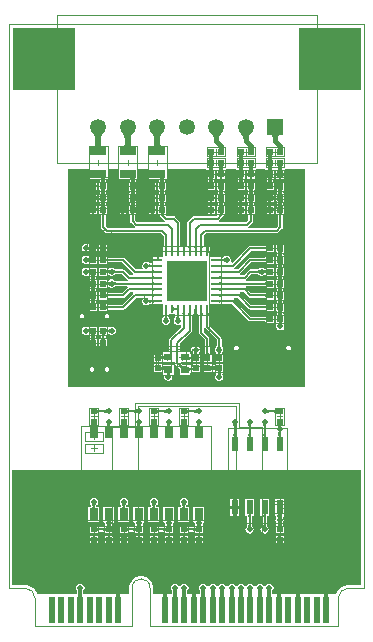
<source format=gbl>
G04*
G04 #@! TF.GenerationSoftware,Altium Limited,Altium Designer,24.7.2 (38)*
G04*
G04 Layer_Physical_Order=4*
G04 Layer_Color=16711680*
%FSLAX25Y25*%
%MOIN*%
G70*
G04*
G04 #@! TF.SameCoordinates,9FCA0B9A-1E75-4BBE-B044-08948AB4E25D*
G04*
G04*
G04 #@! TF.FilePolarity,Positive*
G04*
G01*
G75*
%ADD10C,0.00787*%
%ADD11C,0.00394*%
%ADD13C,0.00197*%
%ADD14C,0.00039*%
%ADD15C,0.00079*%
%ADD17R,0.02047X0.01850*%
%ADD18R,0.02756X0.03937*%
%ADD19R,0.01850X0.02047*%
%ADD35R,0.02362X0.09055*%
%ADD36C,0.01968*%
%ADD37C,0.01181*%
%ADD38C,0.01575*%
%ADD39R,0.20866X0.20866*%
%ADD40R,0.05315X0.05315*%
%ADD41C,0.05315*%
%ADD42C,0.01968*%
%ADD44R,0.13583X0.13583*%
%ADD45R,0.00984X0.02756*%
%ADD46R,0.02756X0.00984*%
%ADD47R,0.05512X0.02756*%
%ADD48R,0.02362X0.05118*%
%ADD49R,0.02756X0.02362*%
G36*
X7009Y151469D02*
X6860Y151284D01*
X6728Y151090D01*
X6615Y150887D01*
X6518Y150675D01*
X6439Y150454D01*
X6378Y150224D01*
X6334Y149985D01*
X6308Y149737D01*
X6299Y149480D01*
X4331D01*
X4322Y149737D01*
X4296Y149985D01*
X4252Y150224D01*
X4191Y150454D01*
X4112Y150675D01*
X4015Y150887D01*
X3901Y151090D01*
X3770Y151284D01*
X3621Y151469D01*
X3455Y151646D01*
X7175D01*
X7009Y151469D01*
D02*
G37*
G36*
X-2834D02*
X-2983Y151284D01*
X-3114Y151090D01*
X-3228Y150887D01*
X-3324Y150675D01*
X-3403Y150454D01*
X-3464Y150224D01*
X-3508Y149985D01*
X-3535Y149737D01*
X-3543Y149480D01*
X-5512D01*
X-5521Y149737D01*
X-5547Y149985D01*
X-5591Y150224D01*
X-5652Y150454D01*
X-5731Y150675D01*
X-5827Y150887D01*
X-5941Y151090D01*
X-6072Y151284D01*
X-6221Y151469D01*
X-6388Y151646D01*
X-2667D01*
X-2834Y151469D01*
D02*
G37*
G36*
X-12676D02*
X-12825Y151284D01*
X-12957Y151090D01*
X-13070Y150887D01*
X-13167Y150675D01*
X-13246Y150454D01*
X-13307Y150224D01*
X-13351Y149985D01*
X-13377Y149737D01*
X-13386Y149480D01*
X-15354D01*
X-15363Y149737D01*
X-15389Y149985D01*
X-15433Y150224D01*
X-15495Y150454D01*
X-15573Y150675D01*
X-15670Y150887D01*
X-15784Y151090D01*
X-15915Y151284D01*
X-16064Y151469D01*
X-16230Y151646D01*
X-12510D01*
X-12676Y151469D01*
D02*
G37*
G36*
X36499Y151434D02*
X36316Y151220D01*
X36156Y151003D01*
X36016Y150783D01*
X35898Y150561D01*
X35802Y150336D01*
X35726Y150109D01*
X35673Y149879D01*
X35641Y149646D01*
X35630Y149411D01*
X34055D01*
X34044Y149646D01*
X34012Y149879D01*
X33959Y150109D01*
X33884Y150336D01*
X33787Y150561D01*
X33669Y150783D01*
X33529Y151003D01*
X33369Y151220D01*
X33186Y151434D01*
X32982Y151646D01*
X36703D01*
X36499Y151434D01*
D02*
G37*
G36*
X26656D02*
X26474Y151220D01*
X26313Y151003D01*
X26174Y150783D01*
X26056Y150561D01*
X25959Y150336D01*
X25884Y150109D01*
X25830Y149879D01*
X25798Y149646D01*
X25787Y149411D01*
X24213D01*
X24202Y149646D01*
X24170Y149879D01*
X24116Y150109D01*
X24041Y150336D01*
X23944Y150561D01*
X23826Y150783D01*
X23687Y151003D01*
X23526Y151220D01*
X23344Y151434D01*
X23140Y151646D01*
X26860D01*
X26656Y151434D01*
D02*
G37*
G36*
X46110Y150882D02*
X45976Y150835D01*
X45858Y150756D01*
X45756Y150646D01*
X45669Y150504D01*
X45598Y150331D01*
X45543Y150126D01*
X45504Y149890D01*
X45480Y149622D01*
X45472Y149323D01*
X43898D01*
X43890Y149622D01*
X43866Y149890D01*
X43827Y150126D01*
X43772Y150331D01*
X43701Y150504D01*
X43614Y150646D01*
X43512Y150756D01*
X43394Y150835D01*
X43260Y150882D01*
X43110Y150898D01*
X46260D01*
X46110Y150882D01*
D02*
G37*
G36*
X6309Y148372D02*
X6339Y148035D01*
X6388Y147738D01*
X6457Y147480D01*
X6545Y147263D01*
X6654Y147084D01*
X6781Y146946D01*
X6929Y146847D01*
X7096Y146787D01*
X7283Y146767D01*
X3347D01*
X3534Y146787D01*
X3701Y146847D01*
X3848Y146946D01*
X3976Y147084D01*
X4085Y147263D01*
X4173Y147480D01*
X4242Y147738D01*
X4291Y148035D01*
X4321Y148372D01*
X4331Y148748D01*
X6299D01*
X6309Y148372D01*
D02*
G37*
G36*
X-3534D02*
X-3504Y148035D01*
X-3455Y147738D01*
X-3386Y147480D01*
X-3297Y147263D01*
X-3189Y147084D01*
X-3061Y146946D01*
X-2913Y146847D01*
X-2746Y146787D01*
X-2559Y146767D01*
X-6496D01*
X-6309Y146787D01*
X-6142Y146847D01*
X-5994Y146946D01*
X-5866Y147084D01*
X-5758Y147263D01*
X-5669Y147480D01*
X-5600Y147738D01*
X-5551Y148035D01*
X-5522Y148372D01*
X-5512Y148748D01*
X-3543D01*
X-3534Y148372D01*
D02*
G37*
G36*
X-13376D02*
X-13347Y148035D01*
X-13297Y147738D01*
X-13228Y147480D01*
X-13140Y147263D01*
X-13032Y147084D01*
X-12904Y146946D01*
X-12756Y146847D01*
X-12589Y146787D01*
X-12402Y146767D01*
X-16339D01*
X-16152Y146787D01*
X-15984Y146847D01*
X-15837Y146946D01*
X-15709Y147084D01*
X-15600Y147263D01*
X-15512Y147480D01*
X-15443Y147738D01*
X-15394Y148035D01*
X-15364Y148372D01*
X-15354Y148748D01*
X-13386D01*
X-13376Y148372D01*
D02*
G37*
G36*
X47105Y147167D02*
X47150Y146570D01*
X47171Y146474D01*
X47195Y146399D01*
X47223Y146346D01*
X47255Y146314D01*
X47291Y146303D01*
X45465D01*
X45477Y146314D01*
X45488Y146346D01*
X45497Y146399D01*
X45505Y146474D01*
X45523Y146826D01*
X45528Y147369D01*
X47103D01*
X47105Y147167D01*
D02*
G37*
G36*
X37262D02*
X37308Y146570D01*
X37328Y146474D01*
X37353Y146399D01*
X37381Y146346D01*
X37413Y146314D01*
X37449Y146303D01*
X35622D01*
X35634Y146314D01*
X35645Y146346D01*
X35655Y146399D01*
X35663Y146474D01*
X35680Y146826D01*
X35686Y147369D01*
X37261D01*
X37262Y147167D01*
D02*
G37*
G36*
X27420D02*
X27465Y146570D01*
X27486Y146474D01*
X27510Y146399D01*
X27538Y146346D01*
X27570Y146314D01*
X27606Y146303D01*
X25780D01*
X25792Y146314D01*
X25803Y146346D01*
X25812Y146399D01*
X25820Y146474D01*
X25838Y146826D01*
X25843Y147369D01*
X27418D01*
X27420Y147167D01*
D02*
G37*
G36*
X43844Y144268D02*
X43789Y144232D01*
X43741Y144173D01*
X43699Y144091D01*
X43663Y143984D01*
X43634Y143854D01*
X43612Y143701D01*
X43597Y143539D01*
X43612Y143323D01*
X43634Y143169D01*
X43663Y143039D01*
X43699Y142933D01*
X43741Y142850D01*
X43789Y142791D01*
X43844Y142756D01*
X43905Y142744D01*
X42079D01*
X42140Y142756D01*
X42195Y142791D01*
X42243Y142850D01*
X42285Y142933D01*
X42321Y143039D01*
X42350Y143169D01*
X42373Y143323D01*
X42387Y143485D01*
X42373Y143701D01*
X42350Y143854D01*
X42321Y143984D01*
X42285Y144091D01*
X42243Y144173D01*
X42195Y144232D01*
X42140Y144268D01*
X42079Y144280D01*
X43905D01*
X43844Y144268D01*
D02*
G37*
G36*
X34001D02*
X33947Y144232D01*
X33898Y144173D01*
X33856Y144091D01*
X33821Y143984D01*
X33792Y143854D01*
X33769Y143701D01*
X33754Y143539D01*
X33769Y143323D01*
X33792Y143169D01*
X33821Y143039D01*
X33856Y142933D01*
X33898Y142850D01*
X33947Y142791D01*
X34001Y142756D01*
X34063Y142744D01*
X32236D01*
X32298Y142756D01*
X32353Y142791D01*
X32401Y142850D01*
X32443Y142933D01*
X32478Y143039D01*
X32507Y143169D01*
X32530Y143323D01*
X32545Y143485D01*
X32530Y143701D01*
X32507Y143854D01*
X32478Y143984D01*
X32443Y144091D01*
X32401Y144173D01*
X32353Y144232D01*
X32298Y144268D01*
X32236Y144280D01*
X34063D01*
X34001Y144268D01*
D02*
G37*
G36*
X24159D02*
X24104Y144232D01*
X24056Y144173D01*
X24014Y144091D01*
X23978Y143984D01*
X23949Y143854D01*
X23927Y143701D01*
X23912Y143539D01*
X23927Y143323D01*
X23949Y143169D01*
X23978Y143039D01*
X24014Y142933D01*
X24056Y142850D01*
X24104Y142791D01*
X24159Y142756D01*
X24220Y142744D01*
X22394D01*
X22455Y142756D01*
X22510Y142791D01*
X22558Y142850D01*
X22600Y142933D01*
X22636Y143039D01*
X22665Y143169D01*
X22688Y143323D01*
X22702Y143485D01*
X22688Y143701D01*
X22665Y143854D01*
X22636Y143984D01*
X22600Y144091D01*
X22558Y144173D01*
X22510Y144232D01*
X22455Y144268D01*
X22394Y144280D01*
X24220D01*
X24159Y144268D01*
D02*
G37*
G36*
X47230Y140709D02*
X47175Y140673D01*
X47127Y140614D01*
X47085Y140532D01*
X47049Y140425D01*
X47020Y140296D01*
X46998Y140142D01*
X46981Y139965D01*
X46974Y139727D01*
X46998Y139386D01*
X47020Y139232D01*
X47049Y139102D01*
X47085Y138996D01*
X47127Y138913D01*
X47175Y138854D01*
X47230Y138819D01*
X47291Y138807D01*
X45465D01*
X45526Y138819D01*
X45581Y138854D01*
X45629Y138913D01*
X45671Y138996D01*
X45707Y139102D01*
X45736Y139232D01*
X45758Y139386D01*
X45774Y139563D01*
X45782Y139800D01*
X45758Y140142D01*
X45736Y140296D01*
X45707Y140425D01*
X45671Y140532D01*
X45629Y140614D01*
X45581Y140673D01*
X45526Y140709D01*
X45465Y140721D01*
X47291D01*
X47230Y140709D01*
D02*
G37*
G36*
X43844D02*
X43789Y140673D01*
X43741Y140614D01*
X43699Y140532D01*
X43663Y140425D01*
X43634Y140296D01*
X43612Y140142D01*
X43596Y139965D01*
X43588Y139727D01*
X43612Y139386D01*
X43634Y139232D01*
X43663Y139102D01*
X43699Y138996D01*
X43741Y138913D01*
X43789Y138854D01*
X43844Y138819D01*
X43905Y138807D01*
X42079D01*
X42140Y138819D01*
X42195Y138854D01*
X42243Y138913D01*
X42285Y138996D01*
X42321Y139102D01*
X42350Y139232D01*
X42373Y139386D01*
X42389Y139563D01*
X42396Y139800D01*
X42373Y140142D01*
X42350Y140296D01*
X42321Y140425D01*
X42285Y140532D01*
X42243Y140614D01*
X42195Y140673D01*
X42140Y140709D01*
X42079Y140721D01*
X43905D01*
X43844Y140709D01*
D02*
G37*
G36*
X37387D02*
X37332Y140673D01*
X37284Y140614D01*
X37242Y140532D01*
X37207Y140425D01*
X37178Y140296D01*
X37155Y140142D01*
X37139Y139965D01*
X37132Y139727D01*
X37155Y139386D01*
X37178Y139232D01*
X37207Y139102D01*
X37242Y138996D01*
X37284Y138913D01*
X37332Y138854D01*
X37387Y138819D01*
X37449Y138807D01*
X35622D01*
X35684Y138819D01*
X35738Y138854D01*
X35787Y138913D01*
X35829Y138996D01*
X35864Y139102D01*
X35893Y139232D01*
X35916Y139386D01*
X35932Y139563D01*
X35939Y139800D01*
X35916Y140142D01*
X35893Y140296D01*
X35864Y140425D01*
X35829Y140532D01*
X35787Y140614D01*
X35738Y140673D01*
X35684Y140709D01*
X35622Y140721D01*
X37449D01*
X37387Y140709D01*
D02*
G37*
G36*
X34001D02*
X33947Y140673D01*
X33898Y140614D01*
X33856Y140532D01*
X33821Y140425D01*
X33792Y140296D01*
X33769Y140142D01*
X33753Y139965D01*
X33746Y139727D01*
X33769Y139386D01*
X33792Y139232D01*
X33821Y139102D01*
X33856Y138996D01*
X33898Y138913D01*
X33947Y138854D01*
X34001Y138819D01*
X34063Y138807D01*
X32236D01*
X32298Y138819D01*
X32353Y138854D01*
X32401Y138913D01*
X32443Y138996D01*
X32478Y139102D01*
X32507Y139232D01*
X32530Y139386D01*
X32546Y139563D01*
X32553Y139800D01*
X32530Y140142D01*
X32507Y140296D01*
X32478Y140425D01*
X32443Y140532D01*
X32401Y140614D01*
X32353Y140673D01*
X32298Y140709D01*
X32236Y140721D01*
X34063D01*
X34001Y140709D01*
D02*
G37*
G36*
X27545D02*
X27490Y140673D01*
X27442Y140614D01*
X27400Y140532D01*
X27364Y140425D01*
X27335Y140296D01*
X27312Y140142D01*
X27296Y139965D01*
X27289Y139727D01*
X27312Y139386D01*
X27335Y139232D01*
X27364Y139102D01*
X27400Y138996D01*
X27442Y138913D01*
X27490Y138854D01*
X27545Y138819D01*
X27606Y138807D01*
X25780D01*
X25841Y138819D01*
X25896Y138854D01*
X25944Y138913D01*
X25986Y138996D01*
X26022Y139102D01*
X26051Y139232D01*
X26073Y139386D01*
X26090Y139563D01*
X26097Y139800D01*
X26073Y140142D01*
X26051Y140296D01*
X26022Y140425D01*
X25986Y140532D01*
X25944Y140614D01*
X25896Y140673D01*
X25841Y140709D01*
X25780Y140721D01*
X27606D01*
X27545Y140709D01*
D02*
G37*
G36*
X24159D02*
X24104Y140673D01*
X24056Y140614D01*
X24014Y140532D01*
X23978Y140425D01*
X23949Y140296D01*
X23927Y140142D01*
X23911Y139965D01*
X23903Y139727D01*
X23927Y139386D01*
X23949Y139232D01*
X23978Y139102D01*
X24014Y138996D01*
X24056Y138913D01*
X24104Y138854D01*
X24159Y138819D01*
X24220Y138807D01*
X22394D01*
X22455Y138819D01*
X22510Y138854D01*
X22558Y138913D01*
X22600Y138996D01*
X22636Y139102D01*
X22665Y139232D01*
X22688Y139386D01*
X22704Y139563D01*
X22711Y139800D01*
X22688Y140142D01*
X22665Y140296D01*
X22636Y140425D01*
X22600Y140532D01*
X22558Y140614D01*
X22510Y140673D01*
X22455Y140709D01*
X22394Y140721D01*
X24220D01*
X24159Y140709D01*
D02*
G37*
G36*
X54500Y66929D02*
X-24500D01*
Y139500D01*
X-17520D01*
Y136279D01*
X-13916D01*
X-13905Y136274D01*
X-13843Y136267D01*
X-13840Y136266D01*
X-13837Y136264D01*
X-13823Y136248D01*
X-13798Y136206D01*
X-13767Y136131D01*
X-13738Y136021D01*
X-13714Y135879D01*
X-13703Y135750D01*
X-13704Y135734D01*
X-13769Y135276D01*
X-13769D01*
Y135276D01*
X-13996D01*
X-14017Y134870D01*
X-14001Y134833D01*
X-14009Y134789D01*
X-13996Y134770D01*
Y132947D01*
X-14009Y132927D01*
X-14001Y132883D01*
X-14017Y132847D01*
X-13996Y132441D01*
X-13769D01*
Y132441D01*
X-13769D01*
X-13704Y131983D01*
X-13700Y131918D01*
X-13704Y131797D01*
X-13769Y131339D01*
X-13769D01*
Y131339D01*
X-13996D01*
X-14017Y130933D01*
X-14001Y130896D01*
X-14009Y130852D01*
X-13996Y130833D01*
Y129010D01*
X-14009Y128990D01*
X-14001Y128946D01*
X-14017Y128910D01*
X-13996Y128504D01*
X-13769D01*
Y128504D01*
X-13769D01*
X-13704Y128046D01*
X-13700Y127981D01*
X-13704Y127860D01*
X-13769Y127402D01*
X-13769D01*
Y127402D01*
X-13996D01*
X-14017Y126996D01*
X-14001Y126959D01*
X-14009Y126915D01*
X-13996Y126896D01*
Y124567D01*
X-13544D01*
X-13538Y124553D01*
X-13523Y124496D01*
X-13510Y124415D01*
X-13500Y124311D01*
X-13497Y124174D01*
X-13480Y124136D01*
Y120256D01*
X-13419Y119949D01*
X-13245Y119688D01*
X-12052Y118495D01*
X-11791Y118321D01*
X-11484Y118260D01*
X-11484Y118260D01*
X6588D01*
X7465Y117384D01*
Y114073D01*
X7382Y113583D01*
X7361Y113177D01*
X7382Y113128D01*
X7382Y113083D01*
Y110499D01*
X7382Y110138D01*
X7021Y110138D01*
X6102D01*
Y109252D01*
X5709D01*
Y108858D01*
X3937D01*
Y108502D01*
X3796Y108274D01*
X3624Y108153D01*
X3547Y108100D01*
X3512Y108086D01*
X3314D01*
X3277Y108103D01*
X3193Y108105D01*
X3127Y108112D01*
X3068Y108121D01*
X3015Y108134D01*
X2966Y108150D01*
X2923Y108168D01*
X2883Y108189D01*
X2846Y108213D01*
X2812Y108240D01*
X2766Y108283D01*
X2693Y108311D01*
X2552Y108451D01*
X2046Y108661D01*
X1498D01*
X991Y108451D01*
X604Y108064D01*
X394Y107557D01*
Y107009D01*
X556Y106617D01*
X335Y106117D01*
X-1833D01*
X-5535Y109820D01*
X-5796Y109994D01*
X-6103Y110055D01*
X-10928D01*
X-10966Y110072D01*
X-11105Y110075D01*
X-11211Y110085D01*
X-11295Y110098D01*
X-11353Y110114D01*
X-11358Y110116D01*
Y110669D01*
X-13996D01*
Y107835D01*
X-11358D01*
Y108388D01*
X-11353Y108390D01*
X-11295Y108406D01*
X-11211Y108419D01*
X-11105Y108429D01*
X-10966Y108432D01*
X-10928Y108449D01*
X-6435D01*
X-2733Y104747D01*
X-2733Y104747D01*
X-2586Y104649D01*
X-2709Y104149D01*
X-3801D01*
X-5535Y105883D01*
X-5535Y105883D01*
X-5796Y106057D01*
X-6103Y106118D01*
X-8300D01*
X-8337Y106135D01*
X-8421Y106137D01*
X-8487Y106143D01*
X-8546Y106153D01*
X-8600Y106166D01*
X-8648Y106182D01*
X-8692Y106200D01*
X-8731Y106221D01*
X-8768Y106245D01*
X-8802Y106272D01*
X-8849Y106315D01*
X-8921Y106342D01*
X-9062Y106483D01*
X-9568Y106693D01*
X-10117D01*
X-10623Y106483D01*
X-10764Y106342D01*
X-10836Y106315D01*
X-11289Y106464D01*
X-11323Y106514D01*
X-11358Y106582D01*
Y106732D01*
X-13996D01*
Y103898D01*
X-11358D01*
Y104048D01*
X-11323Y104116D01*
X-11289Y104166D01*
X-10836Y104315D01*
X-10764Y104287D01*
X-10623Y104147D01*
X-10117Y103937D01*
X-9568D01*
X-9062Y104147D01*
X-8921Y104287D01*
X-8849Y104315D01*
X-8802Y104358D01*
X-8768Y104385D01*
X-8731Y104409D01*
X-8692Y104430D01*
X-8648Y104448D01*
X-8600Y104464D01*
X-8546Y104477D01*
X-8487Y104487D01*
X-8421Y104493D01*
X-8337Y104495D01*
X-8300Y104512D01*
X-6435D01*
X-4702Y102778D01*
X-4702Y102778D01*
X-4555Y102681D01*
X-4678Y102181D01*
X-8300D01*
X-8337Y102197D01*
X-8421Y102200D01*
X-8487Y102206D01*
X-8546Y102216D01*
X-8600Y102229D01*
X-8648Y102245D01*
X-8692Y102263D01*
X-8731Y102284D01*
X-8768Y102308D01*
X-8802Y102335D01*
X-8849Y102378D01*
X-8921Y102405D01*
X-9062Y102546D01*
X-9568Y102756D01*
X-10117D01*
X-10623Y102546D01*
X-10764Y102405D01*
X-10836Y102378D01*
X-11289Y102526D01*
X-11323Y102576D01*
X-11358Y102645D01*
Y102795D01*
X-13996D01*
Y99961D01*
X-11358D01*
Y100110D01*
X-11323Y100179D01*
X-11289Y100229D01*
X-10836Y100377D01*
X-10764Y100350D01*
X-10623Y100209D01*
X-10117Y100000D01*
X-9568D01*
X-9062Y100209D01*
X-8921Y100350D01*
X-8849Y100377D01*
X-8802Y100421D01*
X-8768Y100447D01*
X-8731Y100471D01*
X-8692Y100492D01*
X-8648Y100511D01*
X-8600Y100526D01*
X-8546Y100540D01*
X-8487Y100549D01*
X-8421Y100555D01*
X-8337Y100558D01*
X-8300Y100575D01*
X-4677D01*
X-4555Y100075D01*
X-4702Y99977D01*
X-4702Y99977D01*
X-6435Y98243D01*
X-10928D01*
X-10966Y98260D01*
X-11105Y98264D01*
X-11211Y98273D01*
X-11295Y98287D01*
X-11353Y98302D01*
X-11358Y98304D01*
Y98858D01*
X-13996D01*
Y96024D01*
X-11358D01*
Y96576D01*
X-11353Y96579D01*
X-11295Y96594D01*
X-11211Y96608D01*
X-11105Y96617D01*
X-10966Y96621D01*
X-10928Y96637D01*
X-6103D01*
X-5796Y96699D01*
X-5535Y96873D01*
X-3801Y98606D01*
X-2709D01*
X-2586Y98106D01*
X-2733Y98008D01*
X-2734Y98006D01*
X-6435Y94306D01*
X-10928D01*
X-10966Y94323D01*
X-11105Y94327D01*
X-11211Y94336D01*
X-11295Y94350D01*
X-11353Y94365D01*
X-11358Y94367D01*
Y94921D01*
X-13996D01*
Y92087D01*
X-11358D01*
Y92639D01*
X-11353Y92642D01*
X-11295Y92657D01*
X-11211Y92671D01*
X-11105Y92680D01*
X-10966Y92684D01*
X-10928Y92700D01*
X-6102D01*
X-5795Y92762D01*
X-5534Y92936D01*
X-1832Y96638D01*
X335D01*
X556Y96138D01*
X394Y95746D01*
Y95198D01*
X604Y94692D01*
X991Y94304D01*
X1498Y94094D01*
X2046D01*
X2552Y94304D01*
X2693Y94445D01*
X2766Y94472D01*
X2812Y94515D01*
X2846Y94542D01*
X2883Y94566D01*
X2923Y94587D01*
X2966Y94605D01*
X3015Y94621D01*
X3068Y94634D01*
X3127Y94644D01*
X3193Y94650D01*
X3277Y94652D01*
X3314Y94669D01*
X3447D01*
X3547Y94652D01*
X3547Y94652D01*
X3548Y94652D01*
X3937Y94587D01*
X4343Y94566D01*
X4392Y94587D01*
X4437Y94587D01*
X7021D01*
X7382Y94587D01*
X7382Y94226D01*
Y91642D01*
X7382Y91597D01*
X7361Y91547D01*
X7382Y91142D01*
X7465Y90655D01*
Y90519D01*
X7448Y90482D01*
X7446Y90397D01*
X7439Y90332D01*
X7430Y90272D01*
X7417Y90219D01*
X7401Y90171D01*
X7382Y90127D01*
X7361Y90087D01*
X7338Y90051D01*
X7311Y90016D01*
X7267Y89970D01*
X7240Y89897D01*
X7100Y89757D01*
X6890Y89250D01*
Y88702D01*
X7100Y88196D01*
X7487Y87808D01*
X7994Y87598D01*
X8542D01*
X9048Y87808D01*
X9436Y88196D01*
X9646Y88702D01*
Y89250D01*
X9436Y89757D01*
X9295Y89897D01*
X9268Y89970D01*
X9225Y90016D01*
X9198Y90051D01*
X9174Y90087D01*
X9153Y90127D01*
X9135Y90171D01*
X9119Y90219D01*
X9106Y90272D01*
X9096Y90332D01*
X9090Y90397D01*
X9087Y90482D01*
X9071Y90519D01*
Y90713D01*
X9087Y90751D01*
X9106Y90779D01*
X9353Y91142D01*
X9653Y91142D01*
X11122Y91142D01*
X11387Y90752D01*
X11402Y90717D01*
Y90519D01*
X11385Y90482D01*
X11383Y90397D01*
X11376Y90332D01*
X11367Y90272D01*
X11354Y90219D01*
X11338Y90171D01*
X11319Y90127D01*
X11298Y90087D01*
X11275Y90051D01*
X11248Y90016D01*
X11204Y89970D01*
X11177Y89897D01*
X11037Y89757D01*
X10827Y89250D01*
Y88702D01*
X11037Y88196D01*
X11424Y87808D01*
X11931Y87598D01*
X12479D01*
X12870Y87760D01*
X13370Y87540D01*
Y87006D01*
X9432Y83068D01*
X9258Y82807D01*
X9197Y82500D01*
Y78974D01*
X9180Y78936D01*
X9177Y78798D01*
X9167Y78692D01*
X9154Y78609D01*
X9138Y78550D01*
X9136Y78543D01*
X7283D01*
Y78167D01*
X6929Y77815D01*
X6523Y77835D01*
X6509Y77829D01*
X6462Y77831D01*
X6435Y77815D01*
X4095D01*
Y75177D01*
X6929D01*
Y75177D01*
X7283Y75394D01*
X10697D01*
X10827Y75394D01*
X11197Y75081D01*
Y75000D01*
X11258Y74693D01*
X11432Y74432D01*
X11989Y73876D01*
X11989Y73875D01*
X12013Y73860D01*
X12318Y73554D01*
X12332Y73517D01*
X12614Y73214D01*
X12708Y73097D01*
X12780Y72995D01*
X12795Y72968D01*
Y72714D01*
X12787Y72693D01*
X12795Y72673D01*
Y72637D01*
X12792Y72625D01*
X12795Y72620D01*
Y71063D01*
X16339D01*
Y71440D01*
X16693Y71791D01*
X17099Y71771D01*
X17113Y71777D01*
X17160Y71775D01*
X17187Y71791D01*
X19528D01*
Y74429D01*
X16693D01*
Y74429D01*
X16339Y74213D01*
X14388D01*
X14383Y74216D01*
X14370Y74213D01*
X14335D01*
X14314Y74221D01*
X14294Y74213D01*
X14040D01*
X14013Y74228D01*
X13916Y74296D01*
X13650Y74522D01*
X13497Y74670D01*
X13457Y74686D01*
X13250Y74894D01*
X13397Y75337D01*
X13449Y75394D01*
X15847D01*
X15875Y75377D01*
X15920Y75379D01*
X15933Y75373D01*
X16339Y75394D01*
X16693Y75177D01*
Y75177D01*
X19528D01*
Y77815D01*
X19378D01*
X19310Y77849D01*
X19259Y77884D01*
X19110Y78336D01*
X19138Y78409D01*
X19278Y78549D01*
X19488Y79056D01*
Y79604D01*
X19278Y80111D01*
X18891Y80498D01*
X18384Y80708D01*
X17836D01*
X17330Y80498D01*
X16942Y80111D01*
X16732Y79604D01*
Y79056D01*
X16942Y78549D01*
X16990Y78501D01*
X16905Y78122D01*
X16815Y77976D01*
X16809Y77974D01*
X16756Y77968D01*
X16339Y78215D01*
Y78543D01*
X12803D01*
Y81167D01*
X16709Y85074D01*
X16883Y85334D01*
X16945Y85642D01*
Y90713D01*
X16961Y90751D01*
X16980Y90779D01*
X17227Y91142D01*
X17528Y91142D01*
X17717D01*
Y92913D01*
X18504D01*
Y91142D01*
X18859D01*
X19088Y91001D01*
X19210Y90827D01*
X19261Y90752D01*
X19276Y90717D01*
Y85039D01*
X19337Y84732D01*
X19511Y84471D01*
X21244Y82738D01*
Y78246D01*
X21227Y78208D01*
X21224Y78069D01*
X21215Y77962D01*
X21201Y77878D01*
X21185Y77820D01*
X21183Y77815D01*
X20630D01*
Y75177D01*
X23465D01*
Y77815D01*
X22911D01*
X22909Y77820D01*
X22894Y77878D01*
X22880Y77962D01*
X22871Y78069D01*
X22867Y78208D01*
X22850Y78246D01*
Y83070D01*
X22850Y83070D01*
X22789Y83378D01*
X22615Y83638D01*
X20882Y85372D01*
Y86464D01*
X21382Y86586D01*
X21480Y86440D01*
X25181Y82738D01*
Y80873D01*
X25165Y80836D01*
X25162Y80751D01*
X25156Y80686D01*
X25146Y80627D01*
X25133Y80573D01*
X25117Y80525D01*
X25099Y80481D01*
X25078Y80442D01*
X25054Y80405D01*
X25027Y80371D01*
X24984Y80324D01*
X24957Y80251D01*
X24816Y80111D01*
X24606Y79604D01*
Y79056D01*
X24816Y78549D01*
X24957Y78409D01*
X24984Y78336D01*
X24835Y77884D01*
X24784Y77849D01*
X24717Y77815D01*
X24567D01*
Y75177D01*
X27402D01*
Y77815D01*
X27252D01*
X27184Y77849D01*
X27133Y77884D01*
X26985Y78337D01*
X27012Y78409D01*
X27152Y78549D01*
X27362Y79056D01*
Y79604D01*
X27152Y80111D01*
X27012Y80251D01*
X26985Y80324D01*
X26941Y80370D01*
X26914Y80404D01*
X26891Y80441D01*
X26870Y80481D01*
X26851Y80524D01*
X26835Y80573D01*
X26822Y80626D01*
X26813Y80686D01*
X26806Y80751D01*
X26804Y80835D01*
X26787Y80873D01*
Y83070D01*
X26726Y83378D01*
X26552Y83638D01*
X26552Y83638D01*
X22850Y87340D01*
Y90652D01*
X22933Y91142D01*
X22953Y91547D01*
X22933Y91597D01*
X22933Y91642D01*
Y94226D01*
X22933Y94587D01*
X23294Y94587D01*
X25878D01*
X25923Y94587D01*
X25972Y94566D01*
X26378Y94587D01*
X26865Y94669D01*
X30180D01*
X35850Y88999D01*
X35850Y88999D01*
X36110Y88825D01*
X36418Y88764D01*
X41243D01*
X41280Y88747D01*
X41420Y88744D01*
X41526Y88734D01*
X41610Y88721D01*
X41668Y88705D01*
X41673Y88703D01*
Y88150D01*
X44311D01*
Y90984D01*
X41673D01*
Y90431D01*
X41668Y90429D01*
X41610Y90413D01*
X41526Y90399D01*
X41420Y90390D01*
X41280Y90387D01*
X41243Y90370D01*
X36750D01*
X31080Y96040D01*
X30934Y96138D01*
X31059Y96638D01*
X32148D01*
X35850Y92936D01*
X35850Y92936D01*
X36110Y92762D01*
X36418Y92701D01*
X36418Y92701D01*
X41243D01*
X41280Y92684D01*
X41420Y92681D01*
X41526Y92671D01*
X41610Y92658D01*
X41668Y92642D01*
X41673Y92640D01*
Y92087D01*
X44311D01*
Y94921D01*
X41673D01*
Y94368D01*
X41668Y94366D01*
X41610Y94350D01*
X41526Y94336D01*
X41420Y94327D01*
X41280Y94324D01*
X41243Y94307D01*
X36750D01*
X33048Y98009D01*
X32902Y98106D01*
X33027Y98606D01*
X34117D01*
X35850Y96873D01*
X35850Y96873D01*
X36110Y96699D01*
X36418Y96638D01*
X36418Y96638D01*
X41243D01*
X41280Y96621D01*
X41420Y96618D01*
X41526Y96608D01*
X41610Y96595D01*
X41668Y96579D01*
X41673Y96577D01*
Y96024D01*
X44311D01*
Y98858D01*
X41673D01*
Y98305D01*
X41668Y98303D01*
X41610Y98287D01*
X41526Y98273D01*
X41420Y98264D01*
X41280Y98261D01*
X41243Y98244D01*
X36750D01*
X35017Y99977D01*
X34871Y100075D01*
X34996Y100575D01*
X41243D01*
X41280Y100558D01*
X41420Y100554D01*
X41526Y100545D01*
X41610Y100531D01*
X41668Y100516D01*
X41673Y100514D01*
Y99961D01*
X44311D01*
Y102795D01*
X41673D01*
Y102241D01*
X41668Y102239D01*
X41610Y102224D01*
X41526Y102210D01*
X41420Y102201D01*
X41280Y102197D01*
X41243Y102181D01*
X34993D01*
X34870Y102681D01*
X35017Y102778D01*
X36750Y104512D01*
X38615D01*
X38653Y104495D01*
X38737Y104493D01*
X38802Y104487D01*
X38862Y104477D01*
X38915Y104464D01*
X38963Y104448D01*
X39007Y104430D01*
X39047Y104409D01*
X39083Y104385D01*
X39118Y104358D01*
X39164Y104315D01*
X39237Y104287D01*
X39378Y104147D01*
X39884Y103937D01*
X40432D01*
X40939Y104147D01*
X41080Y104287D01*
X41152Y104315D01*
X41604Y104166D01*
X41639Y104115D01*
X41673Y104047D01*
Y103898D01*
X44311D01*
Y106732D01*
X41673D01*
Y106582D01*
X41639Y106515D01*
X41604Y106464D01*
X41152Y106315D01*
X41079Y106342D01*
X40939Y106483D01*
X40432Y106693D01*
X39884D01*
X39378Y106483D01*
X39237Y106342D01*
X39165Y106315D01*
X39118Y106272D01*
X39084Y106245D01*
X39047Y106221D01*
X39007Y106200D01*
X38964Y106182D01*
X38916Y106166D01*
X38862Y106153D01*
X38803Y106143D01*
X38737Y106137D01*
X38653Y106135D01*
X38615Y106118D01*
X36418D01*
X36418Y106118D01*
X36110Y106057D01*
X35850Y105883D01*
X35850Y105883D01*
X34116Y104149D01*
X33024D01*
X32901Y104649D01*
X33048Y104747D01*
X36750Y108449D01*
X41243D01*
X41280Y108432D01*
X41420Y108429D01*
X41526Y108419D01*
X41610Y108406D01*
X41668Y108390D01*
X41673Y108388D01*
Y107835D01*
X44311D01*
Y110669D01*
X41673D01*
Y110116D01*
X41668Y110114D01*
X41610Y110098D01*
X41526Y110085D01*
X41420Y110075D01*
X41280Y110072D01*
X41243Y110055D01*
X36418D01*
X36418Y110055D01*
X36110Y109994D01*
X35850Y109820D01*
X35850Y109820D01*
X32148Y106117D01*
X31056D01*
X30933Y106617D01*
X31080Y106716D01*
X36750Y112386D01*
X41243D01*
X41280Y112369D01*
X41420Y112366D01*
X41526Y112356D01*
X41610Y112343D01*
X41668Y112327D01*
X41673Y112325D01*
Y111772D01*
X44311D01*
Y114606D01*
X41673D01*
Y114053D01*
X41668Y114051D01*
X41610Y114035D01*
X41526Y114022D01*
X41420Y114012D01*
X41280Y114009D01*
X41243Y113992D01*
X36418D01*
X36110Y113931D01*
X35850Y113757D01*
X35850Y113757D01*
X30420Y108327D01*
X30195Y108369D01*
X29900Y108925D01*
X29921Y108977D01*
Y109526D01*
X29711Y110032D01*
X29324Y110420D01*
X28817Y110630D01*
X28269D01*
X27763Y110420D01*
X27622Y110279D01*
X27549Y110252D01*
X27503Y110209D01*
X27469Y110182D01*
X27432Y110158D01*
X27392Y110137D01*
X27349Y110119D01*
X27300Y110103D01*
X27247Y110090D01*
X27188Y110080D01*
X27122Y110074D01*
X27038Y110071D01*
X27000Y110055D01*
X26868D01*
X26378Y110138D01*
X25972Y110158D01*
X25923Y110138D01*
X25878Y110138D01*
X23294D01*
X22933Y110138D01*
X22933Y110499D01*
Y111417D01*
X22047D01*
Y111811D01*
X21654D01*
Y113583D01*
X21298D01*
X21069Y113724D01*
X20947Y113898D01*
X20896Y113973D01*
X20882Y114007D01*
Y117384D01*
X21758Y118260D01*
X45185D01*
X45492Y118321D01*
X45753Y118495D01*
X46946Y119688D01*
X47120Y119949D01*
X47181Y120256D01*
X47181Y120256D01*
Y124136D01*
X47198Y124174D01*
X47201Y124311D01*
X47210Y124415D01*
X47224Y124496D01*
X47239Y124553D01*
X47245Y124567D01*
X47697D01*
Y126896D01*
X47710Y126915D01*
X47702Y126959D01*
X47717Y126996D01*
X47697Y127402D01*
X47470D01*
Y127402D01*
X47470D01*
X47405Y127860D01*
X47401Y127925D01*
X47405Y128046D01*
X47470Y128504D01*
X47470D01*
Y128504D01*
X47697D01*
X47717Y128910D01*
X47702Y128946D01*
X47710Y128990D01*
X47697Y129010D01*
Y130833D01*
X47710Y130852D01*
X47702Y130896D01*
X47717Y130933D01*
X47697Y131339D01*
X47470D01*
Y131339D01*
X47470D01*
X47405Y131797D01*
X47401Y131861D01*
X47405Y131983D01*
X47470Y132441D01*
X47470D01*
Y132441D01*
X47697D01*
X47717Y132847D01*
X47702Y132883D01*
X47710Y132927D01*
X47697Y132947D01*
Y135276D01*
X45059D01*
Y132947D01*
X45046Y132927D01*
X45054Y132883D01*
X45039Y132847D01*
X45059Y132441D01*
X45286D01*
Y132441D01*
X45286D01*
X45351Y131983D01*
X45355Y131918D01*
X45351Y131797D01*
X45286Y131339D01*
X45286D01*
Y131339D01*
X45059D01*
X45039Y130933D01*
X45054Y130896D01*
X45046Y130852D01*
X45059Y130833D01*
Y129010D01*
X45046Y128990D01*
X45054Y128946D01*
X45039Y128910D01*
X45059Y128504D01*
X45286D01*
Y128504D01*
X45286D01*
X45351Y128046D01*
X45355Y127981D01*
X45351Y127860D01*
X45286Y127402D01*
X45286D01*
Y127402D01*
X45059D01*
X45039Y126996D01*
X45054Y126959D01*
X45046Y126915D01*
X45059Y126896D01*
Y124567D01*
X45511D01*
X45517Y124553D01*
X45532Y124496D01*
X45545Y124415D01*
X45555Y124311D01*
X45558Y124174D01*
X45575Y124136D01*
Y120588D01*
X44853Y119866D01*
X35886D01*
X35764Y120366D01*
X35910Y120464D01*
X37103Y121657D01*
X37277Y121917D01*
X37338Y122224D01*
X37338Y122224D01*
Y124136D01*
X37355Y124174D01*
X37359Y124311D01*
X37368Y124415D01*
X37382Y124496D01*
X37397Y124553D01*
X37402Y124567D01*
X37854D01*
Y126896D01*
X37867Y126915D01*
X37860Y126959D01*
X37875Y126996D01*
X37854Y127402D01*
X37627D01*
Y127402D01*
X37627D01*
X37563Y127860D01*
X37558Y127925D01*
X37562Y128046D01*
X37627Y128504D01*
X37627D01*
Y128504D01*
X37854D01*
X37875Y128910D01*
X37860Y128946D01*
X37867Y128990D01*
X37854Y129010D01*
Y130833D01*
X37867Y130852D01*
X37860Y130896D01*
X37875Y130933D01*
X37854Y131339D01*
X37627D01*
Y131339D01*
X37627D01*
X37563Y131797D01*
X37558Y131861D01*
X37562Y131983D01*
X37627Y132441D01*
X37627D01*
Y132441D01*
X37854D01*
X37875Y132847D01*
X37860Y132883D01*
X37867Y132927D01*
X37854Y132947D01*
Y135276D01*
X35217D01*
Y132947D01*
X35204Y132927D01*
X35211Y132883D01*
X35196Y132847D01*
X35217Y132441D01*
X35444D01*
Y132441D01*
X35444D01*
X35508Y131983D01*
X35513Y131918D01*
X35509Y131797D01*
X35444Y131339D01*
X35444D01*
Y131339D01*
X35217D01*
X35196Y130933D01*
X35211Y130896D01*
X35204Y130852D01*
X35217Y130833D01*
Y129010D01*
X35204Y128990D01*
X35211Y128946D01*
X35196Y128910D01*
X35217Y128504D01*
X35444D01*
Y128504D01*
X35444D01*
X35508Y128046D01*
X35513Y127981D01*
X35509Y127860D01*
X35444Y127402D01*
X35444D01*
Y127402D01*
X35217D01*
X35196Y126996D01*
X35211Y126959D01*
X35204Y126915D01*
X35217Y126896D01*
Y124567D01*
X35668D01*
X35674Y124553D01*
X35689Y124496D01*
X35703Y124415D01*
X35712Y124311D01*
X35716Y124174D01*
X35733Y124136D01*
Y122557D01*
X35010Y121834D01*
X26044D01*
X25921Y122334D01*
X26068Y122432D01*
X27261Y123625D01*
X27435Y123886D01*
X27478Y124104D01*
X27513Y124182D01*
X27516Y124317D01*
X27525Y124420D01*
X27538Y124501D01*
X27553Y124557D01*
X27558Y124567D01*
X28012D01*
Y126896D01*
X28025Y126915D01*
X28017Y126959D01*
X28032Y126996D01*
X28012Y127402D01*
X27785D01*
Y127402D01*
X27785D01*
X27720Y127860D01*
X27716Y127925D01*
X27719Y128046D01*
X27785Y128504D01*
X27785D01*
Y128504D01*
X28012D01*
X28032Y128910D01*
X28017Y128946D01*
X28025Y128990D01*
X28012Y129010D01*
Y130833D01*
X28025Y130852D01*
X28017Y130896D01*
X28032Y130933D01*
X28012Y131339D01*
X27785D01*
Y131339D01*
X27785D01*
X27720Y131797D01*
X27716Y131861D01*
X27719Y131983D01*
X27785Y132441D01*
X27785D01*
Y132441D01*
X28012D01*
X28032Y132847D01*
X28017Y132883D01*
X28025Y132927D01*
X28012Y132947D01*
Y135276D01*
X25374D01*
Y132947D01*
X25361Y132927D01*
X25369Y132883D01*
X25354Y132847D01*
X25374Y132441D01*
X25601D01*
Y132441D01*
X25601D01*
X25666Y131983D01*
X25670Y131918D01*
X25666Y131797D01*
X25601Y131339D01*
X25601D01*
Y131339D01*
X25374D01*
X25354Y130933D01*
X25369Y130896D01*
X25361Y130852D01*
X25374Y130833D01*
Y129010D01*
X25361Y128990D01*
X25369Y128946D01*
X25354Y128910D01*
X25374Y128504D01*
X25601D01*
Y128504D01*
X25601D01*
X25666Y128046D01*
X25670Y127981D01*
X25666Y127860D01*
X25601Y127402D01*
X25601D01*
Y127402D01*
X25374D01*
X25354Y126996D01*
X25369Y126959D01*
X25361Y126915D01*
X25374Y126896D01*
Y124567D01*
X25374D01*
X25416Y124200D01*
X25050Y123803D01*
X17489D01*
X17181Y123742D01*
X16921Y123568D01*
X16921Y123568D01*
X15574Y122221D01*
X15400Y121960D01*
X15339Y121653D01*
Y114011D01*
X15322Y113974D01*
X15304Y113946D01*
X15056Y113583D01*
X14756Y113583D01*
X14567D01*
Y111811D01*
X13780D01*
Y113583D01*
X13424D01*
X13195Y113724D01*
X13073Y113897D01*
X13022Y113973D01*
X13008Y114007D01*
Y121653D01*
X12946Y121960D01*
X12772Y122221D01*
X12772Y122221D01*
X11426Y123568D01*
X11165Y123742D01*
X10858Y123803D01*
X8651D01*
X8285Y124200D01*
X8327Y124567D01*
X8327D01*
Y126896D01*
X8339Y126915D01*
X8332Y126959D01*
X8347Y126996D01*
X8327Y127402D01*
X8100D01*
Y127402D01*
X8100D01*
X8035Y127860D01*
X8031Y127925D01*
X8034Y128046D01*
X8100Y128504D01*
X8100D01*
Y128504D01*
X8327D01*
X8347Y128910D01*
X8332Y128946D01*
X8339Y128990D01*
X8327Y129010D01*
Y130833D01*
X8339Y130852D01*
X8332Y130896D01*
X8347Y130933D01*
X8327Y131339D01*
X8100D01*
Y131339D01*
X8100D01*
X8035Y131797D01*
X8031Y131861D01*
X8034Y131983D01*
X8100Y132441D01*
X8100D01*
Y132441D01*
X8327D01*
X8347Y132847D01*
X8332Y132883D01*
X8339Y132927D01*
X8327Y132947D01*
Y134770D01*
X8339Y134789D01*
X8332Y134833D01*
X8347Y134870D01*
X8327Y135276D01*
X8100D01*
Y135276D01*
X8100D01*
X8035Y135734D01*
X8033Y135767D01*
X8038Y135837D01*
X8234Y136279D01*
X8465D01*
X8485Y136683D01*
X8480Y136696D01*
X8481Y136742D01*
X8465Y136771D01*
Y139500D01*
X21607D01*
X21988Y139213D01*
X21968Y138807D01*
X21983Y138770D01*
X21975Y138726D01*
X21988Y138707D01*
Y136884D01*
X21975Y136864D01*
X21983Y136820D01*
X21968Y136784D01*
X21988Y136378D01*
X22215D01*
Y136378D01*
X22215D01*
X22280Y135920D01*
X22284Y135855D01*
X22281Y135734D01*
X22215Y135276D01*
X22215D01*
Y135276D01*
X21988D01*
X21968Y134870D01*
X21983Y134833D01*
X21975Y134789D01*
X21988Y134770D01*
Y132441D01*
X24626D01*
Y134770D01*
X24639Y134789D01*
X24631Y134833D01*
X24646Y134870D01*
X24626Y135276D01*
X24399D01*
Y135276D01*
X24399D01*
X24334Y135734D01*
X24330Y135799D01*
X24334Y135920D01*
X24399Y136378D01*
X24399D01*
Y136378D01*
X24626D01*
X24646Y136784D01*
X24631Y136820D01*
X24639Y136864D01*
X24626Y136884D01*
Y138707D01*
X24639Y138726D01*
X24631Y138770D01*
X24646Y138807D01*
X24626Y139213D01*
X25000Y139495D01*
X25374Y139213D01*
X25374Y139000D01*
Y138189D01*
X26693D01*
Y137795D01*
D01*
Y138189D01*
X28012D01*
Y139000D01*
X28012Y139213D01*
X28393Y139500D01*
X31450D01*
X31831Y139213D01*
X31810Y138807D01*
X31825Y138770D01*
X31818Y138726D01*
X31831Y138707D01*
Y136884D01*
X31818Y136864D01*
X31825Y136820D01*
X31810Y136784D01*
X31831Y136378D01*
X32058D01*
Y136378D01*
X32058D01*
X32122Y135920D01*
X32127Y135855D01*
X32123Y135734D01*
X32058Y135276D01*
X32058D01*
Y135276D01*
X31831D01*
X31810Y134870D01*
X31825Y134833D01*
X31818Y134789D01*
X31831Y134770D01*
Y132441D01*
X34468D01*
Y134770D01*
X34481Y134789D01*
X34474Y134833D01*
X34489Y134870D01*
X34468Y135276D01*
X34241D01*
Y135276D01*
X34241D01*
X34177Y135734D01*
X34172Y135799D01*
X34176Y135920D01*
X34241Y136378D01*
X34241D01*
Y136378D01*
X34468D01*
X34489Y136784D01*
X34474Y136820D01*
X34481Y136864D01*
X34468Y136884D01*
Y138707D01*
X34481Y138726D01*
X34474Y138770D01*
X34489Y138807D01*
X34468Y139213D01*
X34843Y139495D01*
X35217Y139213D01*
X35217Y139000D01*
Y138189D01*
X36535D01*
X37854D01*
Y139000D01*
X37854Y139213D01*
X38235Y139500D01*
X41292D01*
X41673Y139213D01*
X41653Y138807D01*
X41668Y138770D01*
X41660Y138726D01*
X41673Y138707D01*
Y136884D01*
X41660Y136864D01*
X41668Y136820D01*
X41653Y136784D01*
X41673Y136378D01*
X41900D01*
Y136378D01*
X41900D01*
X41965Y135920D01*
X41969Y135855D01*
X41966Y135734D01*
X41900Y135276D01*
X41900D01*
Y135276D01*
X41673D01*
X41653Y134870D01*
X41668Y134833D01*
X41660Y134789D01*
X41673Y134770D01*
Y132441D01*
X44311D01*
Y134770D01*
X44324Y134789D01*
X44316Y134833D01*
X44331Y134870D01*
X44311Y135276D01*
X44084D01*
Y135276D01*
X44084D01*
X44019Y135734D01*
X44015Y135799D01*
X44019Y135920D01*
X44084Y136378D01*
X44084D01*
Y136378D01*
X44311D01*
X44331Y136784D01*
X44316Y136820D01*
X44324Y136864D01*
X44311Y136884D01*
Y138707D01*
X44324Y138726D01*
X44316Y138770D01*
X44331Y138807D01*
X44311Y139213D01*
X44685Y139495D01*
X45059Y139213D01*
X45059Y139000D01*
Y138189D01*
X46378D01*
X47697D01*
Y139000D01*
X47697Y139213D01*
X48078Y139500D01*
X54500D01*
Y66929D01*
D02*
G37*
G36*
X-7677Y136279D02*
X-4073D01*
X-4063Y136274D01*
X-4001Y136267D01*
X-3998Y136266D01*
X-3995Y136264D01*
X-3980Y136248D01*
X-3955Y136206D01*
X-3925Y136131D01*
X-3895Y136021D01*
X-3872Y135879D01*
X-3861Y135750D01*
X-3861Y135734D01*
X-3926Y135276D01*
X-3926D01*
Y135276D01*
X-4154D01*
X-4174Y134870D01*
X-4159Y134833D01*
X-4166Y134789D01*
X-4154Y134770D01*
Y132947D01*
X-4166Y132927D01*
X-4159Y132883D01*
X-4174Y132847D01*
X-4154Y132441D01*
X-3926D01*
Y132441D01*
X-3926D01*
X-3862Y131983D01*
X-3858Y131918D01*
X-3861Y131797D01*
X-3926Y131339D01*
X-3926D01*
Y131339D01*
X-4154D01*
X-4174Y130933D01*
X-4159Y130896D01*
X-4166Y130852D01*
X-4154Y130833D01*
Y129010D01*
X-4166Y128990D01*
X-4159Y128946D01*
X-4174Y128910D01*
X-4154Y128504D01*
X-3926D01*
Y128504D01*
X-3926D01*
X-3862Y128046D01*
X-3858Y127981D01*
X-3861Y127860D01*
X-3926Y127402D01*
X-3926D01*
Y127402D01*
X-4154D01*
X-4174Y126996D01*
X-4159Y126959D01*
X-4166Y126915D01*
X-4154Y126896D01*
Y124567D01*
X-3702D01*
X-3696Y124553D01*
X-3681Y124496D01*
X-3667Y124415D01*
X-3658Y124311D01*
X-3654Y124174D01*
X-3638Y124136D01*
Y122224D01*
X-3576Y121917D01*
X-3402Y121657D01*
X-2209Y120464D01*
X-2063Y120366D01*
X-2185Y119866D01*
X-11152D01*
X-11874Y120588D01*
Y124136D01*
X-11857Y124174D01*
X-11854Y124311D01*
X-11845Y124415D01*
X-11831Y124496D01*
X-11816Y124553D01*
X-11810Y124567D01*
X-11358D01*
Y126896D01*
X-11345Y126915D01*
X-11353Y126959D01*
X-11338Y126996D01*
X-11358Y127402D01*
X-11585D01*
Y127402D01*
X-11585D01*
X-11650Y127860D01*
X-11654Y127925D01*
X-11651Y128046D01*
X-11585Y128504D01*
X-11585D01*
Y128504D01*
X-11358D01*
X-11338Y128910D01*
X-11353Y128946D01*
X-11345Y128990D01*
X-11358Y129010D01*
Y130833D01*
X-11345Y130852D01*
X-11353Y130896D01*
X-11338Y130933D01*
X-11358Y131339D01*
X-11585D01*
Y131339D01*
X-11585D01*
X-11650Y131797D01*
X-11654Y131861D01*
X-11651Y131983D01*
X-11585Y132441D01*
X-11585D01*
Y132441D01*
X-11358D01*
X-11338Y132847D01*
X-11353Y132883D01*
X-11345Y132927D01*
X-11358Y132947D01*
Y134770D01*
X-11345Y134789D01*
X-11353Y134833D01*
X-11338Y134870D01*
X-11358Y135276D01*
X-11585D01*
Y135276D01*
X-11585D01*
X-11650Y135734D01*
X-11652Y135767D01*
X-11647Y135837D01*
X-11451Y136279D01*
X-11220D01*
X-11200Y136683D01*
X-11206Y136696D01*
X-11204Y136742D01*
X-11220Y136771D01*
Y139500D01*
X-7677D01*
Y136279D01*
D02*
G37*
G36*
X2165D02*
X5769D01*
X5780Y136274D01*
X5842Y136267D01*
X5845Y136266D01*
X5848Y136264D01*
X5862Y136248D01*
X5887Y136206D01*
X5918Y136131D01*
X5947Y136021D01*
X5971Y135879D01*
X5982Y135750D01*
X5981Y135734D01*
X5916Y135276D01*
X5916D01*
Y135276D01*
X5689D01*
X5669Y134870D01*
X5684Y134833D01*
X5676Y134789D01*
X5689Y134770D01*
Y132947D01*
X5676Y132927D01*
X5684Y132883D01*
X5669Y132847D01*
X5689Y132441D01*
X5916D01*
Y132441D01*
X5916D01*
X5981Y131983D01*
X5985Y131918D01*
X5981Y131797D01*
X5916Y131339D01*
X5916D01*
Y131339D01*
X5689D01*
X5669Y130933D01*
X5684Y130896D01*
X5676Y130852D01*
X5689Y130833D01*
Y129010D01*
X5676Y128990D01*
X5684Y128946D01*
X5669Y128910D01*
X5689Y128504D01*
X5916D01*
Y128504D01*
X5916D01*
X5981Y128046D01*
X5985Y127981D01*
X5981Y127860D01*
X5916Y127402D01*
X5916D01*
Y127402D01*
X5689D01*
X5669Y126996D01*
X5684Y126959D01*
X5676Y126915D01*
X5689Y126896D01*
Y124567D01*
X6143D01*
X6148Y124557D01*
X6162Y124501D01*
X6176Y124420D01*
X6185Y124317D01*
X6188Y124182D01*
X6223Y124104D01*
X6266Y123886D01*
X6440Y123625D01*
X7633Y122432D01*
X7780Y122334D01*
X7657Y121834D01*
X-1309D01*
X-2032Y122557D01*
Y124136D01*
X-2015Y124174D01*
X-2011Y124311D01*
X-2002Y124415D01*
X-1989Y124496D01*
X-1973Y124553D01*
X-1967Y124567D01*
X-1516D01*
Y126896D01*
X-1503Y126915D01*
X-1510Y126959D01*
X-1495Y126996D01*
X-1516Y127402D01*
X-1743D01*
Y127402D01*
X-1743D01*
X-1807Y127860D01*
X-1812Y127925D01*
X-1808Y128046D01*
X-1743Y128504D01*
X-1743D01*
Y128504D01*
X-1516D01*
X-1495Y128910D01*
X-1510Y128946D01*
X-1503Y128990D01*
X-1516Y129010D01*
Y130833D01*
X-1503Y130852D01*
X-1510Y130896D01*
X-1495Y130933D01*
X-1516Y131339D01*
X-1743D01*
Y131339D01*
X-1743D01*
X-1807Y131797D01*
X-1812Y131861D01*
X-1808Y131983D01*
X-1743Y132441D01*
X-1743D01*
Y132441D01*
X-1516D01*
X-1495Y132847D01*
X-1510Y132883D01*
X-1503Y132927D01*
X-1516Y132947D01*
Y134770D01*
X-1503Y134789D01*
X-1510Y134833D01*
X-1495Y134870D01*
X-1516Y135276D01*
X-1743D01*
Y135276D01*
X-1743D01*
X-1807Y135734D01*
X-1810Y135767D01*
X-1805Y135837D01*
X-1608Y136279D01*
X-1378D01*
X-1357Y136683D01*
X-1363Y136696D01*
X-1361Y136742D01*
X-1378Y136771D01*
Y139500D01*
X2165D01*
Y136279D01*
D02*
G37*
G36*
X43844Y136772D02*
X43789Y136736D01*
X43741Y136677D01*
X43699Y136595D01*
X43663Y136488D01*
X43634Y136358D01*
X43612Y136205D01*
X43596Y136028D01*
X43588Y135790D01*
X43612Y135449D01*
X43634Y135295D01*
X43663Y135165D01*
X43699Y135059D01*
X43741Y134976D01*
X43789Y134917D01*
X43844Y134882D01*
X43905Y134870D01*
X42079D01*
X42140Y134882D01*
X42195Y134917D01*
X42243Y134976D01*
X42285Y135059D01*
X42321Y135165D01*
X42350Y135295D01*
X42373Y135449D01*
X42389Y135626D01*
X42396Y135863D01*
X42373Y136205D01*
X42350Y136358D01*
X42321Y136488D01*
X42285Y136595D01*
X42243Y136677D01*
X42195Y136736D01*
X42140Y136772D01*
X42079Y136784D01*
X43905D01*
X43844Y136772D01*
D02*
G37*
G36*
X34001D02*
X33947Y136736D01*
X33898Y136677D01*
X33856Y136595D01*
X33821Y136488D01*
X33792Y136358D01*
X33769Y136205D01*
X33753Y136028D01*
X33746Y135790D01*
X33769Y135449D01*
X33792Y135295D01*
X33821Y135165D01*
X33856Y135059D01*
X33898Y134976D01*
X33947Y134917D01*
X34001Y134882D01*
X34063Y134870D01*
X32236D01*
X32298Y134882D01*
X32353Y134917D01*
X32401Y134976D01*
X32443Y135059D01*
X32478Y135165D01*
X32507Y135295D01*
X32530Y135449D01*
X32546Y135626D01*
X32553Y135863D01*
X32530Y136205D01*
X32507Y136358D01*
X32478Y136488D01*
X32443Y136595D01*
X32401Y136677D01*
X32353Y136736D01*
X32298Y136772D01*
X32236Y136784D01*
X34063D01*
X34001Y136772D01*
D02*
G37*
G36*
X24159D02*
X24104Y136736D01*
X24056Y136677D01*
X24014Y136595D01*
X23978Y136488D01*
X23949Y136358D01*
X23927Y136205D01*
X23911Y136028D01*
X23903Y135790D01*
X23927Y135449D01*
X23949Y135295D01*
X23978Y135165D01*
X24014Y135059D01*
X24056Y134976D01*
X24104Y134917D01*
X24159Y134882D01*
X24220Y134870D01*
X22394D01*
X22455Y134882D01*
X22510Y134917D01*
X22558Y134976D01*
X22600Y135059D01*
X22636Y135165D01*
X22665Y135295D01*
X22688Y135449D01*
X22704Y135626D01*
X22711Y135863D01*
X22688Y136205D01*
X22665Y136358D01*
X22636Y136488D01*
X22600Y136595D01*
X22558Y136677D01*
X22510Y136736D01*
X22455Y136772D01*
X22394Y136784D01*
X24220D01*
X24159Y136772D01*
D02*
G37*
G36*
X8059Y136685D02*
X7971Y136673D01*
X7893Y136638D01*
X7824Y136579D01*
X7764Y136496D01*
X7713Y136390D01*
X7672Y136260D01*
X7640Y136107D01*
X7617Y135929D01*
X7606Y135767D01*
X7627Y135449D01*
X7650Y135295D01*
X7679Y135165D01*
X7715Y135059D01*
X7756Y134976D01*
X7805Y134917D01*
X7860Y134882D01*
X7921Y134870D01*
X6095D01*
X6156Y134882D01*
X6211Y134917D01*
X6259Y134976D01*
X6301Y135059D01*
X6337Y135165D01*
X6366Y135295D01*
X6388Y135449D01*
X6404Y135626D01*
X6409Y135763D01*
X6394Y135933D01*
X6364Y136111D01*
X6323Y136266D01*
X6270Y136397D01*
X6205Y136505D01*
X6128Y136589D01*
X6039Y136648D01*
X5939Y136685D01*
X5827Y136697D01*
X8059Y136685D01*
D02*
G37*
G36*
X-1784D02*
X-1871Y136673D01*
X-1949Y136638D01*
X-2018Y136579D01*
X-2078Y136496D01*
X-2129Y136390D01*
X-2170Y136260D01*
X-2203Y136107D01*
X-2226Y135929D01*
X-2237Y135767D01*
X-2215Y135449D01*
X-2193Y135295D01*
X-2163Y135165D01*
X-2128Y135059D01*
X-2086Y134976D01*
X-2038Y134917D01*
X-1983Y134882D01*
X-1922Y134870D01*
X-3748D01*
X-3686Y134882D01*
X-3632Y134917D01*
X-3583Y134976D01*
X-3541Y135059D01*
X-3506Y135165D01*
X-3477Y135295D01*
X-3454Y135449D01*
X-3438Y135626D01*
X-3434Y135763D01*
X-3449Y135933D01*
X-3478Y136111D01*
X-3520Y136266D01*
X-3573Y136397D01*
X-3638Y136505D01*
X-3715Y136589D01*
X-3803Y136648D01*
X-3903Y136685D01*
X-4016Y136697D01*
X-1784Y136685D01*
D02*
G37*
G36*
X-11626D02*
X-11714Y136673D01*
X-11792Y136638D01*
X-11861Y136579D01*
X-11921Y136496D01*
X-11971Y136390D01*
X-12013Y136260D01*
X-12045Y136107D01*
X-12068Y135929D01*
X-12079Y135767D01*
X-12058Y135449D01*
X-12035Y135295D01*
X-12006Y135165D01*
X-11970Y135059D01*
X-11929Y134976D01*
X-11880Y134917D01*
X-11825Y134882D01*
X-11764Y134870D01*
X-13590D01*
X-13529Y134882D01*
X-13474Y134917D01*
X-13426Y134976D01*
X-13384Y135059D01*
X-13348Y135165D01*
X-13319Y135295D01*
X-13297Y135449D01*
X-13281Y135626D01*
X-13276Y135763D01*
X-13291Y135933D01*
X-13321Y136111D01*
X-13362Y136266D01*
X-13415Y136397D01*
X-13480Y136505D01*
X-13557Y136589D01*
X-13646Y136648D01*
X-13746Y136685D01*
X-13858Y136697D01*
X-11626Y136685D01*
D02*
G37*
G36*
X47230Y132835D02*
X47175Y132799D01*
X47127Y132740D01*
X47085Y132658D01*
X47049Y132551D01*
X47020Y132422D01*
X46997Y132268D01*
X46981Y132091D01*
X46974Y131853D01*
X46997Y131512D01*
X47020Y131358D01*
X47049Y131228D01*
X47085Y131122D01*
X47127Y131039D01*
X47175Y130980D01*
X47230Y130945D01*
X47291Y130933D01*
X45465D01*
X45526Y130945D01*
X45581Y130980D01*
X45629Y131039D01*
X45671Y131122D01*
X45707Y131228D01*
X45736Y131358D01*
X45758Y131512D01*
X45774Y131689D01*
X45782Y131926D01*
X45758Y132268D01*
X45736Y132422D01*
X45707Y132551D01*
X45671Y132658D01*
X45629Y132740D01*
X45581Y132799D01*
X45526Y132835D01*
X45465Y132847D01*
X47291D01*
X47230Y132835D01*
D02*
G37*
G36*
X37387D02*
X37332Y132799D01*
X37284Y132740D01*
X37242Y132658D01*
X37207Y132551D01*
X37178Y132422D01*
X37155Y132268D01*
X37139Y132091D01*
X37132Y131853D01*
X37155Y131512D01*
X37178Y131358D01*
X37207Y131228D01*
X37242Y131122D01*
X37284Y131039D01*
X37332Y130980D01*
X37387Y130945D01*
X37449Y130933D01*
X35622D01*
X35684Y130945D01*
X35738Y130980D01*
X35787Y131039D01*
X35829Y131122D01*
X35864Y131228D01*
X35893Y131358D01*
X35916Y131512D01*
X35932Y131689D01*
X35939Y131926D01*
X35916Y132268D01*
X35893Y132422D01*
X35864Y132551D01*
X35829Y132658D01*
X35787Y132740D01*
X35738Y132799D01*
X35684Y132835D01*
X35622Y132847D01*
X37449D01*
X37387Y132835D01*
D02*
G37*
G36*
X27545D02*
X27490Y132799D01*
X27442Y132740D01*
X27400Y132658D01*
X27364Y132551D01*
X27335Y132422D01*
X27312Y132268D01*
X27296Y132091D01*
X27289Y131853D01*
X27312Y131512D01*
X27335Y131358D01*
X27364Y131228D01*
X27400Y131122D01*
X27442Y131039D01*
X27490Y130980D01*
X27545Y130945D01*
X27606Y130933D01*
X25780D01*
X25841Y130945D01*
X25896Y130980D01*
X25944Y131039D01*
X25986Y131122D01*
X26022Y131228D01*
X26051Y131358D01*
X26073Y131512D01*
X26089Y131689D01*
X26097Y131926D01*
X26073Y132268D01*
X26051Y132422D01*
X26022Y132551D01*
X25986Y132658D01*
X25944Y132740D01*
X25896Y132799D01*
X25841Y132835D01*
X25780Y132847D01*
X27606D01*
X27545Y132835D01*
D02*
G37*
G36*
X7860D02*
X7805Y132799D01*
X7756Y132740D01*
X7715Y132658D01*
X7679Y132551D01*
X7650Y132422D01*
X7627Y132268D01*
X7611Y132091D01*
X7604Y131853D01*
X7627Y131512D01*
X7650Y131358D01*
X7679Y131228D01*
X7715Y131122D01*
X7756Y131039D01*
X7805Y130980D01*
X7860Y130945D01*
X7921Y130933D01*
X6095D01*
X6156Y130945D01*
X6211Y130980D01*
X6259Y131039D01*
X6301Y131122D01*
X6337Y131228D01*
X6366Y131358D01*
X6388Y131512D01*
X6404Y131689D01*
X6412Y131926D01*
X6388Y132268D01*
X6366Y132422D01*
X6337Y132551D01*
X6301Y132658D01*
X6259Y132740D01*
X6211Y132799D01*
X6156Y132835D01*
X6095Y132847D01*
X7921D01*
X7860Y132835D01*
D02*
G37*
G36*
X-1983D02*
X-2038Y132799D01*
X-2086Y132740D01*
X-2128Y132658D01*
X-2163Y132551D01*
X-2193Y132422D01*
X-2215Y132268D01*
X-2231Y132091D01*
X-2238Y131853D01*
X-2215Y131512D01*
X-2193Y131358D01*
X-2163Y131228D01*
X-2128Y131122D01*
X-2086Y131039D01*
X-2038Y130980D01*
X-1983Y130945D01*
X-1922Y130933D01*
X-3748D01*
X-3686Y130945D01*
X-3632Y130980D01*
X-3583Y131039D01*
X-3541Y131122D01*
X-3506Y131228D01*
X-3477Y131358D01*
X-3454Y131512D01*
X-3438Y131689D01*
X-3431Y131926D01*
X-3454Y132268D01*
X-3477Y132422D01*
X-3506Y132551D01*
X-3541Y132658D01*
X-3583Y132740D01*
X-3632Y132799D01*
X-3686Y132835D01*
X-3748Y132847D01*
X-1922D01*
X-1983Y132835D01*
D02*
G37*
G36*
X-11825D02*
X-11880Y132799D01*
X-11929Y132740D01*
X-11970Y132658D01*
X-12006Y132551D01*
X-12035Y132422D01*
X-12058Y132268D01*
X-12074Y132091D01*
X-12081Y131853D01*
X-12058Y131512D01*
X-12035Y131358D01*
X-12006Y131228D01*
X-11970Y131122D01*
X-11929Y131039D01*
X-11880Y130980D01*
X-11825Y130945D01*
X-11764Y130933D01*
X-13590D01*
X-13529Y130945D01*
X-13474Y130980D01*
X-13426Y131039D01*
X-13384Y131122D01*
X-13348Y131228D01*
X-13319Y131358D01*
X-13297Y131512D01*
X-13281Y131689D01*
X-13273Y131926D01*
X-13297Y132268D01*
X-13319Y132422D01*
X-13348Y132551D01*
X-13384Y132658D01*
X-13426Y132740D01*
X-13474Y132799D01*
X-13529Y132835D01*
X-13590Y132847D01*
X-11764D01*
X-11825Y132835D01*
D02*
G37*
G36*
X47230Y128898D02*
X47175Y128862D01*
X47127Y128803D01*
X47085Y128721D01*
X47049Y128614D01*
X47020Y128484D01*
X46997Y128331D01*
X46981Y128154D01*
X46974Y127916D01*
X46997Y127575D01*
X47020Y127421D01*
X47049Y127291D01*
X47085Y127185D01*
X47127Y127102D01*
X47175Y127043D01*
X47230Y127008D01*
X47291Y126996D01*
X45465D01*
X45526Y127008D01*
X45581Y127043D01*
X45629Y127102D01*
X45671Y127185D01*
X45707Y127291D01*
X45736Y127421D01*
X45758Y127575D01*
X45774Y127752D01*
X45782Y127989D01*
X45758Y128331D01*
X45736Y128484D01*
X45707Y128614D01*
X45671Y128721D01*
X45629Y128803D01*
X45581Y128862D01*
X45526Y128898D01*
X45465Y128910D01*
X47291D01*
X47230Y128898D01*
D02*
G37*
G36*
X37387D02*
X37332Y128862D01*
X37284Y128803D01*
X37242Y128721D01*
X37207Y128614D01*
X37178Y128484D01*
X37155Y128331D01*
X37139Y128154D01*
X37132Y127916D01*
X37155Y127575D01*
X37178Y127421D01*
X37207Y127291D01*
X37242Y127185D01*
X37284Y127102D01*
X37332Y127043D01*
X37387Y127008D01*
X37449Y126996D01*
X35622D01*
X35684Y127008D01*
X35738Y127043D01*
X35787Y127102D01*
X35829Y127185D01*
X35864Y127291D01*
X35893Y127421D01*
X35916Y127575D01*
X35932Y127752D01*
X35939Y127989D01*
X35916Y128331D01*
X35893Y128484D01*
X35864Y128614D01*
X35829Y128721D01*
X35787Y128803D01*
X35738Y128862D01*
X35684Y128898D01*
X35622Y128910D01*
X37449D01*
X37387Y128898D01*
D02*
G37*
G36*
X27545D02*
X27490Y128862D01*
X27442Y128803D01*
X27400Y128721D01*
X27364Y128614D01*
X27335Y128484D01*
X27312Y128331D01*
X27296Y128154D01*
X27289Y127916D01*
X27312Y127575D01*
X27335Y127421D01*
X27364Y127291D01*
X27400Y127185D01*
X27442Y127102D01*
X27490Y127043D01*
X27545Y127008D01*
X27606Y126996D01*
X25780D01*
X25841Y127008D01*
X25896Y127043D01*
X25944Y127102D01*
X25986Y127185D01*
X26022Y127291D01*
X26051Y127421D01*
X26073Y127575D01*
X26089Y127752D01*
X26097Y127989D01*
X26073Y128331D01*
X26051Y128484D01*
X26022Y128614D01*
X25986Y128721D01*
X25944Y128803D01*
X25896Y128862D01*
X25841Y128898D01*
X25780Y128910D01*
X27606D01*
X27545Y128898D01*
D02*
G37*
G36*
X7860D02*
X7805Y128862D01*
X7756Y128803D01*
X7715Y128721D01*
X7679Y128614D01*
X7650Y128484D01*
X7627Y128331D01*
X7611Y128154D01*
X7604Y127916D01*
X7627Y127575D01*
X7650Y127421D01*
X7679Y127291D01*
X7715Y127185D01*
X7756Y127102D01*
X7805Y127043D01*
X7860Y127008D01*
X7921Y126996D01*
X6095D01*
X6156Y127008D01*
X6211Y127043D01*
X6259Y127102D01*
X6301Y127185D01*
X6337Y127291D01*
X6366Y127421D01*
X6388Y127575D01*
X6404Y127752D01*
X6412Y127989D01*
X6388Y128331D01*
X6366Y128484D01*
X6337Y128614D01*
X6301Y128721D01*
X6259Y128803D01*
X6211Y128862D01*
X6156Y128898D01*
X6095Y128910D01*
X7921D01*
X7860Y128898D01*
D02*
G37*
G36*
X-1983D02*
X-2038Y128862D01*
X-2086Y128803D01*
X-2128Y128721D01*
X-2163Y128614D01*
X-2193Y128484D01*
X-2215Y128331D01*
X-2231Y128154D01*
X-2238Y127916D01*
X-2215Y127575D01*
X-2193Y127421D01*
X-2163Y127291D01*
X-2128Y127185D01*
X-2086Y127102D01*
X-2038Y127043D01*
X-1983Y127008D01*
X-1922Y126996D01*
X-3748D01*
X-3686Y127008D01*
X-3632Y127043D01*
X-3583Y127102D01*
X-3541Y127185D01*
X-3506Y127291D01*
X-3477Y127421D01*
X-3454Y127575D01*
X-3438Y127752D01*
X-3431Y127989D01*
X-3454Y128331D01*
X-3477Y128484D01*
X-3506Y128614D01*
X-3541Y128721D01*
X-3583Y128803D01*
X-3632Y128862D01*
X-3686Y128898D01*
X-3748Y128910D01*
X-1922D01*
X-1983Y128898D01*
D02*
G37*
G36*
X-11825D02*
X-11880Y128862D01*
X-11929Y128803D01*
X-11970Y128721D01*
X-12006Y128614D01*
X-12035Y128484D01*
X-12058Y128331D01*
X-12074Y128154D01*
X-12081Y127916D01*
X-12058Y127575D01*
X-12035Y127421D01*
X-12006Y127291D01*
X-11970Y127185D01*
X-11929Y127102D01*
X-11880Y127043D01*
X-11825Y127008D01*
X-11764Y126996D01*
X-13590D01*
X-13529Y127008D01*
X-13474Y127043D01*
X-13426Y127102D01*
X-13384Y127185D01*
X-13348Y127291D01*
X-13319Y127421D01*
X-13297Y127575D01*
X-13281Y127752D01*
X-13273Y127989D01*
X-13297Y128331D01*
X-13319Y128484D01*
X-13348Y128614D01*
X-13384Y128721D01*
X-13426Y128803D01*
X-13474Y128862D01*
X-13529Y128898D01*
X-13590Y128910D01*
X-11764D01*
X-11825Y128898D01*
D02*
G37*
G36*
X27106Y125550D02*
X27102Y125511D01*
X27095Y125363D01*
X27092Y124973D01*
X27473D01*
X27399Y124965D01*
X27334Y124941D01*
X27276Y124902D01*
X27226Y124848D01*
X27183Y124778D01*
X27148Y124692D01*
X27121Y124591D01*
X27102Y124474D01*
X27090Y124341D01*
X27087Y124193D01*
X26299D01*
X26295Y124341D01*
X26284Y124474D01*
X26265Y124591D01*
X26237Y124692D01*
X26203Y124778D01*
X26160Y124848D01*
X26110Y124902D01*
X26052Y124941D01*
X25986Y124965D01*
X25913Y124973D01*
X26287D01*
X26275Y125567D01*
X27111D01*
X27106Y125550D01*
D02*
G37*
G36*
X7421D02*
X7417Y125511D01*
X7410Y125363D01*
X7407Y124973D01*
X7788D01*
X7714Y124965D01*
X7649Y124941D01*
X7591Y124902D01*
X7541Y124848D01*
X7498Y124778D01*
X7463Y124692D01*
X7436Y124591D01*
X7417Y124474D01*
X7405Y124341D01*
X7402Y124193D01*
X6614D01*
X6610Y124341D01*
X6599Y124474D01*
X6579Y124591D01*
X6552Y124692D01*
X6518Y124778D01*
X6475Y124848D01*
X6425Y124902D01*
X6367Y124941D01*
X6301Y124965D01*
X6228Y124973D01*
X6602D01*
X6590Y125567D01*
X7426D01*
X7421Y125550D01*
D02*
G37*
G36*
X46791D02*
X46787Y125511D01*
X46780Y125363D01*
X46777Y124973D01*
X47165D01*
X47091Y124965D01*
X47024Y124941D01*
X46965Y124902D01*
X46913Y124847D01*
X46870Y124776D01*
X46835Y124689D01*
X46807Y124587D01*
X46787Y124469D01*
X46776Y124335D01*
X46772Y124185D01*
X45984D01*
X45980Y124335D01*
X45968Y124469D01*
X45949Y124587D01*
X45921Y124689D01*
X45886Y124776D01*
X45842Y124847D01*
X45791Y124902D01*
X45732Y124941D01*
X45665Y124965D01*
X45591Y124973D01*
X45972D01*
X45960Y125567D01*
X46796D01*
X46791Y125550D01*
D02*
G37*
G36*
X36949D02*
X36945Y125511D01*
X36938Y125363D01*
X36934Y124973D01*
X37323D01*
X37248Y124965D01*
X37181Y124941D01*
X37122Y124902D01*
X37071Y124847D01*
X37028Y124776D01*
X36992Y124689D01*
X36965Y124587D01*
X36945Y124469D01*
X36933Y124335D01*
X36929Y124185D01*
X36142D01*
X36138Y124335D01*
X36126Y124469D01*
X36106Y124587D01*
X36079Y124689D01*
X36043Y124776D01*
X36000Y124847D01*
X35949Y124902D01*
X35890Y124941D01*
X35823Y124965D01*
X35748Y124973D01*
X36130D01*
X36118Y125567D01*
X36953D01*
X36949Y125550D01*
D02*
G37*
G36*
X-2421D02*
X-2426Y125511D01*
X-2432Y125363D01*
X-2436Y124973D01*
X-2047D01*
X-2122Y124965D01*
X-2189Y124941D01*
X-2248Y124902D01*
X-2299Y124847D01*
X-2342Y124776D01*
X-2378Y124689D01*
X-2406Y124587D01*
X-2425Y124469D01*
X-2437Y124335D01*
X-2441Y124185D01*
X-3228D01*
X-3232Y124335D01*
X-3244Y124469D01*
X-3264Y124587D01*
X-3291Y124689D01*
X-3327Y124776D01*
X-3370Y124847D01*
X-3421Y124902D01*
X-3480Y124941D01*
X-3547Y124965D01*
X-3622Y124973D01*
X-3241D01*
X-3252Y125567D01*
X-2417D01*
X-2421Y125550D01*
D02*
G37*
G36*
X-12264D02*
X-12268Y125511D01*
X-12275Y125363D01*
X-12278Y124973D01*
X-11890D01*
X-11965Y124965D01*
X-12032Y124941D01*
X-12091Y124902D01*
X-12142Y124847D01*
X-12185Y124776D01*
X-12220Y124689D01*
X-12248Y124587D01*
X-12268Y124469D01*
X-12280Y124335D01*
X-12284Y124185D01*
X-13071D01*
X-13075Y124335D01*
X-13087Y124469D01*
X-13106Y124587D01*
X-13134Y124689D01*
X-13169Y124776D01*
X-13213Y124847D01*
X-13264Y124902D01*
X-13323Y124941D01*
X-13390Y124965D01*
X-13465Y124973D01*
X-13083D01*
X-13095Y125567D01*
X-12259D01*
X-12264Y125550D01*
D02*
G37*
G36*
X20473Y113815D02*
X20504Y113303D01*
X20515Y113248D01*
X20528Y113208D01*
X20542Y113185D01*
X20559Y113177D01*
X19599D01*
X19615Y113185D01*
X19630Y113208D01*
X19643Y113248D01*
X19654Y113303D01*
X19663Y113374D01*
X19677Y113563D01*
X19685Y113964D01*
X20472D01*
X20473Y113815D01*
D02*
G37*
G36*
X18505D02*
X18535Y113303D01*
X18546Y113248D01*
X18559Y113208D01*
X18574Y113185D01*
X18590Y113177D01*
X17630D01*
X17647Y113185D01*
X17661Y113208D01*
X17674Y113248D01*
X17685Y113303D01*
X17695Y113374D01*
X17709Y113563D01*
X17717Y113964D01*
X18504D01*
X18505Y113815D01*
D02*
G37*
G36*
X16536D02*
X16567Y113303D01*
X16578Y113248D01*
X16591Y113208D01*
X16605Y113185D01*
X16622Y113177D01*
X15662D01*
X15678Y113185D01*
X15693Y113208D01*
X15706Y113248D01*
X15717Y113303D01*
X15726Y113374D01*
X15740Y113563D01*
X15748Y113964D01*
X16535D01*
X16536Y113815D01*
D02*
G37*
G36*
X12599D02*
X12630Y113303D01*
X12641Y113248D01*
X12654Y113208D01*
X12668Y113185D01*
X12685Y113177D01*
X11725D01*
X11741Y113185D01*
X11756Y113208D01*
X11769Y113248D01*
X11780Y113303D01*
X11789Y113374D01*
X11803Y113563D01*
X11811Y113964D01*
X12598D01*
X12599Y113815D01*
D02*
G37*
G36*
X10631D02*
X10661Y113303D01*
X10672Y113248D01*
X10685Y113208D01*
X10700Y113185D01*
X10716Y113177D01*
X9756D01*
X9772Y113185D01*
X9787Y113208D01*
X9800Y113248D01*
X9811Y113303D01*
X9821Y113374D01*
X9835Y113563D01*
X9843Y113964D01*
X10630D01*
X10631Y113815D01*
D02*
G37*
G36*
X8662D02*
X8692Y113303D01*
X8704Y113248D01*
X8717Y113208D01*
X8731Y113185D01*
X8748Y113177D01*
X7788D01*
X7804Y113185D01*
X7819Y113208D01*
X7832Y113248D01*
X7843Y113303D01*
X7852Y113374D01*
X7866Y113563D01*
X7874Y113964D01*
X8661D01*
X8662Y113815D01*
D02*
G37*
G36*
X42091Y112402D02*
X42083Y112476D01*
X42059Y112543D01*
X42019Y112602D01*
X41963Y112654D01*
X41891Y112697D01*
X41803Y112732D01*
X41699Y112760D01*
X41579Y112779D01*
X41443Y112791D01*
X41291Y112795D01*
Y113583D01*
X41443Y113587D01*
X41579Y113598D01*
X41699Y113618D01*
X41803Y113646D01*
X41891Y113681D01*
X41963Y113724D01*
X42019Y113776D01*
X42059Y113835D01*
X42083Y113902D01*
X42091Y113976D01*
Y112402D01*
D02*
G37*
G36*
X25980Y109716D02*
X26004Y109701D01*
X26043Y109688D01*
X26098Y109677D01*
X26169Y109667D01*
X26358Y109653D01*
X26760Y109645D01*
Y108858D01*
X26610Y108857D01*
X26098Y108827D01*
X26043Y108816D01*
X26004Y108803D01*
X25980Y108788D01*
X25972Y108772D01*
Y109732D01*
X25980Y109716D01*
D02*
G37*
G36*
X27840Y108563D02*
X27780Y108619D01*
X27716Y108669D01*
X27648Y108713D01*
X27575Y108752D01*
X27498Y108784D01*
X27417Y108811D01*
X27332Y108831D01*
X27242Y108846D01*
X27149Y108855D01*
X27051Y108858D01*
Y109645D01*
X27149Y109648D01*
X27242Y109657D01*
X27332Y109672D01*
X27417Y109693D01*
X27498Y109719D01*
X27575Y109752D01*
X27648Y109790D01*
X27716Y109834D01*
X27780Y109885D01*
X27840Y109941D01*
Y108563D01*
D02*
G37*
G36*
X42091Y108465D02*
X42083Y108539D01*
X42059Y108606D01*
X42019Y108665D01*
X41963Y108716D01*
X41891Y108760D01*
X41803Y108795D01*
X41699Y108823D01*
X41579Y108843D01*
X41443Y108854D01*
X41291Y108858D01*
Y109646D01*
X41443Y109650D01*
X41579Y109661D01*
X41699Y109681D01*
X41803Y109709D01*
X41891Y109744D01*
X41963Y109787D01*
X42019Y109839D01*
X42059Y109898D01*
X42083Y109965D01*
X42091Y110039D01*
Y108465D01*
D02*
G37*
G36*
X-11768Y109965D02*
X-11744Y109898D01*
X-11704Y109839D01*
X-11648Y109787D01*
X-11576Y109744D01*
X-11488Y109709D01*
X-11384Y109681D01*
X-11264Y109661D01*
X-11129Y109650D01*
X-10977Y109646D01*
Y108858D01*
X-11129Y108854D01*
X-11264Y108843D01*
X-11384Y108823D01*
X-11488Y108795D01*
X-11576Y108760D01*
X-11648Y108716D01*
X-11704Y108665D01*
X-11744Y108606D01*
X-11768Y108539D01*
X-11776Y108465D01*
Y110039D01*
X-11768Y109965D01*
D02*
G37*
G36*
X25980Y107747D02*
X26004Y107732D01*
X26043Y107719D01*
X26098Y107708D01*
X26169Y107699D01*
X26358Y107685D01*
X26760Y107677D01*
Y106889D01*
X26610Y106889D01*
X26098Y106858D01*
X26043Y106847D01*
X26004Y106834D01*
X25980Y106820D01*
X25972Y106803D01*
Y107764D01*
X25980Y107747D01*
D02*
G37*
G36*
X4343Y106803D02*
X4335Y106820D01*
X4311Y106834D01*
X4272Y106847D01*
X4217Y106858D01*
X4146Y106868D01*
X3957Y106882D01*
X3555Y106889D01*
Y107677D01*
X3705Y107678D01*
X4217Y107708D01*
X4272Y107719D01*
X4311Y107732D01*
X4335Y107747D01*
X4343Y107764D01*
Y106803D01*
D02*
G37*
G36*
X2534Y107916D02*
X2599Y107866D01*
X2667Y107822D01*
X2740Y107783D01*
X2817Y107751D01*
X2898Y107724D01*
X2983Y107703D01*
X3073Y107689D01*
X3166Y107680D01*
X3264Y107677D01*
Y106889D01*
X3166Y106886D01*
X3073Y106878D01*
X2983Y106863D01*
X2898Y106842D01*
X2817Y106816D01*
X2740Y106783D01*
X2667Y106745D01*
X2599Y106701D01*
X2534Y106650D01*
X2475Y106594D01*
Y107972D01*
X2534Y107916D01*
D02*
G37*
G36*
X42091Y104528D02*
X42083Y104602D01*
X42059Y104669D01*
X42019Y104728D01*
X41963Y104780D01*
X41891Y104823D01*
X41803Y104858D01*
X41699Y104886D01*
X41579Y104905D01*
X41495Y104913D01*
X41459Y104909D01*
X41370Y104895D01*
X41284Y104874D01*
X41203Y104847D01*
X41126Y104815D01*
X41054Y104777D01*
X40985Y104732D01*
X40921Y104682D01*
X40861Y104626D01*
X40158Y105315D01*
X39455Y104626D01*
X39395Y104682D01*
X39331Y104732D01*
X39262Y104777D01*
X39190Y104815D01*
X39113Y104847D01*
X39032Y104874D01*
X38947Y104895D01*
X38857Y104909D01*
X38763Y104918D01*
X38665Y104921D01*
X38666Y105709D01*
X38764Y105712D01*
X38857Y105720D01*
X38947Y105735D01*
X39032Y105756D01*
X39113Y105782D01*
X39190Y105815D01*
X39263Y105853D01*
X39331Y105898D01*
X39395Y105948D01*
X39456Y106004D01*
X40158Y105315D01*
X40861Y106004D01*
X40921Y105948D01*
X40985Y105898D01*
X41054Y105853D01*
X41126Y105815D01*
X41203Y105782D01*
X41284Y105756D01*
X41369Y105735D01*
X41459Y105720D01*
X41495Y105717D01*
X41579Y105724D01*
X41699Y105744D01*
X41803Y105772D01*
X41891Y105807D01*
X41963Y105850D01*
X42019Y105902D01*
X42059Y105961D01*
X42083Y106028D01*
X42091Y106102D01*
Y104528D01*
D02*
G37*
G36*
X25980Y105779D02*
X26004Y105764D01*
X26043Y105751D01*
X26098Y105740D01*
X26169Y105730D01*
X26358Y105716D01*
X26760Y105708D01*
Y104921D01*
X26610Y104920D01*
X26098Y104890D01*
X26043Y104879D01*
X26004Y104866D01*
X25980Y104851D01*
X25972Y104835D01*
Y105795D01*
X25980Y105779D01*
D02*
G37*
G36*
X4343Y104835D02*
X4335Y104851D01*
X4311Y104866D01*
X4272Y104879D01*
X4217Y104890D01*
X4146Y104899D01*
X3957Y104913D01*
X3555Y104921D01*
Y105708D01*
X3705Y105709D01*
X4217Y105740D01*
X4272Y105751D01*
X4311Y105764D01*
X4335Y105779D01*
X4343Y105795D01*
Y104835D01*
D02*
G37*
G36*
X-11768Y106028D02*
X-11744Y105961D01*
X-11704Y105902D01*
X-11648Y105850D01*
X-11576Y105807D01*
X-11488Y105772D01*
X-11384Y105744D01*
X-11264Y105724D01*
X-11180Y105717D01*
X-11144Y105720D01*
X-11054Y105735D01*
X-10969Y105756D01*
X-10888Y105782D01*
X-10811Y105815D01*
X-10738Y105853D01*
X-10670Y105898D01*
X-10605Y105948D01*
X-10545Y106004D01*
X-9843Y105315D01*
X-9140Y106004D01*
X-9080Y105948D01*
X-9015Y105898D01*
X-8947Y105853D01*
X-8874Y105815D01*
X-8798Y105782D01*
X-8716Y105756D01*
X-8631Y105735D01*
X-8542Y105720D01*
X-8448Y105712D01*
X-8350Y105709D01*
Y104921D01*
X-8448Y104918D01*
X-8542Y104910D01*
X-8631Y104895D01*
X-8716Y104874D01*
X-8798Y104848D01*
X-8874Y104815D01*
X-8947Y104777D01*
X-9015Y104732D01*
X-9080Y104682D01*
X-9140Y104626D01*
X-9843Y105315D01*
X-10545Y104626D01*
X-10605Y104682D01*
X-10670Y104732D01*
X-10738Y104777D01*
X-10811Y104815D01*
X-10888Y104848D01*
X-10969Y104874D01*
X-11054Y104895D01*
X-11144Y104910D01*
X-11180Y104913D01*
X-11264Y104905D01*
X-11384Y104886D01*
X-11488Y104858D01*
X-11576Y104823D01*
X-11648Y104780D01*
X-11704Y104728D01*
X-11744Y104669D01*
X-11768Y104602D01*
X-11776Y104528D01*
Y106102D01*
X-11768Y106028D01*
D02*
G37*
G36*
X25980Y103810D02*
X26004Y103795D01*
X26043Y103782D01*
X26098Y103771D01*
X26169Y103761D01*
X26358Y103748D01*
X26760Y103740D01*
Y102952D01*
X26610Y102952D01*
X26098Y102921D01*
X26043Y102910D01*
X26004Y102897D01*
X25980Y102883D01*
X25972Y102866D01*
Y103827D01*
X25980Y103810D01*
D02*
G37*
G36*
X4343Y102866D02*
X4335Y102883D01*
X4311Y102897D01*
X4272Y102910D01*
X4217Y102921D01*
X4146Y102931D01*
X3957Y102945D01*
X3555Y102952D01*
Y103740D01*
X3705Y103741D01*
X4217Y103771D01*
X4272Y103782D01*
X4311Y103795D01*
X4335Y103810D01*
X4343Y103827D01*
Y102866D01*
D02*
G37*
G36*
X25980Y101842D02*
X26004Y101827D01*
X26043Y101814D01*
X26098Y101803D01*
X26169Y101793D01*
X26358Y101779D01*
X26760Y101771D01*
Y100984D01*
X26610Y100983D01*
X26098Y100953D01*
X26043Y100942D01*
X26004Y100929D01*
X25980Y100914D01*
X25972Y100898D01*
Y101858D01*
X25980Y101842D01*
D02*
G37*
G36*
X4343Y100898D02*
X4335Y100914D01*
X4311Y100929D01*
X4272Y100942D01*
X4217Y100953D01*
X4146Y100962D01*
X3957Y100976D01*
X3555Y100984D01*
Y101771D01*
X3705Y101772D01*
X4217Y101803D01*
X4272Y101814D01*
X4311Y101827D01*
X4335Y101842D01*
X4343Y101858D01*
Y100898D01*
D02*
G37*
G36*
X-9080Y102011D02*
X-9015Y101960D01*
X-8947Y101916D01*
X-8874Y101878D01*
X-8798Y101845D01*
X-8716Y101819D01*
X-8631Y101798D01*
X-8542Y101783D01*
X-8448Y101774D01*
X-8350Y101771D01*
Y100984D01*
X-8448Y100981D01*
X-8542Y100972D01*
X-8631Y100957D01*
X-8716Y100937D01*
X-8798Y100910D01*
X-8874Y100878D01*
X-8947Y100839D01*
X-9015Y100795D01*
X-9080Y100745D01*
X-9140Y100689D01*
Y102067D01*
X-9080Y102011D01*
D02*
G37*
G36*
X-11768Y102090D02*
X-11744Y102023D01*
X-11704Y101964D01*
X-11648Y101913D01*
X-11576Y101870D01*
X-11488Y101834D01*
X-11384Y101807D01*
X-11264Y101787D01*
X-11180Y101780D01*
X-11144Y101783D01*
X-11054Y101798D01*
X-10969Y101819D01*
X-10888Y101845D01*
X-10811Y101878D01*
X-10738Y101916D01*
X-10670Y101960D01*
X-10605Y102011D01*
X-10545Y102067D01*
Y100689D01*
X-10605Y100745D01*
X-10670Y100795D01*
X-10738Y100839D01*
X-10811Y100878D01*
X-10888Y100910D01*
X-10969Y100937D01*
X-11054Y100957D01*
X-11144Y100972D01*
X-11180Y100976D01*
X-11264Y100968D01*
X-11384Y100949D01*
X-11488Y100921D01*
X-11576Y100885D01*
X-11648Y100842D01*
X-11704Y100791D01*
X-11744Y100732D01*
X-11768Y100665D01*
X-11776Y100590D01*
Y102165D01*
X-11768Y102090D01*
D02*
G37*
G36*
X42091Y100590D02*
X42083Y100665D01*
X42059Y100732D01*
X42019Y100791D01*
X41963Y100842D01*
X41891Y100885D01*
X41803Y100921D01*
X41699Y100949D01*
X41579Y100968D01*
X41443Y100980D01*
X41291Y100984D01*
Y101771D01*
X41443Y101775D01*
X41579Y101787D01*
X41699Y101807D01*
X41803Y101834D01*
X41891Y101870D01*
X41963Y101913D01*
X42019Y101964D01*
X42059Y102023D01*
X42083Y102090D01*
X42091Y102165D01*
Y100590D01*
D02*
G37*
G36*
X25980Y99873D02*
X26004Y99858D01*
X26043Y99845D01*
X26098Y99834D01*
X26169Y99825D01*
X26358Y99811D01*
X26760Y99803D01*
Y99015D01*
X26610Y99015D01*
X26098Y98984D01*
X26043Y98973D01*
X26004Y98960D01*
X25980Y98946D01*
X25972Y98929D01*
Y99890D01*
X25980Y99873D01*
D02*
G37*
G36*
X4343Y98929D02*
X4335Y98946D01*
X4311Y98960D01*
X4272Y98973D01*
X4217Y98984D01*
X4146Y98994D01*
X3957Y99008D01*
X3555Y99015D01*
Y99803D01*
X3705Y99804D01*
X4217Y99834D01*
X4272Y99845D01*
X4311Y99858D01*
X4335Y99873D01*
X4343Y99890D01*
Y98929D01*
D02*
G37*
G36*
X25980Y97905D02*
X26004Y97890D01*
X26043Y97877D01*
X26098Y97865D01*
X26169Y97856D01*
X26358Y97842D01*
X26760Y97834D01*
Y97047D01*
X26610Y97046D01*
X26098Y97016D01*
X26043Y97005D01*
X26004Y96992D01*
X25980Y96977D01*
X25972Y96961D01*
Y97921D01*
X25980Y97905D01*
D02*
G37*
G36*
X4343Y96961D02*
X4335Y96977D01*
X4311Y96992D01*
X4272Y97005D01*
X4217Y97016D01*
X4146Y97025D01*
X3957Y97039D01*
X3555Y97047D01*
Y97834D01*
X3705Y97835D01*
X4217Y97865D01*
X4272Y97877D01*
X4311Y97890D01*
X4335Y97905D01*
X4343Y97921D01*
Y96961D01*
D02*
G37*
G36*
X42091Y96653D02*
X42083Y96728D01*
X42059Y96795D01*
X42019Y96854D01*
X41963Y96905D01*
X41891Y96949D01*
X41803Y96984D01*
X41699Y97012D01*
X41579Y97031D01*
X41443Y97043D01*
X41291Y97047D01*
Y97835D01*
X41443Y97839D01*
X41579Y97850D01*
X41699Y97870D01*
X41803Y97898D01*
X41891Y97933D01*
X41963Y97976D01*
X42019Y98027D01*
X42059Y98087D01*
X42083Y98154D01*
X42091Y98228D01*
Y96653D01*
D02*
G37*
G36*
X-11768Y98153D02*
X-11744Y98086D01*
X-11704Y98027D01*
X-11648Y97976D01*
X-11576Y97932D01*
X-11488Y97897D01*
X-11384Y97869D01*
X-11264Y97850D01*
X-11129Y97838D01*
X-10977Y97834D01*
Y97047D01*
X-11129Y97043D01*
X-11264Y97031D01*
X-11384Y97011D01*
X-11488Y96984D01*
X-11576Y96948D01*
X-11648Y96905D01*
X-11704Y96854D01*
X-11744Y96795D01*
X-11768Y96728D01*
X-11776Y96653D01*
Y98228D01*
X-11768Y98153D01*
D02*
G37*
G36*
X25980Y95936D02*
X26004Y95921D01*
X26043Y95908D01*
X26098Y95897D01*
X26169Y95888D01*
X26358Y95874D01*
X26760Y95866D01*
Y95078D01*
X26610Y95078D01*
X26098Y95047D01*
X26043Y95036D01*
X26004Y95023D01*
X25980Y95009D01*
X25972Y94992D01*
Y95953D01*
X25980Y95936D01*
D02*
G37*
G36*
X4343Y94992D02*
X4335Y95009D01*
X4311Y95023D01*
X4272Y95036D01*
X4217Y95047D01*
X4146Y95057D01*
X3957Y95071D01*
X3555Y95078D01*
Y95866D01*
X3705Y95867D01*
X4217Y95897D01*
X4272Y95908D01*
X4311Y95921D01*
X4335Y95936D01*
X4343Y95953D01*
Y94992D01*
D02*
G37*
G36*
X2534Y96105D02*
X2599Y96055D01*
X2667Y96011D01*
X2740Y95972D01*
X2817Y95940D01*
X2898Y95913D01*
X2983Y95892D01*
X3073Y95878D01*
X3166Y95869D01*
X3264Y95866D01*
Y95078D01*
X3166Y95076D01*
X3073Y95067D01*
X2983Y95052D01*
X2898Y95031D01*
X2817Y95005D01*
X2740Y94972D01*
X2667Y94934D01*
X2599Y94889D01*
X2534Y94839D01*
X2475Y94783D01*
Y96161D01*
X2534Y96105D01*
D02*
G37*
G36*
X11725Y92126D02*
X11717Y92200D01*
X11693Y92267D01*
X11654Y92326D01*
X11599Y92378D01*
X11528Y92421D01*
X11441Y92456D01*
X11339Y92484D01*
X11221Y92504D01*
X11218Y92504D01*
X11216Y92504D01*
X11096Y92484D01*
X10992Y92456D01*
X10904Y92421D01*
X10832Y92378D01*
X10776Y92326D01*
X10736Y92267D01*
X10712Y92200D01*
X10704Y92126D01*
Y93700D01*
X10712Y93626D01*
X10736Y93559D01*
X10776Y93500D01*
X10832Y93449D01*
X10904Y93405D01*
X10992Y93370D01*
X11096Y93342D01*
X11216Y93322D01*
X11218Y93322D01*
X11221Y93322D01*
X11339Y93342D01*
X11441Y93370D01*
X11528Y93405D01*
X11599Y93449D01*
X11654Y93500D01*
X11693Y93559D01*
X11717Y93626D01*
X11725Y93700D01*
Y92126D01*
D02*
G37*
G36*
X42091Y92716D02*
X42083Y92791D01*
X42059Y92858D01*
X42019Y92917D01*
X41963Y92968D01*
X41891Y93012D01*
X41803Y93047D01*
X41699Y93075D01*
X41579Y93094D01*
X41443Y93106D01*
X41291Y93110D01*
Y93898D01*
X41443Y93902D01*
X41579Y93913D01*
X41699Y93933D01*
X41803Y93961D01*
X41891Y93996D01*
X41963Y94039D01*
X42019Y94090D01*
X42059Y94150D01*
X42083Y94217D01*
X42091Y94291D01*
Y92716D01*
D02*
G37*
G36*
X-11768Y94216D02*
X-11744Y94149D01*
X-11704Y94090D01*
X-11648Y94039D01*
X-11576Y93995D01*
X-11488Y93960D01*
X-11384Y93932D01*
X-11264Y93913D01*
X-11129Y93901D01*
X-10977Y93897D01*
Y93110D01*
X-11129Y93106D01*
X-11264Y93094D01*
X-11384Y93074D01*
X-11488Y93047D01*
X-11576Y93011D01*
X-11648Y92968D01*
X-11704Y92917D01*
X-11744Y92858D01*
X-11768Y92791D01*
X-11776Y92716D01*
Y94291D01*
X-11768Y94216D01*
D02*
G37*
G36*
X22511Y91540D02*
X22496Y91516D01*
X22483Y91477D01*
X22472Y91422D01*
X22463Y91351D01*
X22449Y91162D01*
X22441Y90760D01*
X21654D01*
X21653Y90910D01*
X21622Y91422D01*
X21611Y91477D01*
X21598Y91516D01*
X21584Y91540D01*
X21567Y91547D01*
X22527D01*
X22511Y91540D01*
D02*
G37*
G36*
X20542D02*
X20528Y91516D01*
X20515Y91477D01*
X20504Y91422D01*
X20494Y91351D01*
X20480Y91162D01*
X20472Y90760D01*
X19685D01*
X19684Y90910D01*
X19654Y91422D01*
X19643Y91477D01*
X19630Y91516D01*
X19615Y91540D01*
X19599Y91547D01*
X20559D01*
X20542Y91540D01*
D02*
G37*
G36*
X16605D02*
X16591Y91516D01*
X16578Y91477D01*
X16567Y91422D01*
X16557Y91351D01*
X16543Y91162D01*
X16535Y90760D01*
X15748D01*
X15747Y90910D01*
X15717Y91422D01*
X15706Y91477D01*
X15693Y91516D01*
X15678Y91540D01*
X15662Y91547D01*
X16622D01*
X16605Y91540D01*
D02*
G37*
G36*
X14637D02*
X14622Y91516D01*
X14609Y91477D01*
X14598Y91422D01*
X14589Y91351D01*
X14575Y91162D01*
X14567Y90760D01*
X13780D01*
X13779Y90910D01*
X13748Y91422D01*
X13737Y91477D01*
X13724Y91516D01*
X13710Y91540D01*
X13693Y91547D01*
X14653D01*
X14637Y91540D01*
D02*
G37*
G36*
X12668D02*
X12654Y91516D01*
X12641Y91477D01*
X12630Y91422D01*
X12620Y91351D01*
X12606Y91162D01*
X12598Y90760D01*
X11811D01*
X11810Y90910D01*
X11780Y91422D01*
X11769Y91477D01*
X11756Y91516D01*
X11741Y91540D01*
X11725Y91547D01*
X12685D01*
X12668Y91540D01*
D02*
G37*
G36*
X8731D02*
X8717Y91516D01*
X8704Y91477D01*
X8692Y91422D01*
X8683Y91351D01*
X8669Y91162D01*
X8661Y90760D01*
X7874D01*
X7873Y90910D01*
X7843Y91422D01*
X7832Y91477D01*
X7819Y91516D01*
X7804Y91540D01*
X7788Y91547D01*
X8748D01*
X8731Y91540D01*
D02*
G37*
G36*
X12601Y90371D02*
X12610Y90277D01*
X12625Y90188D01*
X12646Y90102D01*
X12672Y90021D01*
X12705Y89944D01*
X12743Y89872D01*
X12787Y89803D01*
X12838Y89739D01*
X12894Y89679D01*
X11516D01*
X11572Y89739D01*
X11622Y89803D01*
X11666Y89872D01*
X11705Y89944D01*
X11737Y90021D01*
X11764Y90102D01*
X11784Y90188D01*
X11799Y90277D01*
X11808Y90371D01*
X11811Y90469D01*
X12598D01*
X12601Y90371D01*
D02*
G37*
G36*
X8664D02*
X8673Y90277D01*
X8688Y90188D01*
X8709Y90102D01*
X8735Y90021D01*
X8768Y89944D01*
X8806Y89872D01*
X8850Y89803D01*
X8901Y89739D01*
X8957Y89679D01*
X7579D01*
X7635Y89739D01*
X7685Y89803D01*
X7729Y89872D01*
X7768Y89944D01*
X7800Y90021D01*
X7827Y90102D01*
X7847Y90188D01*
X7862Y90277D01*
X7871Y90371D01*
X7874Y90469D01*
X8661D01*
X8664Y90371D01*
D02*
G37*
G36*
X42091Y88779D02*
X42083Y88854D01*
X42059Y88921D01*
X42019Y88980D01*
X41963Y89031D01*
X41891Y89075D01*
X41803Y89110D01*
X41699Y89138D01*
X41579Y89157D01*
X41443Y89169D01*
X41291Y89173D01*
Y89961D01*
X41443Y89965D01*
X41579Y89976D01*
X41699Y89996D01*
X41803Y90024D01*
X41891Y90059D01*
X41963Y90102D01*
X42019Y90153D01*
X42059Y90213D01*
X42083Y90280D01*
X42091Y90354D01*
Y88779D01*
D02*
G37*
G36*
X10421Y78138D02*
X9213Y78126D01*
X9287Y78134D01*
X9354Y78159D01*
X9413Y78199D01*
X9465Y78255D01*
X9508Y78327D01*
X9543Y78415D01*
X9571Y78519D01*
X9591Y78638D01*
X9602Y78774D01*
X9606Y78925D01*
X10394D01*
X10421Y78138D01*
D02*
G37*
G36*
X26378Y80822D02*
X26381Y80725D01*
X26390Y80631D01*
X26405Y80541D01*
X26425Y80456D01*
X26452Y80375D01*
X26484Y80298D01*
X26523Y80225D01*
X26567Y80157D01*
X26617Y80093D01*
X26673Y80033D01*
X25984Y79330D01*
X26673Y78627D01*
X26617Y78567D01*
X26567Y78503D01*
X26523Y78435D01*
X26484Y78362D01*
X26452Y78285D01*
X26425Y78204D01*
X26405Y78119D01*
X26390Y78029D01*
X26386Y77993D01*
X26394Y77909D01*
X26413Y77789D01*
X26441Y77685D01*
X26476Y77597D01*
X26520Y77525D01*
X26571Y77469D01*
X26630Y77429D01*
X26697Y77405D01*
X26772Y77397D01*
X25197D01*
X25272Y77405D01*
X25339Y77429D01*
X25398Y77469D01*
X25449Y77525D01*
X25492Y77597D01*
X25528Y77685D01*
X25555Y77789D01*
X25575Y77909D01*
X25582Y77993D01*
X25579Y78029D01*
X25564Y78118D01*
X25543Y78204D01*
X25517Y78285D01*
X25484Y78362D01*
X25446Y78434D01*
X25401Y78503D01*
X25351Y78567D01*
X25295Y78627D01*
X25984Y79330D01*
X25295Y80033D01*
X25351Y80093D01*
X25401Y80157D01*
X25446Y80226D01*
X25484Y80298D01*
X25517Y80375D01*
X25543Y80456D01*
X25564Y80542D01*
X25579Y80631D01*
X25588Y80725D01*
X25591Y80823D01*
X26378Y80822D01*
D02*
G37*
G36*
X22445Y78045D02*
X22457Y77909D01*
X22476Y77789D01*
X22504Y77685D01*
X22539Y77597D01*
X22583Y77525D01*
X22634Y77469D01*
X22693Y77429D01*
X22760Y77405D01*
X22835Y77397D01*
X21260D01*
X21335Y77405D01*
X21402Y77429D01*
X21461Y77469D01*
X21512Y77525D01*
X21555Y77597D01*
X21590Y77685D01*
X21618Y77789D01*
X21638Y77909D01*
X21650Y78045D01*
X21654Y78197D01*
X22441D01*
X22445Y78045D01*
D02*
G37*
G36*
X18743Y78567D02*
X18693Y78503D01*
X18649Y78434D01*
X18610Y78362D01*
X18578Y78285D01*
X18551Y78204D01*
X18530Y78119D01*
X18516Y78029D01*
X18512Y77993D01*
X18520Y77909D01*
X18539Y77789D01*
X18567Y77685D01*
X18602Y77597D01*
X18646Y77525D01*
X18697Y77469D01*
X18756Y77429D01*
X18823Y77405D01*
X18898Y77397D01*
X17323D01*
X17398Y77405D01*
X17465Y77429D01*
X17524Y77469D01*
X17575Y77525D01*
X17618Y77597D01*
X17653Y77685D01*
X17681Y77789D01*
X17701Y77909D01*
X17708Y77993D01*
X17705Y78029D01*
X17690Y78119D01*
X17669Y78204D01*
X17643Y78285D01*
X17610Y78362D01*
X17572Y78434D01*
X17527Y78503D01*
X17477Y78567D01*
X17421Y78627D01*
X18799D01*
X18743Y78567D01*
D02*
G37*
G36*
X7701Y77136D02*
X8402Y77150D01*
Y76314D01*
X8385Y76319D01*
X8346Y76323D01*
X8197Y76330D01*
X7701Y76334D01*
Y75945D01*
X7693Y76020D01*
X7669Y76087D01*
X7629Y76146D01*
X7573Y76197D01*
X7501Y76240D01*
X7413Y76276D01*
X7309Y76303D01*
X7190Y76323D01*
X7108Y76330D01*
X7027Y76323D01*
X6909Y76303D01*
X6807Y76276D01*
X6720Y76240D01*
X6649Y76197D01*
X6594Y76146D01*
X6555Y76087D01*
X6531Y76020D01*
X6523Y75945D01*
Y76322D01*
X6165Y76314D01*
Y77150D01*
X6182Y77145D01*
X6221Y77141D01*
X6370Y77135D01*
X6523Y77133D01*
Y77409D01*
X6531Y77355D01*
X6555Y77307D01*
X6594Y77265D01*
X6649Y77228D01*
X6720Y77197D01*
X6807Y77171D01*
X6909Y77152D01*
X7027Y77137D01*
X7092Y77133D01*
X7190Y77142D01*
X7309Y77161D01*
X7413Y77189D01*
X7501Y77224D01*
X7573Y77268D01*
X7629Y77319D01*
X7669Y77378D01*
X7693Y77445D01*
X7701Y77520D01*
Y77136D01*
D02*
G37*
G36*
X17099Y75709D02*
X17091Y75783D01*
X17067Y75850D01*
X17028Y75910D01*
X16973Y75961D01*
X16902Y76004D01*
X16815Y76039D01*
X16713Y76067D01*
X16595Y76087D01*
X16513Y76094D01*
X16319Y76075D01*
X16216Y76054D01*
X16130Y76027D01*
X16059Y75993D01*
X16004Y75954D01*
X15964Y75908D01*
X15941Y75857D01*
X15933Y75799D01*
Y77284D01*
X15941Y77209D01*
X15964Y77142D01*
X16004Y77083D01*
X16059Y77031D01*
X16130Y76988D01*
X16216Y76953D01*
X16319Y76925D01*
X16437Y76906D01*
X16516Y76899D01*
X16595Y76906D01*
X16713Y76925D01*
X16815Y76953D01*
X16902Y76988D01*
X16973Y77031D01*
X17028Y77083D01*
X17067Y77142D01*
X17091Y77209D01*
X17099Y77284D01*
Y75709D01*
D02*
G37*
G36*
Y73285D02*
X17457Y73292D01*
Y72456D01*
X17440Y72461D01*
X17401Y72465D01*
X17252Y72472D01*
X17099Y72473D01*
Y72197D01*
X17091Y72251D01*
X17067Y72299D01*
X17028Y72342D01*
X16973Y72378D01*
X16902Y72409D01*
X16815Y72435D01*
X16713Y72455D01*
X16595Y72469D01*
X16532Y72473D01*
X16437Y72465D01*
X16319Y72445D01*
X16216Y72417D01*
X16130Y72382D01*
X16059Y72339D01*
X16004Y72287D01*
X15964Y72228D01*
X15941Y72161D01*
X15933Y72087D01*
Y72470D01*
X15221Y72456D01*
Y73292D01*
X15237Y73287D01*
X15276Y73283D01*
X15425Y73276D01*
X15933Y73272D01*
Y73661D01*
X15941Y73587D01*
X15964Y73520D01*
X16004Y73461D01*
X16059Y73409D01*
X16130Y73366D01*
X16216Y73331D01*
X16319Y73303D01*
X16437Y73283D01*
X16516Y73277D01*
X16595Y73283D01*
X16713Y73303D01*
X16815Y73331D01*
X16902Y73366D01*
X16973Y73409D01*
X17028Y73461D01*
X17067Y73520D01*
X17091Y73587D01*
X17099Y73661D01*
Y73285D01*
D02*
G37*
G36*
X13363Y74207D02*
X13655Y73959D01*
X13783Y73869D01*
X13900Y73801D01*
X14006Y73755D01*
X14100Y73732D01*
X14183Y73730D01*
X14254Y73752D01*
X14314Y73795D01*
X13213Y72693D01*
X13256Y72754D01*
X13277Y72825D01*
X13276Y72908D01*
X13253Y73002D01*
X13207Y73108D01*
X13139Y73225D01*
X13049Y73353D01*
X12936Y73493D01*
X12644Y73807D01*
X13201Y74364D01*
X13363Y74207D01*
D02*
G37*
G36*
X41885Y59412D02*
X41949Y59362D01*
X42018Y59318D01*
X42090Y59280D01*
X42167Y59247D01*
X42248Y59220D01*
X42333Y59200D01*
X42423Y59185D01*
X42517Y59176D01*
X42615Y59173D01*
Y58386D01*
X42517Y58383D01*
X42423Y58374D01*
X42333Y58359D01*
X42248Y58339D01*
X42167Y58312D01*
X42090Y58280D01*
X42018Y58241D01*
X41949Y58197D01*
X41885Y58147D01*
X41825Y58091D01*
Y59469D01*
X41885Y59412D01*
D02*
G37*
G36*
X18490Y58091D02*
X18430Y58147D01*
X18366Y58197D01*
X18297Y58241D01*
X18225Y58280D01*
X18148Y58312D01*
X18067Y58339D01*
X17981Y58359D01*
X17892Y58374D01*
X17798Y58383D01*
X17700Y58386D01*
Y59173D01*
X17798Y59176D01*
X17892Y59185D01*
X17981Y59200D01*
X18067Y59220D01*
X18148Y59247D01*
X18225Y59280D01*
X18297Y59318D01*
X18366Y59362D01*
X18430Y59412D01*
X18490Y59469D01*
Y58091D01*
D02*
G37*
G36*
X8490D02*
X8430Y58147D01*
X8366Y58197D01*
X8297Y58241D01*
X8225Y58280D01*
X8148Y58312D01*
X8067Y58339D01*
X7982Y58359D01*
X7892Y58374D01*
X7798Y58383D01*
X7700Y58386D01*
Y59173D01*
X7798Y59176D01*
X7892Y59185D01*
X7982Y59200D01*
X8067Y59220D01*
X8148Y59247D01*
X8225Y59280D01*
X8297Y59318D01*
X8366Y59362D01*
X8430Y59412D01*
X8490Y59469D01*
Y58091D01*
D02*
G37*
G36*
X-1510D02*
X-1570Y58147D01*
X-1634Y58197D01*
X-1703Y58241D01*
X-1775Y58280D01*
X-1852Y58312D01*
X-1933Y58339D01*
X-2018Y58359D01*
X-2108Y58374D01*
X-2202Y58383D01*
X-2300Y58386D01*
Y59173D01*
X-2202Y59176D01*
X-2108Y59185D01*
X-2018Y59200D01*
X-1933Y59220D01*
X-1852Y59247D01*
X-1775Y59280D01*
X-1703Y59318D01*
X-1634Y59362D01*
X-1570Y59412D01*
X-1510Y59469D01*
Y58091D01*
D02*
G37*
G36*
X-11510D02*
X-11570Y58147D01*
X-11634Y58197D01*
X-11703Y58241D01*
X-11775Y58280D01*
X-11852Y58312D01*
X-11933Y58339D01*
X-12019Y58359D01*
X-12108Y58374D01*
X-12202Y58383D01*
X-12300Y58386D01*
Y59173D01*
X-12202Y59176D01*
X-12108Y59185D01*
X-12019Y59200D01*
X-11933Y59220D01*
X-11852Y59247D01*
X-11775Y59280D01*
X-11703Y59318D01*
X-11634Y59362D01*
X-11570Y59412D01*
X-11510Y59469D01*
Y58091D01*
D02*
G37*
G36*
X45110Y57992D02*
X45103Y58067D01*
X45079Y58134D01*
X45040Y58193D01*
X44984Y58244D01*
X44914Y58287D01*
X44827Y58323D01*
X44725Y58350D01*
X44607Y58370D01*
X44473Y58382D01*
X44323Y58386D01*
Y59173D01*
X44473Y59177D01*
X44607Y59189D01*
X44725Y59209D01*
X44827Y59236D01*
X44914Y59272D01*
X44984Y59315D01*
X45040Y59366D01*
X45079Y59425D01*
X45103Y59492D01*
X45110Y59567D01*
Y57992D01*
D02*
G37*
G36*
X15212Y59492D02*
X15236Y59425D01*
X15275Y59366D01*
X15330Y59315D01*
X15401Y59272D01*
X15488Y59236D01*
X15590Y59209D01*
X15709Y59189D01*
X15842Y59177D01*
X15992Y59173D01*
Y58386D01*
X15842Y58382D01*
X15709Y58370D01*
X15590Y58350D01*
X15488Y58323D01*
X15401Y58287D01*
X15330Y58244D01*
X15275Y58193D01*
X15236Y58134D01*
X15212Y58067D01*
X15204Y57992D01*
Y59567D01*
X15212Y59492D01*
D02*
G37*
G36*
X5212D02*
X5236Y59425D01*
X5275Y59366D01*
X5331Y59315D01*
X5401Y59272D01*
X5488Y59236D01*
X5590Y59209D01*
X5708Y59189D01*
X5842Y59177D01*
X5992Y59173D01*
Y58386D01*
X5842Y58382D01*
X5708Y58370D01*
X5590Y58350D01*
X5488Y58323D01*
X5401Y58287D01*
X5331Y58244D01*
X5275Y58193D01*
X5236Y58134D01*
X5212Y58067D01*
X5204Y57992D01*
Y59567D01*
X5212Y59492D01*
D02*
G37*
G36*
X-4788D02*
X-4764Y59425D01*
X-4725Y59366D01*
X-4670Y59315D01*
X-4599Y59272D01*
X-4512Y59236D01*
X-4410Y59209D01*
X-4292Y59189D01*
X-4158Y59177D01*
X-4008Y59173D01*
Y58386D01*
X-4158Y58382D01*
X-4292Y58370D01*
X-4410Y58350D01*
X-4512Y58323D01*
X-4599Y58287D01*
X-4670Y58244D01*
X-4725Y58193D01*
X-4764Y58134D01*
X-4788Y58067D01*
X-4795Y57992D01*
Y59567D01*
X-4788Y59492D01*
D02*
G37*
G36*
X-14788D02*
X-14764Y59425D01*
X-14725Y59366D01*
X-14670Y59315D01*
X-14599Y59272D01*
X-14512Y59236D01*
X-14410Y59209D01*
X-14291Y59189D01*
X-14158Y59177D01*
X-14008Y59173D01*
Y58386D01*
X-14158Y58382D01*
X-14291Y58370D01*
X-14410Y58350D01*
X-14512Y58323D01*
X-14599Y58287D01*
X-14670Y58244D01*
X-14725Y58193D01*
X-14764Y58134D01*
X-14788Y58067D01*
X-14796Y57992D01*
Y59567D01*
X-14788Y59492D01*
D02*
G37*
G36*
X41755Y54631D02*
X41705Y54567D01*
X41660Y54498D01*
X41622Y54426D01*
X41590Y54349D01*
X41563Y54268D01*
X41542Y54182D01*
X41528Y54093D01*
X41519Y53999D01*
X41516Y53901D01*
X40728D01*
X40725Y53999D01*
X40716Y54093D01*
X40702Y54182D01*
X40681Y54268D01*
X40655Y54349D01*
X40622Y54426D01*
X40584Y54498D01*
X40539Y54567D01*
X40489Y54631D01*
X40433Y54691D01*
X41811D01*
X41755Y54631D01*
D02*
G37*
G36*
X36755D02*
X36705Y54567D01*
X36660Y54498D01*
X36622Y54426D01*
X36590Y54349D01*
X36563Y54268D01*
X36542Y54182D01*
X36528Y54093D01*
X36519Y53999D01*
X36516Y53901D01*
X35728D01*
X35725Y53999D01*
X35717Y54093D01*
X35702Y54182D01*
X35681Y54268D01*
X35655Y54349D01*
X35622Y54426D01*
X35584Y54498D01*
X35539Y54567D01*
X35489Y54631D01*
X35433Y54691D01*
X36811D01*
X36755Y54631D01*
D02*
G37*
G36*
X31755D02*
X31705Y54567D01*
X31660Y54498D01*
X31622Y54426D01*
X31590Y54349D01*
X31563Y54268D01*
X31542Y54182D01*
X31528Y54093D01*
X31519Y53999D01*
X31516Y53901D01*
X30728D01*
X30725Y53999D01*
X30716Y54093D01*
X30702Y54182D01*
X30681Y54268D01*
X30654Y54349D01*
X30622Y54426D01*
X30584Y54498D01*
X30539Y54567D01*
X30489Y54631D01*
X30433Y54691D01*
X31811D01*
X31755Y54631D01*
D02*
G37*
G36*
X19587Y54691D02*
X19882D01*
X19826Y54631D01*
X19776Y54567D01*
X19731Y54498D01*
X19693Y54426D01*
X19660Y54349D01*
X19634Y54268D01*
X19633Y54264D01*
X19650Y54201D01*
X19685Y54113D01*
X19728Y54041D01*
X19780Y53985D01*
X19839Y53945D01*
X19906Y53921D01*
X19980Y53913D01*
X19587D01*
X19587Y53901D01*
X18799D01*
X18799Y53913D01*
X18406D01*
X18480Y53921D01*
X18547Y53945D01*
X18606Y53985D01*
X18657Y54041D01*
X18701Y54113D01*
X18736Y54201D01*
X18753Y54264D01*
X18752Y54268D01*
X18725Y54349D01*
X18693Y54426D01*
X18655Y54498D01*
X18610Y54567D01*
X18560Y54631D01*
X18504Y54691D01*
X18799D01*
X18799Y54712D01*
X19587D01*
X19587Y54691D01*
D02*
G37*
G36*
X9587D02*
X9882D01*
X9826Y54631D01*
X9776Y54567D01*
X9731Y54498D01*
X9693Y54426D01*
X9661Y54349D01*
X9634Y54268D01*
X9633Y54264D01*
X9650Y54201D01*
X9685Y54113D01*
X9728Y54041D01*
X9780Y53985D01*
X9839Y53945D01*
X9905Y53921D01*
X9980Y53913D01*
X9587D01*
X9587Y53901D01*
X8799D01*
X8799Y53913D01*
X8405D01*
X8480Y53921D01*
X8547Y53945D01*
X8606Y53985D01*
X8658Y54041D01*
X8701Y54113D01*
X8736Y54201D01*
X8753Y54264D01*
X8752Y54268D01*
X8725Y54349D01*
X8693Y54426D01*
X8655Y54498D01*
X8610Y54567D01*
X8560Y54631D01*
X8504Y54691D01*
X8799D01*
X8799Y54712D01*
X9587D01*
X9587Y54691D01*
D02*
G37*
G36*
X-413D02*
X-118D01*
X-174Y54631D01*
X-224Y54567D01*
X-269Y54498D01*
X-307Y54426D01*
X-340Y54349D01*
X-366Y54268D01*
X-367Y54264D01*
X-350Y54201D01*
X-315Y54113D01*
X-272Y54041D01*
X-221Y53985D01*
X-161Y53945D01*
X-94Y53921D01*
X-20Y53913D01*
X-413D01*
X-413Y53901D01*
X-1201D01*
X-1201Y53913D01*
X-1595D01*
X-1520Y53921D01*
X-1453Y53945D01*
X-1394Y53985D01*
X-1343Y54041D01*
X-1299Y54113D01*
X-1264Y54201D01*
X-1247Y54264D01*
X-1248Y54268D01*
X-1275Y54349D01*
X-1307Y54426D01*
X-1345Y54498D01*
X-1390Y54567D01*
X-1440Y54631D01*
X-1496Y54691D01*
X-1201D01*
X-1201Y54712D01*
X-413D01*
X-413Y54691D01*
D02*
G37*
G36*
X-10413D02*
X-10118D01*
X-10174Y54631D01*
X-10224Y54567D01*
X-10269Y54498D01*
X-10307Y54426D01*
X-10340Y54349D01*
X-10366Y54268D01*
X-10367Y54264D01*
X-10350Y54201D01*
X-10315Y54113D01*
X-10272Y54041D01*
X-10221Y53985D01*
X-10161Y53945D01*
X-10095Y53921D01*
X-10020Y53913D01*
X-10413D01*
X-10413Y53901D01*
X-11201D01*
X-11201Y53913D01*
X-11594D01*
X-11520Y53921D01*
X-11453Y53945D01*
X-11394Y53985D01*
X-11343Y54041D01*
X-11299Y54113D01*
X-11264Y54201D01*
X-11247Y54264D01*
X-11248Y54268D01*
X-11275Y54349D01*
X-11307Y54426D01*
X-11345Y54498D01*
X-11390Y54567D01*
X-11440Y54631D01*
X-11496Y54691D01*
X-11201D01*
X-11201Y54712D01*
X-10413D01*
X-10413Y54691D01*
D02*
G37*
G36*
X14591Y54561D02*
X14596Y54492D01*
X14980D01*
X14906Y54484D01*
X14839Y54461D01*
X14780Y54421D01*
X14728Y54365D01*
X14685Y54293D01*
X14650Y54205D01*
X14649Y54203D01*
X14650Y54201D01*
X14685Y54113D01*
X14728Y54041D01*
X14780Y53985D01*
X14839Y53945D01*
X14906Y53921D01*
X14980Y53913D01*
X14596D01*
X14591Y53845D01*
X14587Y53693D01*
X13799D01*
X13795Y53845D01*
X13789Y53913D01*
X13406D01*
X13480Y53921D01*
X13547Y53945D01*
X13606Y53985D01*
X13657Y54041D01*
X13701Y54113D01*
X13736Y54201D01*
X13737Y54203D01*
X13736Y54205D01*
X13701Y54293D01*
X13657Y54365D01*
X13606Y54421D01*
X13547Y54461D01*
X13480Y54484D01*
X13406Y54492D01*
X13789D01*
X13795Y54561D01*
X13799Y54712D01*
X14587D01*
X14591Y54561D01*
D02*
G37*
G36*
X4591D02*
X4597Y54492D01*
X4980D01*
X4905Y54484D01*
X4839Y54461D01*
X4780Y54421D01*
X4728Y54365D01*
X4685Y54293D01*
X4650Y54205D01*
X4649Y54203D01*
X4650Y54201D01*
X4685Y54113D01*
X4728Y54041D01*
X4780Y53985D01*
X4839Y53945D01*
X4905Y53921D01*
X4980Y53913D01*
X4597D01*
X4591Y53845D01*
X4587Y53693D01*
X3799D01*
X3795Y53845D01*
X3789Y53913D01*
X3405D01*
X3480Y53921D01*
X3547Y53945D01*
X3606Y53985D01*
X3658Y54041D01*
X3701Y54113D01*
X3736Y54201D01*
X3737Y54203D01*
X3736Y54205D01*
X3701Y54293D01*
X3658Y54365D01*
X3606Y54421D01*
X3547Y54461D01*
X3480Y54484D01*
X3405Y54492D01*
X3789D01*
X3795Y54561D01*
X3799Y54712D01*
X4587D01*
X4591Y54561D01*
D02*
G37*
G36*
X-5409D02*
X-5404Y54492D01*
X-5020D01*
X-5094Y54484D01*
X-5161Y54461D01*
X-5221Y54421D01*
X-5272Y54365D01*
X-5315Y54293D01*
X-5350Y54205D01*
X-5351Y54203D01*
X-5350Y54201D01*
X-5315Y54113D01*
X-5272Y54041D01*
X-5221Y53985D01*
X-5161Y53945D01*
X-5094Y53921D01*
X-5020Y53913D01*
X-5404D01*
X-5409Y53845D01*
X-5413Y53693D01*
X-6201D01*
X-6205Y53845D01*
X-6211Y53913D01*
X-6594D01*
X-6520Y53921D01*
X-6453Y53945D01*
X-6394Y53985D01*
X-6342Y54041D01*
X-6299Y54113D01*
X-6264Y54201D01*
X-6263Y54203D01*
X-6264Y54205D01*
X-6299Y54293D01*
X-6342Y54365D01*
X-6394Y54421D01*
X-6453Y54461D01*
X-6520Y54484D01*
X-6594Y54492D01*
X-6211D01*
X-6205Y54561D01*
X-6201Y54712D01*
X-5413D01*
X-5409Y54561D01*
D02*
G37*
G36*
X-15409D02*
X-15404Y54492D01*
X-15020D01*
X-15094Y54484D01*
X-15161Y54461D01*
X-15220Y54421D01*
X-15272Y54365D01*
X-15315Y54293D01*
X-15350Y54205D01*
X-15351Y54203D01*
X-15350Y54201D01*
X-15315Y54113D01*
X-15272Y54041D01*
X-15220Y53985D01*
X-15161Y53945D01*
X-15094Y53921D01*
X-15020Y53913D01*
X-15404D01*
X-15409Y53845D01*
X-15413Y53693D01*
X-16201D01*
X-16205Y53845D01*
X-16211Y53913D01*
X-16594D01*
X-16520Y53921D01*
X-16453Y53945D01*
X-16394Y53985D01*
X-16342Y54041D01*
X-16299Y54113D01*
X-16264Y54201D01*
X-16263Y54203D01*
X-16264Y54205D01*
X-16299Y54293D01*
X-16342Y54365D01*
X-16394Y54421D01*
X-16453Y54461D01*
X-16520Y54484D01*
X-16594Y54492D01*
X-16211D01*
X-16205Y54561D01*
X-16201Y54712D01*
X-15413D01*
X-15409Y54561D01*
D02*
G37*
G36*
X46835Y54484D02*
X46768Y54461D01*
X46709Y54421D01*
X46657Y54365D01*
X46614Y54293D01*
X46579Y54205D01*
X46551Y54101D01*
X46536Y54007D01*
X46542Y53967D01*
X46563Y53882D01*
X46590Y53801D01*
X46622Y53724D01*
X46660Y53651D01*
X46705Y53583D01*
X46755Y53519D01*
X46811Y53459D01*
X45433D01*
X45489Y53519D01*
X45539Y53583D01*
X45584Y53651D01*
X45622Y53724D01*
X45654Y53801D01*
X45681Y53882D01*
X45702Y53967D01*
X45708Y54007D01*
X45693Y54101D01*
X45665Y54205D01*
X45630Y54293D01*
X45587Y54365D01*
X45535Y54421D01*
X45476Y54461D01*
X45409Y54484D01*
X45335Y54492D01*
X46909D01*
X46835Y54484D01*
D02*
G37*
G36*
X46755Y51993D02*
X46705Y51929D01*
X46660Y51860D01*
X46622Y51788D01*
X46590Y51711D01*
X46563Y51630D01*
X46542Y51544D01*
X46528Y51455D01*
X46519Y51361D01*
X46517Y51311D01*
X46520Y51216D01*
X46532Y51082D01*
X46551Y50964D01*
X46579Y50862D01*
X46614Y50775D01*
X46657Y50704D01*
X46709Y50649D01*
X46768Y50610D01*
X46835Y50586D01*
X46909Y50578D01*
X45335D01*
X45409Y50586D01*
X45476Y50610D01*
X45535Y50649D01*
X45587Y50704D01*
X45630Y50775D01*
X45665Y50862D01*
X45693Y50964D01*
X45713Y51082D01*
X45724Y51216D01*
X45727Y51311D01*
X45725Y51361D01*
X45717Y51455D01*
X45702Y51544D01*
X45681Y51630D01*
X45654Y51711D01*
X45622Y51788D01*
X45584Y51860D01*
X45539Y51929D01*
X45489Y51993D01*
X45433Y52053D01*
X46811D01*
X46755Y51993D01*
D02*
G37*
G36*
X41520Y51216D02*
X41532Y51082D01*
X41551Y50964D01*
X41579Y50862D01*
X41614Y50775D01*
X41658Y50704D01*
X41709Y50649D01*
X41768Y50610D01*
X41835Y50586D01*
X41909Y50578D01*
X40335D01*
X40409Y50586D01*
X40476Y50610D01*
X40535Y50649D01*
X40587Y50704D01*
X40630Y50775D01*
X40665Y50862D01*
X40693Y50964D01*
X40713Y51082D01*
X40724Y51216D01*
X40728Y51366D01*
X41516D01*
X41520Y51216D01*
D02*
G37*
G36*
X36520D02*
X36531Y51082D01*
X36551Y50964D01*
X36579Y50862D01*
X36614Y50775D01*
X36658Y50704D01*
X36709Y50649D01*
X36768Y50610D01*
X36835Y50586D01*
X36909Y50578D01*
X35335D01*
X35409Y50586D01*
X35476Y50610D01*
X35535Y50649D01*
X35587Y50704D01*
X35630Y50775D01*
X35665Y50862D01*
X35693Y50964D01*
X35713Y51082D01*
X35724Y51216D01*
X35728Y51366D01*
X36516D01*
X36520Y51216D01*
D02*
G37*
G36*
X31520D02*
X31532Y51082D01*
X31551Y50964D01*
X31579Y50862D01*
X31614Y50775D01*
X31657Y50704D01*
X31709Y50649D01*
X31768Y50610D01*
X31835Y50586D01*
X31909Y50578D01*
X30335D01*
X30409Y50586D01*
X30476Y50610D01*
X30535Y50649D01*
X30587Y50704D01*
X30630Y50775D01*
X30665Y50862D01*
X30693Y50964D01*
X30713Y51082D01*
X30724Y51216D01*
X30728Y51366D01*
X31516D01*
X31520Y51216D01*
D02*
G37*
G36*
X46540Y48449D02*
X45704D01*
X45709Y48465D01*
X45713Y48505D01*
X45720Y48653D01*
X45728Y49653D01*
X46516D01*
X46540Y48449D01*
D02*
G37*
G36*
X73209Y807D02*
X68898D01*
X68873Y802D01*
X68848Y805D01*
X68540Y790D01*
X68468Y772D01*
X68393D01*
X67788Y652D01*
X67696Y614D01*
X67599Y595D01*
X67029Y358D01*
X66947Y303D01*
X66855Y266D01*
X66342Y-77D01*
X66272Y-147D01*
X66190Y-202D01*
X65753Y-639D01*
X65698Y-721D01*
X65629Y-791D01*
X65286Y-1304D01*
X65248Y-1396D01*
X65193Y-1478D01*
X65003Y-1936D01*
X43720D01*
Y-1413D01*
X43733Y-1382D01*
X43734Y-1278D01*
X43741Y-1105D01*
X43754Y-978D01*
X43760Y-944D01*
X43765Y-924D01*
X43769Y-916D01*
X43769Y-911D01*
X43773Y-899D01*
X44014Y-538D01*
X44122Y0D01*
X44014Y538D01*
X43710Y993D01*
X43254Y1298D01*
X42717Y1405D01*
X42179Y1298D01*
X41723Y993D01*
X41418Y538D01*
X41397Y428D01*
X40887D01*
X40865Y538D01*
X40560Y993D01*
X40105Y1298D01*
X39567Y1405D01*
X39029Y1298D01*
X38574Y993D01*
X38269Y538D01*
X38247Y428D01*
X37737D01*
X37715Y538D01*
X37411Y993D01*
X36955Y1298D01*
X36417Y1405D01*
X35880Y1298D01*
X35424Y993D01*
X35119Y538D01*
X35097Y428D01*
X34588D01*
X34566Y538D01*
X34261Y993D01*
X33805Y1298D01*
X33268Y1405D01*
X32730Y1298D01*
X32274Y993D01*
X31970Y538D01*
X31948Y428D01*
X31438D01*
X31416Y538D01*
X31112Y993D01*
X30656Y1298D01*
X30118Y1405D01*
X29581Y1298D01*
X29125Y993D01*
X28820Y538D01*
X28798Y428D01*
X28288D01*
X28267Y538D01*
X27962Y993D01*
X27506Y1298D01*
X26969Y1405D01*
X26431Y1298D01*
X25975Y993D01*
X25670Y538D01*
X25649Y428D01*
X25139D01*
X25117Y538D01*
X24812Y993D01*
X24356Y1298D01*
X23819Y1405D01*
X23281Y1298D01*
X22825Y993D01*
X22521Y538D01*
X22499Y428D01*
X21989D01*
X21967Y538D01*
X21663Y993D01*
X21207Y1298D01*
X20669Y1405D01*
X20132Y1298D01*
X19676Y993D01*
X19371Y538D01*
X19264Y0D01*
X19371Y-538D01*
X19613Y-899D01*
X19617Y-911D01*
X19617Y-916D01*
X19621Y-924D01*
X19626Y-944D01*
X19631Y-971D01*
X19652Y-1283D01*
X19653Y-1382D01*
X19666Y-1413D01*
Y-1936D01*
X15374D01*
Y-1413D01*
X15387Y-1382D01*
X15388Y-1278D01*
X15395Y-1105D01*
X15408Y-978D01*
X15414Y-944D01*
X15418Y-924D01*
X15422Y-916D01*
X15423Y-911D01*
X15427Y-899D01*
X15668Y-538D01*
X15775Y0D01*
X15668Y538D01*
X15363Y993D01*
X14908Y1298D01*
X14370Y1405D01*
X13832Y1298D01*
X13377Y993D01*
X13072Y538D01*
X13050Y428D01*
X12540D01*
X12518Y538D01*
X12214Y993D01*
X11758Y1298D01*
X11220Y1405D01*
X10683Y1298D01*
X10227Y993D01*
X9922Y538D01*
X9815Y0D01*
X9922Y-538D01*
X10164Y-899D01*
X10168Y-911D01*
X10168Y-916D01*
X10172Y-924D01*
X10177Y-944D01*
X10182Y-971D01*
X10203Y-1283D01*
X10204Y-1382D01*
X10217Y-1413D01*
Y-1936D01*
X3956D01*
Y0D01*
X3950Y33D01*
X3954Y66D01*
X3929Y451D01*
X3903Y546D01*
X3897Y645D01*
X3697Y1390D01*
X3639Y1508D01*
X3597Y1632D01*
X3212Y2299D01*
X3125Y2398D01*
X3052Y2507D01*
X2507Y3052D01*
X2398Y3125D01*
X2299Y3212D01*
X1632Y3597D01*
X1507Y3639D01*
X1390Y3697D01*
X645Y3897D01*
X514Y3905D01*
X385Y3931D01*
X-385D01*
X-514Y3905D01*
X-645Y3897D01*
X-1390Y3697D01*
X-1508Y3639D01*
X-1632Y3597D01*
X-2299Y3212D01*
X-2398Y3125D01*
X-2507Y3052D01*
X-3052Y2507D01*
X-3125Y2398D01*
X-3212Y2299D01*
X-3597Y1632D01*
X-3639Y1507D01*
X-3697Y1390D01*
X-3897Y645D01*
X-3903Y546D01*
X-3929Y451D01*
X-3954Y66D01*
X-3950Y33D01*
X-3956Y0D01*
Y-1936D01*
X-19272D01*
Y-1413D01*
X-19259Y-1382D01*
X-19258Y-1278D01*
X-19251Y-1105D01*
X-19238Y-978D01*
X-19232Y-944D01*
X-19227Y-924D01*
X-19223Y-916D01*
X-19223Y-911D01*
X-19219Y-899D01*
X-18978Y-538D01*
X-18871Y0D01*
X-18978Y538D01*
X-19282Y993D01*
X-19738Y1298D01*
X-20276Y1405D01*
X-20813Y1298D01*
X-21269Y993D01*
X-21574Y538D01*
X-21680Y0D01*
X-21574Y-538D01*
X-21332Y-899D01*
X-21328Y-911D01*
X-21328Y-916D01*
X-21324Y-924D01*
X-21319Y-944D01*
X-21314Y-971D01*
X-21293Y-1283D01*
X-21292Y-1382D01*
X-21279Y-1413D01*
Y-1936D01*
X-34688D01*
X-34878Y-1478D01*
X-34933Y-1396D01*
X-34971Y-1304D01*
X-35314Y-791D01*
X-35383Y-721D01*
X-35438Y-639D01*
X-35875Y-202D01*
X-35957Y-147D01*
X-36027Y-77D01*
X-36540Y266D01*
X-36632Y303D01*
X-36714Y358D01*
X-37284Y595D01*
X-37381Y614D01*
X-37473Y652D01*
X-38078Y772D01*
X-38153D01*
X-38225Y790D01*
X-38533Y805D01*
X-38558Y802D01*
X-38583Y807D01*
X-42894D01*
Y39370D01*
X73209D01*
Y807D01*
D02*
G37*
G36*
X43387Y-727D02*
X43370Y-761D01*
X43355Y-804D01*
X43343Y-857D01*
X43332Y-920D01*
X43316Y-1074D01*
X43308Y-1267D01*
X43307Y-1378D01*
X42126D01*
X42125Y-1267D01*
X42101Y-920D01*
X42091Y-857D01*
X42078Y-804D01*
X42063Y-761D01*
X42046Y-727D01*
X42028Y-703D01*
X43406D01*
X43387Y-727D01*
D02*
G37*
G36*
X40237D02*
X40220Y-761D01*
X40206Y-804D01*
X40193Y-857D01*
X40182Y-920D01*
X40166Y-1074D01*
X40159Y-1267D01*
X40157Y-1378D01*
X38976D01*
X38975Y-1267D01*
X38952Y-920D01*
X38941Y-857D01*
X38928Y-804D01*
X38913Y-761D01*
X38897Y-727D01*
X38878Y-703D01*
X40256D01*
X40237Y-727D01*
D02*
G37*
G36*
X37088D02*
X37071Y-761D01*
X37056Y-804D01*
X37043Y-857D01*
X37032Y-920D01*
X37017Y-1074D01*
X37009Y-1267D01*
X37008Y-1378D01*
X35827D01*
X35826Y-1267D01*
X35802Y-920D01*
X35791Y-857D01*
X35778Y-804D01*
X35764Y-761D01*
X35747Y-727D01*
X35728Y-703D01*
X37106D01*
X37088Y-727D01*
D02*
G37*
G36*
X33938D02*
X33921Y-761D01*
X33906Y-804D01*
X33894Y-857D01*
X33883Y-920D01*
X33867Y-1074D01*
X33859Y-1267D01*
X33858Y-1378D01*
X32677D01*
X32676Y-1267D01*
X32653Y-920D01*
X32642Y-857D01*
X32629Y-804D01*
X32614Y-761D01*
X32597Y-727D01*
X32579Y-703D01*
X33957D01*
X33938Y-727D01*
D02*
G37*
G36*
X30788D02*
X30772Y-761D01*
X30757Y-804D01*
X30744Y-857D01*
X30733Y-920D01*
X30718Y-1074D01*
X30710Y-1267D01*
X30709Y-1378D01*
X29528D01*
X29527Y-1267D01*
X29503Y-920D01*
X29492Y-857D01*
X29479Y-804D01*
X29465Y-761D01*
X29448Y-727D01*
X29429Y-703D01*
X30807D01*
X30788Y-727D01*
D02*
G37*
G36*
X27639D02*
X27622Y-761D01*
X27607Y-804D01*
X27595Y-857D01*
X27584Y-920D01*
X27568Y-1074D01*
X27560Y-1267D01*
X27559Y-1378D01*
X26378D01*
X26377Y-1267D01*
X26353Y-920D01*
X26342Y-857D01*
X26330Y-804D01*
X26315Y-761D01*
X26298Y-727D01*
X26280Y-703D01*
X27657D01*
X27639Y-727D01*
D02*
G37*
G36*
X24489D02*
X24472Y-761D01*
X24458Y-804D01*
X24445Y-857D01*
X24434Y-920D01*
X24418Y-1074D01*
X24410Y-1267D01*
X24409Y-1378D01*
X23228D01*
X23227Y-1267D01*
X23204Y-920D01*
X23193Y-857D01*
X23180Y-804D01*
X23165Y-761D01*
X23149Y-727D01*
X23130Y-703D01*
X24508D01*
X24489Y-727D01*
D02*
G37*
G36*
X21340D02*
X21323Y-761D01*
X21308Y-804D01*
X21295Y-857D01*
X21284Y-920D01*
X21269Y-1074D01*
X21261Y-1267D01*
X21260Y-1378D01*
X20079D01*
X20078Y-1267D01*
X20054Y-920D01*
X20043Y-857D01*
X20030Y-804D01*
X20016Y-761D01*
X19999Y-727D01*
X19980Y-703D01*
X21358D01*
X21340Y-727D01*
D02*
G37*
G36*
X15040D02*
X15024Y-761D01*
X15009Y-804D01*
X14996Y-857D01*
X14985Y-920D01*
X14969Y-1074D01*
X14962Y-1267D01*
X14961Y-1378D01*
X13780D01*
X13779Y-1267D01*
X13755Y-920D01*
X13744Y-857D01*
X13731Y-804D01*
X13716Y-761D01*
X13700Y-727D01*
X13681Y-703D01*
X15059D01*
X15040Y-727D01*
D02*
G37*
G36*
X11891D02*
X11874Y-761D01*
X11859Y-804D01*
X11846Y-857D01*
X11836Y-920D01*
X11820Y-1074D01*
X11812Y-1267D01*
X11811Y-1378D01*
X10630D01*
X10629Y-1267D01*
X10605Y-920D01*
X10594Y-857D01*
X10582Y-804D01*
X10567Y-761D01*
X10550Y-727D01*
X10531Y-703D01*
X11909D01*
X11891Y-727D01*
D02*
G37*
G36*
X-19605D02*
X-19622Y-761D01*
X-19637Y-804D01*
X-19650Y-857D01*
X-19660Y-920D01*
X-19676Y-1074D01*
X-19684Y-1267D01*
X-19685Y-1378D01*
X-20866D01*
X-20867Y-1267D01*
X-20891Y-920D01*
X-20902Y-857D01*
X-20914Y-804D01*
X-20929Y-761D01*
X-20946Y-727D01*
X-20965Y-703D01*
X-19587D01*
X-19605Y-727D01*
D02*
G37*
%LPC*%
G36*
X47697Y137402D02*
X46772D01*
Y136378D01*
X47697D01*
Y137402D01*
D02*
G37*
G36*
X45984D02*
X45059D01*
Y136378D01*
X45984D01*
Y137402D01*
D02*
G37*
G36*
X37854D02*
X36929D01*
Y136378D01*
X37854D01*
Y137402D01*
D02*
G37*
G36*
X36142D02*
X35217D01*
Y136378D01*
X36142D01*
Y137402D01*
D02*
G37*
G36*
X28012D02*
X27087D01*
Y136378D01*
X28012D01*
Y137402D01*
D02*
G37*
G36*
X26299D02*
X25374D01*
Y136378D01*
X26299D01*
Y137402D01*
D02*
G37*
G36*
X-14744Y135276D02*
X-15669D01*
Y134252D01*
X-14744D01*
Y135276D01*
D02*
G37*
G36*
X-16457D02*
X-17382D01*
Y134252D01*
X-16457D01*
Y135276D01*
D02*
G37*
G36*
X-14744Y133465D02*
X-15669D01*
Y132847D01*
X-15150D01*
X-15174Y132831D01*
X-15195Y132784D01*
X-15214Y132705D01*
X-15230Y132595D01*
X-15243Y132441D01*
X-14744D01*
Y133465D01*
D02*
G37*
G36*
X-16457D02*
X-17382D01*
Y132441D01*
X-16908D01*
X-16931Y132784D01*
X-16952Y132831D01*
X-16976Y132847D01*
X-16457D01*
Y133465D01*
D02*
G37*
G36*
X44311Y131339D02*
X43386D01*
Y130315D01*
X44311D01*
Y131339D01*
D02*
G37*
G36*
X42598D02*
X41673D01*
Y130315D01*
X42598D01*
Y131339D01*
D02*
G37*
G36*
X34468D02*
X33543D01*
Y130315D01*
X34468D01*
Y131339D01*
D02*
G37*
G36*
X32756D02*
X31831D01*
Y130315D01*
X32756D01*
Y131339D01*
D02*
G37*
G36*
X24626D02*
X23701D01*
Y130315D01*
X24626D01*
Y131339D01*
D02*
G37*
G36*
X22913D02*
X21988D01*
Y130315D01*
X22913D01*
Y131339D01*
D02*
G37*
G36*
X-14744D02*
X-15217D01*
X-15195Y130996D01*
X-15174Y130949D01*
X-15150Y130933D01*
X-15669D01*
Y130315D01*
X-14744D01*
Y131339D01*
D02*
G37*
G36*
X-16883D02*
X-17382D01*
Y130315D01*
X-16457D01*
Y130933D01*
X-16976D01*
X-16952Y130949D01*
X-16931Y130996D01*
X-16912Y131075D01*
X-16896Y131185D01*
X-16883Y131339D01*
D02*
G37*
G36*
X44311Y129528D02*
X43386D01*
Y128504D01*
X44311D01*
Y129528D01*
D02*
G37*
G36*
X42598D02*
X41673D01*
Y128504D01*
X42598D01*
Y129528D01*
D02*
G37*
G36*
X34468D02*
X33543D01*
Y128504D01*
X34468D01*
Y129528D01*
D02*
G37*
G36*
X32756D02*
X31831D01*
Y128504D01*
X32756D01*
Y129528D01*
D02*
G37*
G36*
X24626D02*
X23701D01*
Y128504D01*
X24626D01*
Y129528D01*
D02*
G37*
G36*
X22913D02*
X21988D01*
Y128504D01*
X22913D01*
Y129528D01*
D02*
G37*
G36*
X-14744D02*
X-15669D01*
Y128910D01*
X-15150D01*
X-15174Y128894D01*
X-15195Y128847D01*
X-15214Y128768D01*
X-15230Y128658D01*
X-15243Y128504D01*
X-14744D01*
Y129528D01*
D02*
G37*
G36*
X-16457D02*
X-17382D01*
Y128504D01*
X-16908D01*
X-16931Y128847D01*
X-16952Y128894D01*
X-16976Y128910D01*
X-16457D01*
Y129528D01*
D02*
G37*
G36*
X44311Y127402D02*
X43386D01*
Y126378D01*
X44311D01*
Y127402D01*
D02*
G37*
G36*
X42598D02*
X41673D01*
Y126378D01*
X42598D01*
Y127402D01*
D02*
G37*
G36*
X34468D02*
X33543D01*
Y126378D01*
X34468D01*
Y127402D01*
D02*
G37*
G36*
X32756D02*
X31831D01*
Y126378D01*
X32756D01*
Y127402D01*
D02*
G37*
G36*
X24626D02*
X23701D01*
Y126378D01*
X24626D01*
Y127402D01*
D02*
G37*
G36*
X22913D02*
X21988D01*
Y126378D01*
X22913D01*
Y127402D01*
D02*
G37*
G36*
X-14744D02*
X-15217D01*
X-15195Y127059D01*
X-15174Y127012D01*
X-15150Y126996D01*
X-15669D01*
Y126378D01*
X-14744D01*
Y127402D01*
D02*
G37*
G36*
X-16883D02*
X-17382D01*
Y126378D01*
X-16457D01*
Y126996D01*
X-16976D01*
X-16952Y127012D01*
X-16931Y127059D01*
X-16912Y127138D01*
X-16896Y127248D01*
X-16883Y127402D01*
D02*
G37*
G36*
X44311Y125591D02*
X43386D01*
Y124567D01*
X44311D01*
Y125591D01*
D02*
G37*
G36*
X42598D02*
X41673D01*
Y124567D01*
X42598D01*
Y125591D01*
D02*
G37*
G36*
X34468D02*
X33543D01*
Y124567D01*
X34468D01*
Y125591D01*
D02*
G37*
G36*
X32756D02*
X31831D01*
Y124567D01*
X32756D01*
Y125591D01*
D02*
G37*
G36*
X24626D02*
X23701D01*
Y124567D01*
X24626D01*
Y125591D01*
D02*
G37*
G36*
X22913D02*
X21988D01*
Y124567D01*
X22913D01*
Y125591D01*
D02*
G37*
G36*
X-14744D02*
X-15669D01*
Y124567D01*
X-14744D01*
Y125591D01*
D02*
G37*
G36*
X-16457D02*
X-17382D01*
Y124567D01*
X-16457D01*
Y125591D01*
D02*
G37*
G36*
X-17382Y114606D02*
X-17882Y114423D01*
X-18230Y114567D01*
X-18778D01*
X-19285Y114357D01*
X-19672Y113970D01*
X-19882Y113463D01*
Y112915D01*
X-19672Y112408D01*
X-19285Y112021D01*
X-18778Y111811D01*
X-18230D01*
X-17882Y111955D01*
X-17382Y111772D01*
Y111772D01*
X-14744D01*
Y114606D01*
X-17382D01*
X-17382Y114606D01*
D02*
G37*
G36*
X-11358Y114606D02*
X-12284D01*
Y113583D01*
X-11358D01*
Y114606D01*
D02*
G37*
G36*
X-13071D02*
X-13996D01*
Y113583D01*
X-13071D01*
Y114606D01*
D02*
G37*
G36*
X22441Y113583D02*
Y112205D01*
X22933D01*
Y113583D01*
X22441D01*
D02*
G37*
G36*
X-11358Y112795D02*
X-12284D01*
Y111772D01*
X-11358D01*
Y112795D01*
D02*
G37*
G36*
X-13071D02*
X-13996D01*
Y111772D01*
X-13071D01*
Y112795D01*
D02*
G37*
G36*
X47697Y114606D02*
X45059D01*
Y112277D01*
X45046Y112258D01*
X45054Y112214D01*
X45039Y112177D01*
X45059Y111772D01*
X45286D01*
Y111772D01*
X45286D01*
X45351Y111314D01*
X45355Y111249D01*
X45351Y111127D01*
X45286Y110669D01*
X45286D01*
Y110669D01*
X45059D01*
X45039Y110264D01*
X45054Y110227D01*
X45046Y110183D01*
X45059Y110164D01*
Y108340D01*
X45046Y108321D01*
X45054Y108277D01*
X45039Y108240D01*
X45059Y107835D01*
X45286D01*
Y107835D01*
X45286D01*
X45351Y107377D01*
X45355Y107312D01*
X45351Y107190D01*
X45286Y106732D01*
X45286D01*
Y106732D01*
X45059D01*
X45039Y106327D01*
X45054Y106290D01*
X45046Y106246D01*
X45059Y106227D01*
Y104403D01*
X45046Y104384D01*
X45054Y104340D01*
X45039Y104303D01*
X45059Y103898D01*
X45286D01*
Y103898D01*
X45286D01*
X45351Y103440D01*
X45355Y103375D01*
X45351Y103253D01*
X45286Y102795D01*
X45286D01*
Y102795D01*
X45059D01*
X45039Y102390D01*
X45054Y102353D01*
X45046Y102309D01*
X45059Y102290D01*
Y100466D01*
X45046Y100447D01*
X45054Y100403D01*
X45039Y100366D01*
X45059Y99961D01*
X45286D01*
Y99961D01*
X45286D01*
X45351Y99502D01*
X45355Y99438D01*
X45351Y99316D01*
X45286Y98858D01*
X45286D01*
Y98858D01*
X45059D01*
X45039Y98453D01*
X45054Y98416D01*
X45046Y98372D01*
X45059Y98353D01*
Y96529D01*
X45046Y96510D01*
X45054Y96466D01*
X45039Y96429D01*
X45059Y96024D01*
X45286D01*
Y96024D01*
X45286D01*
X45351Y95565D01*
X45355Y95501D01*
X45351Y95379D01*
X45286Y94921D01*
X45286D01*
Y94921D01*
X45059D01*
X45039Y94516D01*
X45054Y94479D01*
X45046Y94435D01*
X45059Y94416D01*
Y92592D01*
X45046Y92573D01*
X45054Y92529D01*
X45039Y92492D01*
X45059Y92087D01*
X45286D01*
Y92087D01*
X45286D01*
X45351Y91628D01*
X45355Y91564D01*
X45351Y91442D01*
X45286Y90984D01*
X45286D01*
Y90984D01*
X45059D01*
X45039Y90579D01*
X45054Y90542D01*
X45046Y90498D01*
X45059Y90479D01*
Y88150D01*
X45059Y88150D01*
X45059D01*
X45103Y87650D01*
X45000Y87400D01*
Y86852D01*
X45210Y86345D01*
X45597Y85958D01*
X46104Y85748D01*
X46652D01*
X47159Y85958D01*
X47546Y86345D01*
X47756Y86852D01*
Y87400D01*
X47653Y87650D01*
X47697Y88150D01*
X47697Y88150D01*
Y90479D01*
X47710Y90498D01*
X47702Y90542D01*
X47717Y90579D01*
X47697Y90984D01*
X47470D01*
Y90984D01*
X47470D01*
X47405Y91442D01*
X47401Y91507D01*
X47405Y91629D01*
X47470Y92087D01*
X47470D01*
Y92087D01*
X47697D01*
X47717Y92492D01*
X47702Y92529D01*
X47710Y92573D01*
X47697Y92592D01*
Y94416D01*
X47710Y94435D01*
X47702Y94479D01*
X47717Y94516D01*
X47697Y94921D01*
X47470D01*
Y94921D01*
X47470D01*
X47405Y95379D01*
X47401Y95444D01*
X47405Y95566D01*
X47470Y96024D01*
X47470D01*
Y96024D01*
X47697D01*
X47717Y96429D01*
X47702Y96466D01*
X47710Y96510D01*
X47697Y96529D01*
Y98353D01*
X47710Y98372D01*
X47702Y98416D01*
X47717Y98453D01*
X47697Y98858D01*
X47470D01*
Y98858D01*
X47470D01*
X47405Y99316D01*
X47401Y99381D01*
X47405Y99503D01*
X47470Y99961D01*
X47470D01*
Y99961D01*
X47697D01*
X47717Y100366D01*
X47702Y100403D01*
X47710Y100447D01*
X47697Y100466D01*
Y102290D01*
X47710Y102309D01*
X47702Y102353D01*
X47717Y102390D01*
X47697Y102795D01*
X47470D01*
Y102795D01*
X47470D01*
X47405Y103253D01*
X47401Y103318D01*
X47405Y103440D01*
X47470Y103898D01*
X47470D01*
Y103898D01*
X47697D01*
X47717Y104303D01*
X47702Y104340D01*
X47710Y104384D01*
X47697Y104403D01*
Y106227D01*
X47710Y106246D01*
X47702Y106290D01*
X47717Y106327D01*
X47697Y106732D01*
X47470D01*
Y106732D01*
X47470D01*
X47405Y107190D01*
X47401Y107255D01*
X47405Y107377D01*
X47470Y107835D01*
X47470D01*
Y107835D01*
X47697D01*
X47717Y108240D01*
X47702Y108277D01*
X47710Y108321D01*
X47697Y108340D01*
Y110164D01*
X47710Y110183D01*
X47702Y110227D01*
X47717Y110264D01*
X47697Y110669D01*
X47470D01*
Y110669D01*
X47470D01*
X47405Y111127D01*
X47401Y111192D01*
X47405Y111314D01*
X47470Y111772D01*
X47470D01*
Y111772D01*
X47697D01*
X47717Y112177D01*
X47702Y112214D01*
X47710Y112258D01*
X47697Y112277D01*
Y114606D01*
D02*
G37*
G36*
X-17382Y110669D02*
X-17882Y110486D01*
X-18230Y110630D01*
X-18778D01*
X-19285Y110420D01*
X-19672Y110032D01*
X-19882Y109526D01*
Y108978D01*
X-19672Y108471D01*
X-19285Y108084D01*
X-18778Y107874D01*
X-18230D01*
X-17882Y108018D01*
X-17382Y107835D01*
Y107835D01*
X-14744D01*
Y110669D01*
X-17382D01*
X-17382Y110669D01*
D02*
G37*
G36*
X5315Y110138D02*
X3937D01*
Y109646D01*
X5315D01*
Y110138D01*
D02*
G37*
G36*
X-17382Y106732D02*
X-17882Y106549D01*
X-18230Y106693D01*
X-18778D01*
X-19285Y106483D01*
X-19672Y106096D01*
X-19882Y105589D01*
Y105041D01*
X-19672Y104534D01*
X-19285Y104147D01*
X-18778Y103937D01*
X-18230D01*
X-17882Y104081D01*
X-17382Y103898D01*
X-17155Y103898D01*
X-17090Y103440D01*
X-17086Y103375D01*
X-17089Y103253D01*
X-17155Y102795D01*
X-17155D01*
Y102795D01*
X-17382D01*
X-17402Y102390D01*
X-17387Y102353D01*
X-17395Y102309D01*
X-17382Y102290D01*
Y100466D01*
X-17395Y100447D01*
X-17387Y100403D01*
X-17402Y100366D01*
X-17382Y99961D01*
X-17155D01*
Y99961D01*
X-17155D01*
X-17090Y99502D01*
X-17086Y99438D01*
X-17089Y99316D01*
X-17155Y98858D01*
X-17155D01*
Y98858D01*
X-17382D01*
X-17402Y98453D01*
X-17387Y98416D01*
X-17395Y98372D01*
X-17382Y98353D01*
Y96529D01*
X-17395Y96510D01*
X-17387Y96466D01*
X-17402Y96429D01*
X-17382Y96024D01*
X-17155D01*
Y96024D01*
X-17155D01*
X-17090Y95565D01*
X-17086Y95501D01*
X-17089Y95379D01*
X-17155Y94921D01*
X-17155D01*
Y94921D01*
X-17382D01*
X-17402Y94516D01*
X-17387Y94479D01*
X-17395Y94435D01*
X-17382Y94416D01*
Y92087D01*
X-14744D01*
Y94416D01*
X-14731Y94435D01*
X-14739Y94479D01*
X-14724Y94516D01*
X-14744Y94921D01*
X-14971D01*
Y94921D01*
X-14971D01*
X-15036Y95379D01*
X-15040Y95444D01*
X-15036Y95566D01*
X-14971Y96024D01*
X-14971D01*
Y96024D01*
X-14744D01*
X-14724Y96429D01*
X-14739Y96466D01*
X-14731Y96510D01*
X-14744Y96529D01*
Y98353D01*
X-14731Y98372D01*
X-14739Y98416D01*
X-14724Y98453D01*
X-14744Y98858D01*
X-14971D01*
Y98858D01*
X-14971D01*
X-15036Y99316D01*
X-15040Y99381D01*
X-15036Y99503D01*
X-14971Y99961D01*
X-14971D01*
Y99961D01*
X-14744D01*
X-14724Y100366D01*
X-14739Y100403D01*
X-14731Y100447D01*
X-14744Y100466D01*
Y102290D01*
X-14731Y102309D01*
X-14739Y102353D01*
X-14724Y102390D01*
X-14744Y102795D01*
X-14971D01*
Y102795D01*
X-14971D01*
X-15036Y103253D01*
X-15040Y103318D01*
X-15036Y103440D01*
X-14971Y103898D01*
X-14971D01*
Y103898D01*
X-14744D01*
X-14724Y104303D01*
X-14739Y104340D01*
X-14731Y104384D01*
X-14744Y104403D01*
Y106732D01*
X-17382D01*
X-17382Y106732D01*
D02*
G37*
G36*
X-11272Y91339D02*
X-11586D01*
X-11875Y91219D01*
X-12097Y90997D01*
X-12217Y90708D01*
Y90395D01*
X-12097Y90105D01*
X-11875Y89884D01*
X-11586Y89764D01*
X-11272D01*
X-10983Y89884D01*
X-10762Y90105D01*
X-10642Y90395D01*
Y90708D01*
X-10762Y90997D01*
X-10983Y91219D01*
X-11272Y91339D01*
D02*
G37*
G36*
X-19528D02*
X-19842D01*
X-20131Y91219D01*
X-20353Y90997D01*
X-20472Y90708D01*
Y90395D01*
X-20353Y90105D01*
X-20131Y89884D01*
X-19842Y89764D01*
X-19528D01*
X-19239Y89884D01*
X-19017Y90105D01*
X-18898Y90395D01*
Y90708D01*
X-19017Y90997D01*
X-19239Y91219D01*
X-19528Y91339D01*
D02*
G37*
G36*
X-17382Y87047D02*
X-17882Y86864D01*
X-18230Y87008D01*
X-18778D01*
X-19285Y86798D01*
X-19672Y86410D01*
X-19882Y85904D01*
Y85356D01*
X-19672Y84849D01*
X-19285Y84462D01*
X-18778Y84252D01*
X-18230D01*
X-17882Y84396D01*
X-17382Y84213D01*
X-17155Y84213D01*
X-17090Y83754D01*
X-17086Y83690D01*
X-17089Y83568D01*
X-17155Y83110D01*
X-17155D01*
Y83110D01*
X-17382D01*
X-17402Y82705D01*
X-17387Y82668D01*
X-17395Y82624D01*
X-17382Y82605D01*
Y80276D01*
X-14744D01*
Y82605D01*
X-14731Y82624D01*
X-14739Y82668D01*
X-14724Y82705D01*
X-14744Y83110D01*
X-14971D01*
Y83110D01*
X-14971D01*
X-15036Y83568D01*
X-15040Y83633D01*
X-15036Y83755D01*
X-14971Y84213D01*
X-14971D01*
Y84213D01*
X-14744D01*
X-14724Y84618D01*
X-14739Y84655D01*
X-14731Y84699D01*
X-14744Y84718D01*
Y87047D01*
X-17382D01*
X-17382Y87047D01*
D02*
G37*
G36*
X-11358Y87047D02*
X-13996D01*
Y84213D01*
X-13541D01*
X-13539Y84208D01*
X-13523Y84149D01*
X-13510Y84066D01*
X-13500Y83959D01*
X-13497Y83820D01*
X-13480Y83782D01*
Y83541D01*
X-13497Y83503D01*
X-13500Y83367D01*
X-13510Y83262D01*
X-13523Y83181D01*
X-13538Y83125D01*
X-13544Y83110D01*
X-13996D01*
Y80276D01*
X-11358D01*
Y83110D01*
X-11810D01*
X-11816Y83125D01*
X-11831Y83181D01*
X-11845Y83262D01*
X-11854Y83367D01*
X-11857Y83503D01*
X-11874Y83541D01*
Y83782D01*
X-11857Y83820D01*
X-11854Y83959D01*
X-11845Y84066D01*
X-11831Y84149D01*
X-11815Y84208D01*
X-11813Y84213D01*
X-11358D01*
Y84363D01*
X-11323Y84431D01*
X-11289Y84481D01*
X-10836Y84630D01*
X-10764Y84602D01*
X-10623Y84462D01*
X-10117Y84252D01*
X-9568D01*
X-9062Y84462D01*
X-8674Y84849D01*
X-8465Y85356D01*
Y85904D01*
X-8674Y86410D01*
X-9062Y86798D01*
X-9568Y87008D01*
X-10117D01*
X-10623Y86798D01*
X-10764Y86658D01*
X-10836Y86630D01*
X-11289Y86778D01*
X-11323Y86829D01*
X-11358Y86897D01*
Y87047D01*
D02*
G37*
G36*
X49369Y80709D02*
X49056D01*
X48767Y80589D01*
X48545Y80367D01*
X48425Y80078D01*
Y79765D01*
X48545Y79475D01*
X48767Y79254D01*
X49056Y79134D01*
X49369D01*
X49659Y79254D01*
X49880Y79475D01*
X50000Y79765D01*
Y80078D01*
X49880Y80367D01*
X49659Y80589D01*
X49369Y80709D01*
D02*
G37*
G36*
X31885D02*
X31572D01*
X31282Y80589D01*
X31061Y80367D01*
X30941Y80078D01*
Y79765D01*
X31061Y79475D01*
X31282Y79254D01*
X31572Y79134D01*
X31885D01*
X32174Y79254D01*
X32396Y79475D01*
X32516Y79765D01*
Y80078D01*
X32396Y80367D01*
X32174Y80589D01*
X31885Y80709D01*
D02*
G37*
G36*
X24973Y74450D02*
X24567Y74429D01*
Y74202D01*
X24567D01*
Y74202D01*
X24109Y74138D01*
X24044Y74133D01*
X23923Y74137D01*
X23465Y74202D01*
Y74202D01*
X23465D01*
Y74429D01*
X23059Y74450D01*
X23022Y74435D01*
X22978Y74442D01*
X22959Y74429D01*
X20630D01*
Y71791D01*
X22959D01*
X22978Y71779D01*
X23022Y71786D01*
X23059Y71771D01*
X23465Y71791D01*
Y72018D01*
X23465D01*
Y72018D01*
X23923Y72083D01*
X23988Y72087D01*
X24109Y72084D01*
X24567Y72018D01*
Y71791D01*
X24803Y71779D01*
X24848Y71756D01*
X24898Y71723D01*
X25047Y71270D01*
X25020Y71197D01*
X24879Y71056D01*
X24669Y70550D01*
Y70002D01*
X24879Y69495D01*
X25267Y69107D01*
X25773Y68898D01*
X26321D01*
X26828Y69107D01*
X27215Y69495D01*
X27425Y70002D01*
Y70550D01*
X27215Y71056D01*
X27075Y71197D01*
X27047Y71270D01*
X27196Y71722D01*
X27246Y71756D01*
X27314Y71791D01*
X27402D01*
Y74429D01*
X25073D01*
X25053Y74442D01*
X25009Y74435D01*
X24973Y74450D01*
D02*
G37*
G36*
X-11272Y73622D02*
X-11586D01*
X-11875Y73502D01*
X-12097Y73281D01*
X-12217Y72991D01*
Y72678D01*
X-12097Y72389D01*
X-11875Y72167D01*
X-11586Y72047D01*
X-11272D01*
X-10983Y72167D01*
X-10762Y72389D01*
X-10642Y72678D01*
Y72991D01*
X-10762Y73281D01*
X-10983Y73502D01*
X-11272Y73622D01*
D02*
G37*
G36*
X-16273D02*
X-16586D01*
X-16875Y73502D01*
X-17097Y73281D01*
X-17217Y72991D01*
Y72678D01*
X-17097Y72389D01*
X-16875Y72167D01*
X-16586Y72047D01*
X-16273D01*
X-15983Y72167D01*
X-15762Y72389D01*
X-15642Y72678D01*
Y72991D01*
X-15762Y73281D01*
X-15983Y73502D01*
X-16273Y73622D01*
D02*
G37*
G36*
X6929Y74429D02*
Y74429D01*
X4095D01*
Y71791D01*
X6929D01*
X7283Y71440D01*
Y71063D01*
X7349D01*
X7683Y70563D01*
X7677Y70550D01*
Y70002D01*
X7887Y69495D01*
X8275Y69107D01*
X8781Y68898D01*
X9329D01*
X9836Y69107D01*
X10223Y69495D01*
X10433Y70002D01*
Y70550D01*
X10428Y70563D01*
X10762Y71063D01*
X10827D01*
Y74213D01*
X7775D01*
X7747Y74229D01*
X7700Y74227D01*
X7686Y74233D01*
X7283Y74213D01*
X6929Y74429D01*
D02*
G37*
%LPD*%
G36*
X-16964Y112402D02*
X-16972Y112476D01*
X-16996Y112543D01*
X-17036Y112602D01*
X-17092Y112654D01*
X-17164Y112697D01*
X-17252Y112732D01*
X-17343Y112756D01*
X-17378Y112748D01*
X-17459Y112722D01*
X-17536Y112689D01*
X-17608Y112651D01*
X-17677Y112606D01*
X-17741Y112556D01*
X-17801Y112500D01*
Y113878D01*
X-17741Y113822D01*
X-17677Y113772D01*
X-17608Y113727D01*
X-17536Y113689D01*
X-17459Y113656D01*
X-17378Y113630D01*
X-17343Y113621D01*
X-17252Y113646D01*
X-17164Y113681D01*
X-17092Y113724D01*
X-17036Y113776D01*
X-16996Y113835D01*
X-16972Y113902D01*
X-16964Y113976D01*
Y112402D01*
D02*
G37*
G36*
X47230Y112166D02*
X47175Y112130D01*
X47127Y112071D01*
X47085Y111988D01*
X47049Y111882D01*
X47020Y111752D01*
X46998Y111599D01*
X46981Y111422D01*
X46974Y111184D01*
X46998Y110842D01*
X47020Y110689D01*
X47049Y110559D01*
X47085Y110453D01*
X47127Y110370D01*
X47175Y110311D01*
X47230Y110275D01*
X47291Y110264D01*
X45465D01*
X45526Y110275D01*
X45581Y110311D01*
X45629Y110370D01*
X45671Y110453D01*
X45707Y110559D01*
X45736Y110689D01*
X45758Y110842D01*
X45774Y111020D01*
X45782Y111257D01*
X45758Y111599D01*
X45736Y111752D01*
X45707Y111882D01*
X45671Y111988D01*
X45629Y112071D01*
X45581Y112130D01*
X45526Y112166D01*
X45465Y112177D01*
X47291D01*
X47230Y112166D01*
D02*
G37*
G36*
Y108229D02*
X47175Y108193D01*
X47127Y108134D01*
X47085Y108051D01*
X47049Y107945D01*
X47020Y107815D01*
X46998Y107662D01*
X46981Y107484D01*
X46974Y107247D01*
X46998Y106905D01*
X47020Y106752D01*
X47049Y106622D01*
X47085Y106516D01*
X47127Y106433D01*
X47175Y106374D01*
X47230Y106338D01*
X47291Y106327D01*
X45465D01*
X45526Y106338D01*
X45581Y106374D01*
X45629Y106433D01*
X45671Y106516D01*
X45707Y106622D01*
X45736Y106752D01*
X45758Y106905D01*
X45774Y107082D01*
X45782Y107320D01*
X45758Y107662D01*
X45736Y107815D01*
X45707Y107945D01*
X45671Y108051D01*
X45629Y108134D01*
X45581Y108193D01*
X45526Y108229D01*
X45465Y108240D01*
X47291D01*
X47230Y108229D01*
D02*
G37*
G36*
Y104291D02*
X47175Y104256D01*
X47127Y104197D01*
X47085Y104114D01*
X47049Y104008D01*
X47020Y103878D01*
X46998Y103725D01*
X46981Y103547D01*
X46974Y103310D01*
X46998Y102968D01*
X47020Y102815D01*
X47049Y102685D01*
X47085Y102578D01*
X47127Y102496D01*
X47175Y102437D01*
X47230Y102401D01*
X47291Y102390D01*
X45465D01*
X45526Y102401D01*
X45581Y102437D01*
X45629Y102496D01*
X45671Y102578D01*
X45707Y102685D01*
X45736Y102815D01*
X45758Y102968D01*
X45774Y103146D01*
X45782Y103383D01*
X45758Y103725D01*
X45736Y103878D01*
X45707Y104008D01*
X45671Y104114D01*
X45629Y104197D01*
X45581Y104256D01*
X45526Y104291D01*
X45465Y104303D01*
X47291D01*
X47230Y104291D01*
D02*
G37*
G36*
Y100355D02*
X47175Y100319D01*
X47127Y100260D01*
X47085Y100177D01*
X47049Y100071D01*
X47020Y99941D01*
X46998Y99788D01*
X46981Y99610D01*
X46974Y99373D01*
X46998Y99031D01*
X47020Y98878D01*
X47049Y98748D01*
X47085Y98642D01*
X47127Y98559D01*
X47175Y98500D01*
X47230Y98464D01*
X47291Y98453D01*
X45465D01*
X45526Y98464D01*
X45581Y98500D01*
X45629Y98559D01*
X45671Y98642D01*
X45707Y98748D01*
X45736Y98878D01*
X45758Y99031D01*
X45774Y99208D01*
X45782Y99446D01*
X45758Y99788D01*
X45736Y99941D01*
X45707Y100071D01*
X45671Y100177D01*
X45629Y100260D01*
X45581Y100319D01*
X45526Y100355D01*
X45465Y100366D01*
X47291D01*
X47230Y100355D01*
D02*
G37*
G36*
Y96417D02*
X47175Y96382D01*
X47127Y96323D01*
X47085Y96240D01*
X47049Y96134D01*
X47020Y96004D01*
X46998Y95851D01*
X46981Y95673D01*
X46974Y95436D01*
X46998Y95094D01*
X47020Y94941D01*
X47049Y94811D01*
X47085Y94705D01*
X47127Y94622D01*
X47175Y94563D01*
X47230Y94527D01*
X47291Y94516D01*
X45465D01*
X45526Y94527D01*
X45581Y94563D01*
X45629Y94622D01*
X45671Y94705D01*
X45707Y94811D01*
X45736Y94941D01*
X45758Y95094D01*
X45774Y95271D01*
X45782Y95509D01*
X45758Y95851D01*
X45736Y96004D01*
X45707Y96134D01*
X45671Y96240D01*
X45629Y96323D01*
X45581Y96382D01*
X45526Y96417D01*
X45465Y96429D01*
X47291D01*
X47230Y96417D01*
D02*
G37*
G36*
Y92480D02*
X47175Y92445D01*
X47127Y92386D01*
X47085Y92303D01*
X47049Y92197D01*
X47020Y92067D01*
X46998Y91914D01*
X46981Y91736D01*
X46974Y91499D01*
X46998Y91157D01*
X47020Y91004D01*
X47049Y90874D01*
X47085Y90768D01*
X47127Y90685D01*
X47175Y90626D01*
X47230Y90590D01*
X47291Y90579D01*
X45465D01*
X45526Y90590D01*
X45581Y90626D01*
X45629Y90685D01*
X45671Y90768D01*
X45707Y90874D01*
X45736Y91004D01*
X45758Y91157D01*
X45774Y91334D01*
X45782Y91572D01*
X45758Y91914D01*
X45736Y92067D01*
X45707Y92197D01*
X45671Y92303D01*
X45629Y92386D01*
X45581Y92445D01*
X45526Y92480D01*
X45465Y92492D01*
X47291D01*
X47230Y92480D01*
D02*
G37*
G36*
X46791Y89133D02*
X46787Y89094D01*
X46780Y88945D01*
X46777Y88567D01*
X47165D01*
X47091Y88559D01*
X47024Y88535D01*
X46965Y88495D01*
X46913Y88439D01*
X46870Y88367D01*
X46835Y88279D01*
X46824Y88238D01*
X46845Y88171D01*
X46878Y88094D01*
X46916Y88021D01*
X46961Y87953D01*
X47011Y87889D01*
X47067Y87829D01*
X46773D01*
X46772Y87768D01*
X45984D01*
X45983Y87829D01*
X45689D01*
X45745Y87889D01*
X45795Y87953D01*
X45840Y88021D01*
X45878Y88094D01*
X45910Y88171D01*
X45932Y88238D01*
X45921Y88279D01*
X45886Y88367D01*
X45842Y88439D01*
X45791Y88495D01*
X45732Y88535D01*
X45665Y88559D01*
X45591Y88567D01*
X45972D01*
X45960Y89150D01*
X46796D01*
X46791Y89133D01*
D02*
G37*
G36*
X-16964Y108465D02*
X-16972Y108539D01*
X-16996Y108606D01*
X-17036Y108665D01*
X-17092Y108716D01*
X-17164Y108760D01*
X-17252Y108795D01*
X-17343Y108819D01*
X-17378Y108811D01*
X-17459Y108784D01*
X-17536Y108752D01*
X-17608Y108714D01*
X-17677Y108669D01*
X-17741Y108619D01*
X-17801Y108563D01*
Y109941D01*
X-17741Y109885D01*
X-17677Y109835D01*
X-17608Y109790D01*
X-17536Y109752D01*
X-17459Y109720D01*
X-17378Y109693D01*
X-17343Y109685D01*
X-17252Y109709D01*
X-17164Y109744D01*
X-17092Y109787D01*
X-17036Y109839D01*
X-16996Y109898D01*
X-16972Y109965D01*
X-16964Y110039D01*
Y108465D01*
D02*
G37*
G36*
Y105723D02*
X-16480Y105733D01*
Y104897D01*
X-16497Y104902D01*
X-16536Y104906D01*
X-16684Y104913D01*
X-16964Y104915D01*
Y104528D01*
X-16972Y104602D01*
X-16996Y104669D01*
X-17036Y104728D01*
X-17092Y104780D01*
X-17164Y104823D01*
X-17252Y104858D01*
X-17343Y104882D01*
X-17378Y104874D01*
X-17459Y104848D01*
X-17536Y104815D01*
X-17608Y104777D01*
X-17677Y104732D01*
X-17741Y104682D01*
X-17801Y104626D01*
Y106004D01*
X-17741Y105948D01*
X-17677Y105898D01*
X-17608Y105853D01*
X-17536Y105815D01*
X-17459Y105782D01*
X-17378Y105756D01*
X-17343Y105747D01*
X-17252Y105772D01*
X-17164Y105807D01*
X-17092Y105850D01*
X-17036Y105902D01*
X-16996Y105961D01*
X-16972Y106028D01*
X-16964Y106102D01*
Y105723D01*
D02*
G37*
G36*
X-15211Y104291D02*
X-15266Y104256D01*
X-15314Y104197D01*
X-15356Y104114D01*
X-15392Y104008D01*
X-15421Y103878D01*
X-15443Y103725D01*
X-15460Y103547D01*
X-15467Y103310D01*
X-15443Y102968D01*
X-15421Y102815D01*
X-15392Y102685D01*
X-15356Y102578D01*
X-15314Y102496D01*
X-15266Y102437D01*
X-15211Y102401D01*
X-15150Y102390D01*
X-16976D01*
X-16915Y102401D01*
X-16860Y102437D01*
X-16812Y102496D01*
X-16770Y102578D01*
X-16734Y102685D01*
X-16705Y102815D01*
X-16683Y102968D01*
X-16666Y103146D01*
X-16659Y103383D01*
X-16683Y103725D01*
X-16705Y103878D01*
X-16734Y104008D01*
X-16770Y104114D01*
X-16812Y104197D01*
X-16860Y104256D01*
X-16915Y104291D01*
X-16976Y104303D01*
X-15150D01*
X-15211Y104291D01*
D02*
G37*
G36*
Y100355D02*
X-15266Y100319D01*
X-15314Y100260D01*
X-15356Y100177D01*
X-15392Y100071D01*
X-15421Y99941D01*
X-15443Y99788D01*
X-15460Y99610D01*
X-15467Y99373D01*
X-15443Y99031D01*
X-15421Y98878D01*
X-15392Y98748D01*
X-15356Y98642D01*
X-15314Y98559D01*
X-15266Y98500D01*
X-15211Y98464D01*
X-15150Y98453D01*
X-16976D01*
X-16915Y98464D01*
X-16860Y98500D01*
X-16812Y98559D01*
X-16770Y98642D01*
X-16734Y98748D01*
X-16705Y98878D01*
X-16683Y99031D01*
X-16666Y99208D01*
X-16659Y99446D01*
X-16683Y99788D01*
X-16705Y99941D01*
X-16734Y100071D01*
X-16770Y100177D01*
X-16812Y100260D01*
X-16860Y100319D01*
X-16915Y100355D01*
X-16976Y100366D01*
X-15150D01*
X-15211Y100355D01*
D02*
G37*
G36*
Y96417D02*
X-15266Y96382D01*
X-15314Y96323D01*
X-15356Y96240D01*
X-15392Y96134D01*
X-15421Y96004D01*
X-15443Y95851D01*
X-15460Y95673D01*
X-15467Y95436D01*
X-15443Y95094D01*
X-15421Y94941D01*
X-15392Y94811D01*
X-15356Y94705D01*
X-15314Y94622D01*
X-15266Y94563D01*
X-15211Y94527D01*
X-15150Y94516D01*
X-16976D01*
X-16915Y94527D01*
X-16860Y94563D01*
X-16812Y94622D01*
X-16770Y94705D01*
X-16734Y94811D01*
X-16705Y94941D01*
X-16683Y95094D01*
X-16666Y95271D01*
X-16659Y95509D01*
X-16683Y95851D01*
X-16705Y96004D01*
X-16734Y96134D01*
X-16770Y96240D01*
X-16812Y96323D01*
X-16860Y96382D01*
X-16915Y96417D01*
X-16976Y96429D01*
X-15150D01*
X-15211Y96417D01*
D02*
G37*
G36*
X-16964Y86038D02*
X-16480Y86048D01*
Y85212D01*
X-16497Y85217D01*
X-16536Y85221D01*
X-16684Y85228D01*
X-16964Y85230D01*
Y84842D01*
X-16972Y84917D01*
X-16996Y84984D01*
X-17036Y85043D01*
X-17092Y85094D01*
X-17164Y85138D01*
X-17252Y85173D01*
X-17343Y85197D01*
X-17378Y85189D01*
X-17459Y85162D01*
X-17536Y85130D01*
X-17608Y85092D01*
X-17677Y85047D01*
X-17741Y84997D01*
X-17801Y84941D01*
Y86319D01*
X-17741Y86263D01*
X-17677Y86213D01*
X-17608Y86168D01*
X-17536Y86130D01*
X-17459Y86097D01*
X-17378Y86071D01*
X-17343Y86063D01*
X-17252Y86087D01*
X-17164Y86122D01*
X-17092Y86165D01*
X-17036Y86216D01*
X-16996Y86276D01*
X-16972Y86343D01*
X-16964Y86417D01*
Y86038D01*
D02*
G37*
G36*
X-15211Y84606D02*
X-15266Y84571D01*
X-15314Y84512D01*
X-15356Y84429D01*
X-15392Y84323D01*
X-15421Y84193D01*
X-15443Y84040D01*
X-15460Y83862D01*
X-15467Y83625D01*
X-15443Y83283D01*
X-15421Y83130D01*
X-15392Y83000D01*
X-15356Y82894D01*
X-15314Y82811D01*
X-15266Y82752D01*
X-15211Y82716D01*
X-15150Y82705D01*
X-16976D01*
X-16915Y82716D01*
X-16860Y82752D01*
X-16812Y82811D01*
X-16770Y82894D01*
X-16734Y83000D01*
X-16705Y83130D01*
X-16683Y83283D01*
X-16666Y83460D01*
X-16659Y83698D01*
X-16683Y84040D01*
X-16705Y84193D01*
X-16734Y84323D01*
X-16770Y84429D01*
X-16812Y84512D01*
X-16860Y84571D01*
X-16915Y84606D01*
X-16976Y84618D01*
X-15150D01*
X-15211Y84606D01*
D02*
G37*
G36*
X-11768Y86343D02*
X-11744Y86276D01*
X-11704Y86216D01*
X-11648Y86165D01*
X-11576Y86122D01*
X-11488Y86087D01*
X-11384Y86059D01*
X-11264Y86039D01*
X-11180Y86032D01*
X-11144Y86035D01*
X-11054Y86050D01*
X-10969Y86071D01*
X-10888Y86097D01*
X-10811Y86130D01*
X-10738Y86168D01*
X-10670Y86213D01*
X-10605Y86263D01*
X-10545Y86319D01*
Y84941D01*
X-10605Y84997D01*
X-10670Y85047D01*
X-10738Y85092D01*
X-10811Y85130D01*
X-10888Y85162D01*
X-10969Y85189D01*
X-11054Y85210D01*
X-11144Y85224D01*
X-11180Y85228D01*
X-11264Y85220D01*
X-11384Y85201D01*
X-11488Y85173D01*
X-11576Y85138D01*
X-11648Y85094D01*
X-11704Y85043D01*
X-11744Y84984D01*
X-11768Y84917D01*
X-11776Y84842D01*
Y86417D01*
X-11768Y86343D01*
D02*
G37*
G36*
X-11965Y84622D02*
X-12032Y84598D01*
X-12091Y84558D01*
X-12142Y84502D01*
X-12185Y84430D01*
X-12220Y84342D01*
X-12248Y84239D01*
X-12268Y84119D01*
X-12280Y83983D01*
X-12284Y83831D01*
X-13071D01*
X-13075Y83983D01*
X-13087Y84119D01*
X-13106Y84239D01*
X-13134Y84342D01*
X-13169Y84430D01*
X-13213Y84502D01*
X-13264Y84558D01*
X-13323Y84598D01*
X-13390Y84622D01*
X-13465Y84630D01*
X-11890D01*
X-11965Y84622D01*
D02*
G37*
G36*
X-12280Y83342D02*
X-12268Y83209D01*
X-12248Y83090D01*
X-12220Y82988D01*
X-12185Y82901D01*
X-12142Y82831D01*
X-12091Y82775D01*
X-12032Y82736D01*
X-11965Y82712D01*
X-11890Y82705D01*
X-13465D01*
X-13390Y82712D01*
X-13323Y82736D01*
X-13264Y82775D01*
X-13213Y82831D01*
X-13169Y82901D01*
X-13134Y82988D01*
X-13106Y83090D01*
X-13087Y83209D01*
X-13075Y83342D01*
X-13071Y83492D01*
X-12284D01*
X-12280Y83342D01*
D02*
G37*
G36*
X24973Y72197D02*
X24961Y72258D01*
X24925Y72313D01*
X24866Y72362D01*
X24784Y72404D01*
X24677Y72439D01*
X24547Y72468D01*
X24394Y72491D01*
X24217Y72507D01*
X23979Y72514D01*
X23638Y72491D01*
X23484Y72468D01*
X23354Y72439D01*
X23248Y72404D01*
X23165Y72362D01*
X23106Y72313D01*
X23071Y72258D01*
X23059Y72197D01*
Y74023D01*
X23071Y73962D01*
X23106Y73907D01*
X23165Y73859D01*
X23248Y73817D01*
X23354Y73781D01*
X23484Y73752D01*
X23638Y73730D01*
X23815Y73714D01*
X24052Y73707D01*
X24394Y73730D01*
X24547Y73752D01*
X24677Y73781D01*
X24784Y73817D01*
X24866Y73859D01*
X24925Y73907D01*
X24961Y73962D01*
X24973Y74023D01*
Y72197D01*
D02*
G37*
G36*
X26760Y72201D02*
X26693Y72177D01*
X26634Y72137D01*
X26583Y72081D01*
X26539Y72009D01*
X26504Y71921D01*
X26476Y71817D01*
X26457Y71697D01*
X26449Y71613D01*
X26453Y71576D01*
X26467Y71487D01*
X26488Y71402D01*
X26515Y71321D01*
X26547Y71244D01*
X26586Y71171D01*
X26630Y71103D01*
X26680Y71039D01*
X26736Y70978D01*
X25358D01*
X25414Y71039D01*
X25465Y71103D01*
X25509Y71171D01*
X25547Y71244D01*
X25580Y71321D01*
X25606Y71402D01*
X25627Y71487D01*
X25642Y71576D01*
X25645Y71613D01*
X25638Y71697D01*
X25618Y71817D01*
X25591Y71921D01*
X25555Y72009D01*
X25512Y72081D01*
X25461Y72137D01*
X25402Y72177D01*
X25335Y72201D01*
X25260Y72209D01*
X26835D01*
X26760Y72201D01*
D02*
G37*
G36*
X6531Y73823D02*
X6555Y73756D01*
X6594Y73697D01*
X6649Y73646D01*
X6720Y73602D01*
X6807Y73567D01*
X6909Y73539D01*
X7027Y73520D01*
X7109Y73513D01*
X7303Y73531D01*
X7406Y73552D01*
X7492Y73580D01*
X7563Y73613D01*
X7618Y73652D01*
X7658Y73698D01*
X7681Y73749D01*
X7689Y73807D01*
X7701Y72323D01*
X7693Y72398D01*
X7668Y72465D01*
X7628Y72524D01*
X7572Y72575D01*
X7500Y72618D01*
X7412Y72654D01*
X7308Y72681D01*
X7188Y72701D01*
X7107Y72708D01*
X7027Y72701D01*
X6909Y72681D01*
X6807Y72654D01*
X6720Y72618D01*
X6649Y72575D01*
X6594Y72524D01*
X6555Y72465D01*
X6531Y72398D01*
X6523Y72323D01*
Y73898D01*
X6531Y73823D01*
D02*
G37*
G36*
X9452Y71670D02*
X9461Y71576D01*
X9475Y71487D01*
X9477Y71481D01*
X9843D01*
X9768Y71473D01*
X9701Y71449D01*
X9642Y71409D01*
X9590Y71353D01*
X9547Y71281D01*
X9543Y71271D01*
X9555Y71244D01*
X9594Y71171D01*
X9638Y71103D01*
X9688Y71039D01*
X9744Y70978D01*
X9466D01*
X9465Y70969D01*
X9453Y70833D01*
X9449Y70681D01*
X8661D01*
X8658Y70833D01*
X8646Y70969D01*
X8644Y70978D01*
X8366D01*
X8422Y71039D01*
X8472Y71103D01*
X8517Y71171D01*
X8555Y71244D01*
X8567Y71271D01*
X8563Y71281D01*
X8520Y71353D01*
X8468Y71409D01*
X8409Y71449D01*
X8343Y71473D01*
X8268Y71481D01*
X8633D01*
X8635Y71487D01*
X8650Y71576D01*
X8659Y71670D01*
X8661Y71768D01*
X9449D01*
X9452Y71670D01*
D02*
G37*
%LPC*%
G36*
X-4902Y135276D02*
X-5827D01*
Y134252D01*
X-4902D01*
Y135276D01*
D02*
G37*
G36*
X-6614D02*
X-7539D01*
Y134252D01*
X-6614D01*
Y135276D01*
D02*
G37*
G36*
X-4902Y133465D02*
X-5827D01*
Y132847D01*
X-5307D01*
X-5331Y132831D01*
X-5353Y132784D01*
X-5371Y132705D01*
X-5388Y132595D01*
X-5400Y132441D01*
X-4902D01*
Y133465D01*
D02*
G37*
G36*
X-6614D02*
X-7539D01*
Y132441D01*
X-7066D01*
X-7088Y132784D01*
X-7110Y132831D01*
X-7134Y132847D01*
X-6614D01*
Y133465D01*
D02*
G37*
G36*
X-4902Y131339D02*
X-5375D01*
X-5353Y130996D01*
X-5331Y130949D01*
X-5307Y130933D01*
X-5827D01*
Y130315D01*
X-4902D01*
Y131339D01*
D02*
G37*
G36*
X-7041D02*
X-7539D01*
Y130315D01*
X-6614D01*
Y130933D01*
X-7134D01*
X-7110Y130949D01*
X-7088Y130996D01*
X-7069Y131075D01*
X-7053Y131185D01*
X-7041Y131339D01*
D02*
G37*
G36*
X-4902Y129528D02*
X-5827D01*
Y128910D01*
X-5307D01*
X-5331Y128894D01*
X-5353Y128847D01*
X-5371Y128768D01*
X-5388Y128658D01*
X-5400Y128504D01*
X-4902D01*
Y129528D01*
D02*
G37*
G36*
X-6614D02*
X-7539D01*
Y128504D01*
X-7066D01*
X-7088Y128847D01*
X-7110Y128894D01*
X-7134Y128910D01*
X-6614D01*
Y129528D01*
D02*
G37*
G36*
X-4902Y127402D02*
X-5375D01*
X-5353Y127059D01*
X-5331Y127012D01*
X-5307Y126996D01*
X-5827D01*
Y126378D01*
X-4902D01*
Y127402D01*
D02*
G37*
G36*
X-7041D02*
X-7539D01*
Y126378D01*
X-6614D01*
Y126996D01*
X-7134D01*
X-7110Y127012D01*
X-7088Y127059D01*
X-7069Y127138D01*
X-7053Y127248D01*
X-7041Y127402D01*
D02*
G37*
G36*
X-4902Y125591D02*
X-5827D01*
Y125428D01*
X-5663D01*
X-5694Y125381D01*
X-5722Y125307D01*
X-5747Y125206D01*
X-5768Y125077D01*
X-5778Y124973D01*
X-5433D01*
X-5508Y124965D01*
X-5575Y124941D01*
X-5634Y124902D01*
X-5685Y124847D01*
X-5728Y124776D01*
X-5764Y124689D01*
X-5774Y124652D01*
X-5753Y124588D01*
X-5744Y124567D01*
X-4902D01*
Y125591D01*
D02*
G37*
G36*
X-6614D02*
X-7539D01*
Y124567D01*
X-6697D01*
X-6688Y124588D01*
X-6667Y124652D01*
X-6677Y124689D01*
X-6713Y124776D01*
X-6756Y124847D01*
X-6807Y124902D01*
X-6866Y124941D01*
X-6933Y124965D01*
X-7008Y124973D01*
X-6679D01*
X-6694Y125206D01*
X-6719Y125307D01*
X-6746Y125381D01*
X-6778Y125428D01*
X-6614D01*
Y125591D01*
D02*
G37*
G36*
X4941Y135276D02*
X4016D01*
Y134252D01*
X4941D01*
Y135276D01*
D02*
G37*
G36*
X3228D02*
X2303D01*
Y134252D01*
X3228D01*
Y135276D01*
D02*
G37*
G36*
X4941Y133465D02*
X4016D01*
Y132847D01*
X4535D01*
X4511Y132831D01*
X4490Y132784D01*
X4471Y132705D01*
X4455Y132595D01*
X4442Y132441D01*
X4941D01*
Y133465D01*
D02*
G37*
G36*
X3228D02*
X2303D01*
Y132441D01*
X2777D01*
X2754Y132784D01*
X2733Y132831D01*
X2709Y132847D01*
X3228D01*
Y133465D01*
D02*
G37*
G36*
X4941Y131339D02*
X4468D01*
X4490Y130996D01*
X4511Y130949D01*
X4535Y130933D01*
X4016D01*
Y130315D01*
X4941D01*
Y131339D01*
D02*
G37*
G36*
X2802D02*
X2303D01*
Y130315D01*
X3228D01*
Y130933D01*
X2709D01*
X2733Y130949D01*
X2754Y130996D01*
X2773Y131075D01*
X2789Y131185D01*
X2802Y131339D01*
D02*
G37*
G36*
X4941Y129528D02*
X4016D01*
Y128910D01*
X4535D01*
X4511Y128894D01*
X4490Y128847D01*
X4471Y128768D01*
X4455Y128658D01*
X4442Y128504D01*
X4941D01*
Y129528D01*
D02*
G37*
G36*
X3228D02*
X2303D01*
Y128504D01*
X2777D01*
X2754Y128847D01*
X2733Y128894D01*
X2709Y128910D01*
X3228D01*
Y129528D01*
D02*
G37*
G36*
X4941Y127402D02*
X4468D01*
X4490Y127059D01*
X4511Y127012D01*
X4535Y126996D01*
X4016D01*
Y126378D01*
X4941D01*
Y127402D01*
D02*
G37*
G36*
X2802D02*
X2303D01*
Y126378D01*
X3228D01*
Y126996D01*
X2709D01*
X2733Y127012D01*
X2754Y127059D01*
X2773Y127138D01*
X2789Y127248D01*
X2802Y127402D01*
D02*
G37*
G36*
X4941Y125591D02*
X4016D01*
Y125428D01*
X4179D01*
X4148Y125381D01*
X4120Y125307D01*
X4096Y125206D01*
X4075Y125077D01*
X4064Y124973D01*
X4409D01*
X4335Y124965D01*
X4268Y124941D01*
X4209Y124902D01*
X4157Y124847D01*
X4114Y124776D01*
X4079Y124689D01*
X4069Y124652D01*
X4090Y124588D01*
X4099Y124567D01*
X4941D01*
Y125591D01*
D02*
G37*
G36*
X3228D02*
X2303D01*
Y124567D01*
X3145D01*
X3154Y124588D01*
X3175Y124652D01*
X3165Y124689D01*
X3130Y124776D01*
X3087Y124847D01*
X3035Y124902D01*
X2976Y124941D01*
X2909Y124965D01*
X2835Y124973D01*
X3164D01*
X3148Y125206D01*
X3124Y125307D01*
X3096Y125381D01*
X3065Y125428D01*
X3228D01*
Y125591D01*
D02*
G37*
G36*
X32697Y29724D02*
X31516D01*
Y27165D01*
X32697D01*
Y29724D01*
D02*
G37*
G36*
X30728D02*
X29547D01*
Y27165D01*
X30728D01*
Y29724D01*
D02*
G37*
G36*
X32697Y26378D02*
X31516D01*
Y23819D01*
X32697D01*
Y26378D01*
D02*
G37*
G36*
X30728D02*
X29547D01*
Y23819D01*
X30728D01*
Y26378D01*
D02*
G37*
G36*
X14193Y29948D02*
X13655Y29841D01*
X13200Y29537D01*
X12895Y29081D01*
X12788Y28543D01*
X12895Y28006D01*
X13184Y27574D01*
X13193Y27549D01*
X13236Y27503D01*
X13263Y27469D01*
X13287Y27432D01*
X13307Y27392D01*
X13326Y27349D01*
X13342Y27300D01*
X13355Y27247D01*
X13255Y27051D01*
X13111Y26868D01*
X13012Y26772D01*
X12421D01*
Y22047D01*
X15965D01*
Y26772D01*
X15374D01*
X15275Y26868D01*
X15130Y27051D01*
X15031Y27247D01*
X15044Y27301D01*
X15060Y27349D01*
X15078Y27392D01*
X15099Y27432D01*
X15123Y27469D01*
X15150Y27503D01*
X15193Y27549D01*
X15202Y27574D01*
X15491Y28006D01*
X15598Y28543D01*
X15491Y29081D01*
X15186Y29537D01*
X14731Y29841D01*
X14193Y29948D01*
D02*
G37*
G36*
X4193D02*
X3655Y29841D01*
X3199Y29537D01*
X2895Y29081D01*
X2788Y28543D01*
X2895Y28006D01*
X3184Y27574D01*
X3193Y27549D01*
X3236Y27503D01*
X3263Y27469D01*
X3287Y27432D01*
X3308Y27392D01*
X3326Y27349D01*
X3342Y27300D01*
X3355Y27247D01*
X3255Y27051D01*
X3111Y26868D01*
X3012Y26772D01*
X2421D01*
Y22047D01*
X5965D01*
Y26772D01*
X5374D01*
X5275Y26868D01*
X5130Y27051D01*
X5031Y27247D01*
X5044Y27301D01*
X5060Y27349D01*
X5078Y27392D01*
X5099Y27432D01*
X5123Y27469D01*
X5150Y27503D01*
X5193Y27549D01*
X5202Y27574D01*
X5491Y28006D01*
X5598Y28543D01*
X5491Y29081D01*
X5186Y29537D01*
X4731Y29841D01*
X4193Y29948D01*
D02*
G37*
G36*
X-5807D02*
X-6345Y29841D01*
X-6801Y29537D01*
X-7105Y29081D01*
X-7212Y28543D01*
X-7105Y28006D01*
X-6816Y27574D01*
X-6807Y27549D01*
X-6764Y27503D01*
X-6737Y27469D01*
X-6713Y27432D01*
X-6692Y27392D01*
X-6674Y27349D01*
X-6658Y27300D01*
X-6645Y27247D01*
X-6745Y27051D01*
X-6889Y26868D01*
X-6989Y26772D01*
X-7579D01*
Y22047D01*
X-4035D01*
Y26772D01*
X-4626D01*
X-4725Y26868D01*
X-4870Y27051D01*
X-4969Y27247D01*
X-4956Y27301D01*
X-4940Y27349D01*
X-4922Y27392D01*
X-4901Y27432D01*
X-4877Y27469D01*
X-4850Y27503D01*
X-4807Y27549D01*
X-4798Y27574D01*
X-4509Y28006D01*
X-4402Y28543D01*
X-4509Y29081D01*
X-4814Y29537D01*
X-5269Y29841D01*
X-5807Y29948D01*
D02*
G37*
G36*
X-15807D02*
X-16345Y29841D01*
X-16801Y29537D01*
X-17105Y29081D01*
X-17212Y28543D01*
X-17105Y28006D01*
X-16816Y27574D01*
X-16807Y27549D01*
X-16764Y27503D01*
X-16737Y27469D01*
X-16713Y27432D01*
X-16692Y27392D01*
X-16674Y27349D01*
X-16658Y27300D01*
X-16645Y27247D01*
X-16745Y27051D01*
X-16890Y26868D01*
X-16988Y26772D01*
X-17579D01*
Y22047D01*
X-14035D01*
Y26772D01*
X-14626D01*
X-14725Y26868D01*
X-14870Y27051D01*
X-14969Y27247D01*
X-14956Y27301D01*
X-14940Y27349D01*
X-14922Y27392D01*
X-14901Y27432D01*
X-14877Y27469D01*
X-14850Y27503D01*
X-14807Y27549D01*
X-14798Y27574D01*
X-14509Y28006D01*
X-14402Y28543D01*
X-14509Y29081D01*
X-14814Y29537D01*
X-15269Y29841D01*
X-15807Y29948D01*
D02*
G37*
G36*
X47697Y29724D02*
X44547D01*
Y24319D01*
X44547Y24303D01*
X44529Y24270D01*
X44531Y24234D01*
X44527Y24225D01*
X44547Y23819D01*
X44774Y23819D01*
X45042Y23413D01*
X45066Y23343D01*
X45065Y23340D01*
X44824Y22979D01*
X44717Y22441D01*
X44824Y21903D01*
X45065Y21542D01*
X45070Y21530D01*
X45070Y21525D01*
X45074Y21517D01*
X45079Y21497D01*
X45083Y21470D01*
X45098Y21248D01*
X45094Y21176D01*
X44932Y20728D01*
X44932D01*
X44932Y20728D01*
X44705Y20728D01*
X44684Y20323D01*
X44690Y20308D01*
X44689Y20260D01*
X44705Y20234D01*
Y18091D01*
X47539D01*
Y20228D01*
X47539Y20234D01*
X47555Y20260D01*
X47554Y20308D01*
X47560Y20323D01*
X47539Y20728D01*
X47312D01*
X47312Y20728D01*
X47312D01*
X47154Y21177D01*
X47144Y21281D01*
X47147Y21336D01*
X47160Y21463D01*
X47166Y21497D01*
X47170Y21517D01*
X47174Y21525D01*
X47175Y21530D01*
X47179Y21542D01*
X47420Y21903D01*
X47527Y22441D01*
X47420Y22979D01*
X47179Y23340D01*
X47178Y23343D01*
X47202Y23413D01*
X47470Y23819D01*
X47697D01*
X47717Y24225D01*
X47713Y24234D01*
X47715Y24270D01*
X47697Y24303D01*
Y29724D01*
D02*
G37*
G36*
X20965Y26772D02*
X17421D01*
Y22047D01*
X17421D01*
X17806Y21547D01*
X17788Y21457D01*
X17833Y21228D01*
X17776Y20728D01*
D01*
X17712Y20256D01*
X17629Y20242D01*
X17522Y20233D01*
X17383Y20229D01*
X17345Y20212D01*
X16041D01*
X16003Y20229D01*
X15867Y20233D01*
X15762Y20242D01*
X15681Y20256D01*
X15625Y20271D01*
X15610Y20277D01*
Y20728D01*
X12776D01*
Y18091D01*
X15610D01*
Y18542D01*
X15625Y18548D01*
X15681Y18563D01*
X15762Y18577D01*
X15867Y18586D01*
X16003Y18590D01*
X16041Y18607D01*
X17345D01*
X17383Y18590D01*
X17522Y18586D01*
X17629Y18577D01*
X17712Y18563D01*
X17771Y18548D01*
X17776Y18546D01*
Y18091D01*
X20610D01*
Y20728D01*
X20610Y20728D01*
X20610D01*
X20552Y21228D01*
X20598Y21457D01*
X20580Y21547D01*
X20965Y22047D01*
X20965D01*
Y26772D01*
D02*
G37*
G36*
X10965D02*
X7421D01*
Y22047D01*
X7421D01*
X7806Y21547D01*
X7788Y21457D01*
X7833Y21228D01*
X7776Y20728D01*
D01*
X7712Y20256D01*
X7629Y20242D01*
X7522Y20233D01*
X7383Y20229D01*
X7345Y20212D01*
X6041D01*
X6003Y20229D01*
X5867Y20233D01*
X5762Y20242D01*
X5681Y20256D01*
X5625Y20271D01*
X5610Y20277D01*
Y20728D01*
X2776D01*
Y18091D01*
X5610D01*
Y18542D01*
X5625Y18548D01*
X5681Y18563D01*
X5762Y18577D01*
X5867Y18586D01*
X6003Y18590D01*
X6041Y18607D01*
X7345D01*
X7383Y18590D01*
X7522Y18586D01*
X7629Y18577D01*
X7712Y18563D01*
X7771Y18548D01*
X7776Y18546D01*
Y18091D01*
X10610D01*
Y20728D01*
X10610Y20728D01*
X10610D01*
X10553Y21228D01*
X10598Y21457D01*
X10580Y21547D01*
X10965Y22047D01*
X10965D01*
Y26772D01*
D02*
G37*
G36*
X965D02*
X-2579D01*
Y22047D01*
X-2579D01*
X-2194Y21547D01*
X-2212Y21457D01*
X-2167Y21228D01*
X-2224Y20728D01*
D01*
X-2288Y20256D01*
X-2371Y20242D01*
X-2478Y20233D01*
X-2617Y20229D01*
X-2655Y20212D01*
X-3959D01*
X-3997Y20229D01*
X-4133Y20233D01*
X-4238Y20242D01*
X-4319Y20256D01*
X-4375Y20271D01*
X-4390Y20277D01*
Y20728D01*
X-7224D01*
Y18091D01*
X-4390D01*
Y18542D01*
X-4375Y18548D01*
X-4319Y18563D01*
X-4238Y18577D01*
X-4133Y18586D01*
X-3997Y18590D01*
X-3959Y18607D01*
X-2655D01*
X-2617Y18590D01*
X-2478Y18586D01*
X-2371Y18577D01*
X-2288Y18563D01*
X-2229Y18548D01*
X-2224Y18546D01*
Y18091D01*
X610D01*
Y20728D01*
X610Y20728D01*
X610D01*
X552Y21228D01*
X598Y21457D01*
X580Y21547D01*
X965Y22047D01*
X965D01*
Y26772D01*
D02*
G37*
G36*
X-9035D02*
X-12579D01*
Y22047D01*
X-12579D01*
X-12194Y21547D01*
X-12212Y21457D01*
X-12167Y21228D01*
X-12224Y20728D01*
D01*
X-12288Y20256D01*
X-12371Y20242D01*
X-12478Y20233D01*
X-12617Y20229D01*
X-12655Y20212D01*
X-13959D01*
X-13997Y20229D01*
X-14133Y20233D01*
X-14238Y20242D01*
X-14319Y20256D01*
X-14375Y20271D01*
X-14390Y20277D01*
Y20728D01*
X-17224D01*
Y18091D01*
X-14390D01*
Y18542D01*
X-14375Y18548D01*
X-14319Y18563D01*
X-14238Y18577D01*
X-14133Y18586D01*
X-13997Y18590D01*
X-13959Y18607D01*
X-12655D01*
X-12617Y18590D01*
X-12478Y18586D01*
X-12371Y18577D01*
X-12288Y18563D01*
X-12229Y18548D01*
X-12224Y18546D01*
Y18091D01*
X-9390D01*
Y20728D01*
X-9390Y20728D01*
X-9390D01*
X-9448Y21228D01*
X-9402Y21457D01*
X-9420Y21547D01*
X-9035Y22047D01*
X-9035D01*
Y26772D01*
D02*
G37*
G36*
X42697Y29724D02*
X39547D01*
Y23819D01*
X40258D01*
X40260Y23814D01*
X40276Y23756D01*
X40290Y23672D01*
X40299Y23565D01*
X40302Y23426D01*
X40319Y23388D01*
Y20952D01*
X40302Y20915D01*
X40300Y20831D01*
X40294Y20765D01*
X40284Y20706D01*
X40271Y20652D01*
X40255Y20604D01*
X40237Y20560D01*
X40216Y20521D01*
X40192Y20484D01*
X40165Y20450D01*
X40122Y20403D01*
X40113Y20379D01*
X39824Y19947D01*
X39717Y19409D01*
X39824Y18872D01*
X40129Y18416D01*
X40584Y18111D01*
X41122Y18004D01*
X41660Y18111D01*
X42116Y18416D01*
X42420Y18872D01*
X42527Y19409D01*
X42420Y19947D01*
X42131Y20379D01*
X42122Y20403D01*
X42079Y20450D01*
X42052Y20484D01*
X42028Y20521D01*
X42007Y20560D01*
X41989Y20604D01*
X41973Y20652D01*
X41960Y20706D01*
X41950Y20765D01*
X41944Y20831D01*
X41942Y20915D01*
X41925Y20952D01*
Y23388D01*
X41942Y23426D01*
X41945Y23565D01*
X41955Y23672D01*
X41968Y23755D01*
X41984Y23814D01*
X41986Y23819D01*
X42697D01*
Y29724D01*
D02*
G37*
G36*
X37697D02*
X34547D01*
Y23819D01*
X35258D01*
X35260Y23814D01*
X35276Y23756D01*
X35289Y23672D01*
X35299Y23565D01*
X35302Y23426D01*
X35319Y23388D01*
Y20952D01*
X35302Y20915D01*
X35300Y20831D01*
X35294Y20765D01*
X35284Y20706D01*
X35271Y20652D01*
X35255Y20604D01*
X35237Y20560D01*
X35216Y20521D01*
X35192Y20484D01*
X35165Y20450D01*
X35122Y20403D01*
X35113Y20379D01*
X34824Y19947D01*
X34717Y19409D01*
X34824Y18872D01*
X35129Y18416D01*
X35584Y18111D01*
X36122Y18004D01*
X36660Y18111D01*
X37115Y18416D01*
X37420Y18872D01*
X37527Y19409D01*
X37420Y19947D01*
X37131Y20379D01*
X37122Y20403D01*
X37079Y20450D01*
X37052Y20484D01*
X37028Y20521D01*
X37007Y20560D01*
X36989Y20604D01*
X36973Y20652D01*
X36960Y20706D01*
X36950Y20765D01*
X36944Y20831D01*
X36942Y20915D01*
X36925Y20952D01*
Y23388D01*
X36942Y23426D01*
X36945Y23565D01*
X36955Y23672D01*
X36968Y23755D01*
X36984Y23814D01*
X36986Y23819D01*
X37697D01*
Y29724D01*
D02*
G37*
G36*
X47539Y17343D02*
X46516D01*
Y16417D01*
X47539D01*
Y17343D01*
D02*
G37*
G36*
X45728D02*
X44705D01*
Y16417D01*
X45728D01*
Y17343D01*
D02*
G37*
G36*
X20610D02*
X19587D01*
Y16417D01*
X20610D01*
Y17343D01*
D02*
G37*
G36*
X15610D02*
X14587D01*
Y16417D01*
X15610D01*
Y17343D01*
D02*
G37*
G36*
X10610D02*
X9587D01*
Y16417D01*
X10610D01*
Y17343D01*
D02*
G37*
G36*
X5610D02*
X4587D01*
Y16417D01*
X5610D01*
Y17343D01*
D02*
G37*
G36*
X610D02*
X-413D01*
Y16417D01*
X610D01*
Y17343D01*
D02*
G37*
G36*
X-4390D02*
X-5413D01*
Y16417D01*
X-4390D01*
Y17343D01*
D02*
G37*
G36*
X-9390D02*
X-10413D01*
Y16417D01*
X-9390D01*
Y17343D01*
D02*
G37*
G36*
X-14390D02*
X-15413D01*
Y16417D01*
X-14390D01*
Y17343D01*
D02*
G37*
G36*
X18799D02*
X17776D01*
Y16417D01*
X18799D01*
Y17343D01*
D02*
G37*
G36*
X13799D02*
X12776D01*
Y16417D01*
X13799D01*
Y17343D01*
D02*
G37*
G36*
X8799D02*
X7776D01*
Y16417D01*
X8799D01*
Y17343D01*
D02*
G37*
G36*
X3799D02*
X2776D01*
Y16417D01*
X3799D01*
Y17343D01*
D02*
G37*
G36*
X-1201D02*
X-2224D01*
Y16417D01*
X-1201D01*
Y17343D01*
D02*
G37*
G36*
X-6201D02*
X-7224D01*
Y16417D01*
X-6201D01*
Y17343D01*
D02*
G37*
G36*
X-11201D02*
X-12224D01*
Y16417D01*
X-11201D01*
Y17343D01*
D02*
G37*
G36*
X-16201D02*
X-17224D01*
Y16417D01*
X-16201D01*
Y17343D01*
D02*
G37*
G36*
X47539Y15630D02*
X46516D01*
Y14705D01*
X47539D01*
Y15630D01*
D02*
G37*
G36*
X45728D02*
X44705D01*
Y14705D01*
X45728D01*
Y15630D01*
D02*
G37*
G36*
X20610Y15630D02*
X19587D01*
Y14705D01*
X20610D01*
Y15630D01*
D02*
G37*
G36*
X18799D02*
X17776D01*
Y14705D01*
X18799D01*
Y15630D01*
D02*
G37*
G36*
X15610D02*
X14587D01*
Y14705D01*
X15610D01*
Y15630D01*
D02*
G37*
G36*
X13799D02*
X12776D01*
Y14705D01*
X13799D01*
Y15630D01*
D02*
G37*
G36*
X10610D02*
X9587D01*
Y14705D01*
X10610D01*
Y15630D01*
D02*
G37*
G36*
X8799D02*
X7776D01*
Y14705D01*
X8799D01*
Y15630D01*
D02*
G37*
G36*
X5610D02*
X4587D01*
Y14705D01*
X5610D01*
Y15630D01*
D02*
G37*
G36*
X3799D02*
X2776D01*
Y14705D01*
X3799D01*
Y15630D01*
D02*
G37*
G36*
X610D02*
X-413D01*
Y14705D01*
X610D01*
Y15630D01*
D02*
G37*
G36*
X-1201D02*
X-2224D01*
Y14705D01*
X-1201D01*
Y15630D01*
D02*
G37*
G36*
X-4390D02*
X-5413D01*
Y14705D01*
X-4390D01*
Y15630D01*
D02*
G37*
G36*
X-6201D02*
X-7224D01*
Y14705D01*
X-6201D01*
Y15630D01*
D02*
G37*
G36*
X-9390D02*
X-10413D01*
Y14705D01*
X-9390D01*
Y15630D01*
D02*
G37*
G36*
X-11201D02*
X-12224D01*
Y14705D01*
X-11201D01*
Y15630D01*
D02*
G37*
G36*
X-14390D02*
X-15413D01*
Y14705D01*
X-14390D01*
Y15630D01*
D02*
G37*
G36*
X-16201D02*
X-17224D01*
Y14705D01*
X-16201D01*
Y15630D01*
D02*
G37*
%LPD*%
G36*
X14826Y27780D02*
X14776Y27716D01*
X14731Y27648D01*
X14693Y27575D01*
X14660Y27498D01*
X14634Y27417D01*
X14613Y27332D01*
X14598Y27242D01*
X14590Y27149D01*
X14588Y27098D01*
X14591Y27002D01*
X14602Y26866D01*
X14622Y26746D01*
X14650Y26642D01*
X14685Y26554D01*
X14728Y26482D01*
X14780Y26426D01*
X14839Y26386D01*
X14906Y26362D01*
X14980Y26354D01*
X13406D01*
X13480Y26362D01*
X13547Y26386D01*
X13606Y26426D01*
X13657Y26482D01*
X13701Y26554D01*
X13736Y26642D01*
X13764Y26746D01*
X13783Y26866D01*
X13795Y27002D01*
X13798Y27098D01*
X13796Y27149D01*
X13787Y27242D01*
X13773Y27332D01*
X13752Y27417D01*
X13725Y27498D01*
X13693Y27575D01*
X13655Y27648D01*
X13610Y27716D01*
X13560Y27780D01*
X13504Y27840D01*
X14882D01*
X14826Y27780D01*
D02*
G37*
G36*
X4826D02*
X4776Y27716D01*
X4731Y27648D01*
X4693Y27575D01*
X4660Y27498D01*
X4634Y27417D01*
X4613Y27332D01*
X4598Y27242D01*
X4590Y27149D01*
X4588Y27098D01*
X4591Y27002D01*
X4602Y26866D01*
X4622Y26746D01*
X4650Y26642D01*
X4685Y26554D01*
X4728Y26482D01*
X4780Y26426D01*
X4839Y26386D01*
X4905Y26362D01*
X4980Y26354D01*
X3405D01*
X3480Y26362D01*
X3547Y26386D01*
X3606Y26426D01*
X3658Y26482D01*
X3701Y26554D01*
X3736Y26642D01*
X3764Y26746D01*
X3783Y26866D01*
X3795Y27002D01*
X3798Y27098D01*
X3796Y27149D01*
X3787Y27242D01*
X3773Y27332D01*
X3752Y27417D01*
X3725Y27498D01*
X3693Y27575D01*
X3655Y27648D01*
X3610Y27716D01*
X3560Y27780D01*
X3504Y27840D01*
X4882D01*
X4826Y27780D01*
D02*
G37*
G36*
X-5174D02*
X-5224Y27716D01*
X-5269Y27648D01*
X-5307Y27575D01*
X-5339Y27498D01*
X-5366Y27417D01*
X-5387Y27332D01*
X-5402Y27242D01*
X-5410Y27149D01*
X-5412Y27098D01*
X-5409Y27002D01*
X-5398Y26866D01*
X-5378Y26746D01*
X-5350Y26642D01*
X-5315Y26554D01*
X-5272Y26482D01*
X-5221Y26426D01*
X-5161Y26386D01*
X-5094Y26362D01*
X-5020Y26354D01*
X-6594D01*
X-6520Y26362D01*
X-6453Y26386D01*
X-6394Y26426D01*
X-6342Y26482D01*
X-6299Y26554D01*
X-6264Y26642D01*
X-6236Y26746D01*
X-6216Y26866D01*
X-6205Y27002D01*
X-6202Y27098D01*
X-6204Y27149D01*
X-6213Y27242D01*
X-6227Y27332D01*
X-6248Y27417D01*
X-6275Y27498D01*
X-6307Y27575D01*
X-6346Y27648D01*
X-6390Y27716D01*
X-6440Y27780D01*
X-6496Y27840D01*
X-5118D01*
X-5174Y27780D01*
D02*
G37*
G36*
X-15174D02*
X-15224Y27716D01*
X-15269Y27648D01*
X-15307Y27575D01*
X-15339Y27498D01*
X-15366Y27417D01*
X-15387Y27332D01*
X-15402Y27242D01*
X-15410Y27149D01*
X-15412Y27098D01*
X-15409Y27002D01*
X-15398Y26866D01*
X-15378Y26746D01*
X-15350Y26642D01*
X-15315Y26554D01*
X-15272Y26482D01*
X-15221Y26426D01*
X-15161Y26386D01*
X-15094Y26362D01*
X-15020Y26354D01*
X-16594D01*
X-16520Y26362D01*
X-16453Y26386D01*
X-16394Y26426D01*
X-16342Y26482D01*
X-16299Y26554D01*
X-16264Y26642D01*
X-16236Y26746D01*
X-16217Y26866D01*
X-16205Y27002D01*
X-16202Y27098D01*
X-16204Y27149D01*
X-16213Y27242D01*
X-16227Y27332D01*
X-16248Y27417D01*
X-16275Y27498D01*
X-16307Y27575D01*
X-16345Y27648D01*
X-16390Y27716D01*
X-16440Y27780D01*
X-16496Y27840D01*
X-15118D01*
X-15174Y27780D01*
D02*
G37*
G36*
X47181Y24213D02*
X47083Y24177D01*
X46996Y24118D01*
X46921Y24036D01*
X46857Y23929D01*
X46805Y23799D01*
X46765Y23646D01*
X46736Y23469D01*
X46733Y23431D01*
X46737Y23361D01*
X46748Y23298D01*
X46761Y23245D01*
X46776Y23202D01*
X46792Y23168D01*
X46811Y23144D01*
X46715D01*
X46713Y23043D01*
X45531D01*
X45529Y23144D01*
X45433D01*
X45452Y23168D01*
X45469Y23202D01*
X45483Y23245D01*
X45496Y23298D01*
X45507Y23361D01*
X45513Y23418D01*
X45508Y23469D01*
X45479Y23646D01*
X45439Y23799D01*
X45387Y23929D01*
X45323Y24036D01*
X45248Y24118D01*
X45161Y24177D01*
X45063Y24213D01*
X44953Y24225D01*
X47291D01*
X47181Y24213D01*
D02*
G37*
G36*
X46792Y21714D02*
X46776Y21680D01*
X46761Y21637D01*
X46748Y21584D01*
X46737Y21521D01*
X46722Y21367D01*
X46718Y21271D01*
X46751Y20901D01*
X46780Y20748D01*
X46818Y20618D01*
X46864Y20512D01*
X46919Y20429D01*
X46982Y20370D01*
X47054Y20335D01*
X47134Y20323D01*
X45110D01*
X45190Y20335D01*
X45262Y20370D01*
X45325Y20429D01*
X45380Y20512D01*
X45426Y20618D01*
X45464Y20748D01*
X45494Y20901D01*
X45515Y21079D01*
X45525Y21249D01*
X45507Y21521D01*
X45496Y21584D01*
X45483Y21637D01*
X45469Y21680D01*
X45452Y21714D01*
X45433Y21738D01*
X46811D01*
X46792Y21714D01*
D02*
G37*
G36*
X19590Y22851D02*
X19598Y22758D01*
X19613Y22668D01*
X19634Y22583D01*
X19660Y22502D01*
X19681Y22453D01*
X19980D01*
X19906Y22445D01*
X19839Y22421D01*
X19780Y22382D01*
X19740Y22339D01*
X19776Y22284D01*
X19826Y22220D01*
X19882Y22160D01*
X19647D01*
X19622Y22067D01*
X19602Y21949D01*
X19591Y21815D01*
X19587Y21666D01*
X18799D01*
X18795Y21815D01*
X18783Y21949D01*
X18764Y22067D01*
X18739Y22160D01*
X18504D01*
X18560Y22220D01*
X18610Y22284D01*
X18646Y22339D01*
X18606Y22382D01*
X18547Y22421D01*
X18480Y22445D01*
X18406Y22453D01*
X18705D01*
X18725Y22502D01*
X18752Y22583D01*
X18773Y22668D01*
X18787Y22758D01*
X18796Y22851D01*
X18799Y22949D01*
X19587D01*
X19590Y22851D01*
D02*
G37*
G36*
X19591Y20958D02*
X19602Y20822D01*
X19614Y20754D01*
X19882D01*
X19826Y20694D01*
X19776Y20630D01*
X19731Y20561D01*
X19695Y20493D01*
X19728Y20438D01*
X19780Y20383D01*
X19839Y20343D01*
X19906Y20319D01*
X19980Y20311D01*
X19629D01*
X19613Y20245D01*
X19598Y20156D01*
X19590Y20062D01*
X19587Y19964D01*
X18799D01*
X18796Y20062D01*
X18787Y20156D01*
X18773Y20245D01*
X18757Y20311D01*
X18406D01*
X18480Y20319D01*
X18547Y20343D01*
X18606Y20383D01*
X18657Y20438D01*
X18690Y20493D01*
X18655Y20561D01*
X18610Y20630D01*
X18560Y20694D01*
X18504Y20754D01*
X18772D01*
X18783Y20822D01*
X18795Y20958D01*
X18799Y21110D01*
X19587D01*
X19591Y20958D01*
D02*
G37*
G36*
X18193Y18622D02*
X18185Y18697D01*
X18161Y18764D01*
X18121Y18823D01*
X18065Y18874D01*
X17993Y18917D01*
X17906Y18953D01*
X17802Y18980D01*
X17682Y19000D01*
X17546Y19012D01*
X17394Y19016D01*
Y19803D01*
X17546Y19807D01*
X17682Y19819D01*
X17802Y19839D01*
X17906Y19866D01*
X17993Y19902D01*
X18065Y19945D01*
X18121Y19996D01*
X18161Y20055D01*
X18185Y20122D01*
X18193Y20197D01*
Y18622D01*
D02*
G37*
G36*
X15212Y20122D02*
X15236Y20055D01*
X15275Y19996D01*
X15330Y19945D01*
X15401Y19902D01*
X15488Y19866D01*
X15590Y19839D01*
X15709Y19819D01*
X15842Y19807D01*
X15992Y19803D01*
Y19016D01*
X15842Y19012D01*
X15709Y19000D01*
X15590Y18980D01*
X15488Y18953D01*
X15401Y18917D01*
X15330Y18874D01*
X15275Y18823D01*
X15236Y18764D01*
X15212Y18697D01*
X15204Y18622D01*
Y20197D01*
X15212Y20122D01*
D02*
G37*
G36*
X9590Y22851D02*
X9598Y22758D01*
X9613Y22668D01*
X9634Y22583D01*
X9661Y22502D01*
X9681Y22453D01*
X9980D01*
X9905Y22445D01*
X9839Y22421D01*
X9780Y22382D01*
X9740Y22339D01*
X9776Y22284D01*
X9826Y22220D01*
X9882Y22160D01*
X9647D01*
X9622Y22067D01*
X9602Y21949D01*
X9591Y21815D01*
X9587Y21666D01*
X8799D01*
X8795Y21815D01*
X8783Y21949D01*
X8764Y22067D01*
X8739Y22160D01*
X8504D01*
X8560Y22220D01*
X8610Y22284D01*
X8646Y22339D01*
X8606Y22382D01*
X8547Y22421D01*
X8480Y22445D01*
X8405Y22453D01*
X8705D01*
X8725Y22502D01*
X8752Y22583D01*
X8773Y22668D01*
X8787Y22758D01*
X8796Y22851D01*
X8799Y22949D01*
X9587D01*
X9590Y22851D01*
D02*
G37*
G36*
X9591Y20958D02*
X9602Y20822D01*
X9614Y20754D01*
X9882D01*
X9826Y20694D01*
X9776Y20630D01*
X9731Y20561D01*
X9695Y20493D01*
X9728Y20438D01*
X9780Y20383D01*
X9839Y20343D01*
X9905Y20319D01*
X9980Y20311D01*
X9629D01*
X9613Y20245D01*
X9598Y20156D01*
X9590Y20062D01*
X9587Y19964D01*
X8799D01*
X8796Y20062D01*
X8787Y20156D01*
X8773Y20245D01*
X8757Y20311D01*
X8405D01*
X8480Y20319D01*
X8547Y20343D01*
X8606Y20383D01*
X8658Y20438D01*
X8690Y20493D01*
X8655Y20561D01*
X8610Y20630D01*
X8560Y20694D01*
X8504Y20754D01*
X8772D01*
X8783Y20822D01*
X8795Y20958D01*
X8799Y21110D01*
X9587D01*
X9591Y20958D01*
D02*
G37*
G36*
X8193Y18622D02*
X8185Y18697D01*
X8161Y18764D01*
X8121Y18823D01*
X8065Y18874D01*
X7993Y18917D01*
X7905Y18953D01*
X7802Y18980D01*
X7682Y19000D01*
X7546Y19012D01*
X7394Y19016D01*
Y19803D01*
X7546Y19807D01*
X7682Y19819D01*
X7802Y19839D01*
X7905Y19866D01*
X7993Y19902D01*
X8065Y19945D01*
X8121Y19996D01*
X8161Y20055D01*
X8185Y20122D01*
X8193Y20197D01*
Y18622D01*
D02*
G37*
G36*
X5212Y20122D02*
X5236Y20055D01*
X5275Y19996D01*
X5331Y19945D01*
X5401Y19902D01*
X5488Y19866D01*
X5590Y19839D01*
X5708Y19819D01*
X5842Y19807D01*
X5992Y19803D01*
Y19016D01*
X5842Y19012D01*
X5708Y19000D01*
X5590Y18980D01*
X5488Y18953D01*
X5401Y18917D01*
X5331Y18874D01*
X5275Y18823D01*
X5236Y18764D01*
X5212Y18697D01*
X5204Y18622D01*
Y20197D01*
X5212Y20122D01*
D02*
G37*
G36*
X-410Y22851D02*
X-402Y22758D01*
X-387Y22668D01*
X-366Y22583D01*
X-340Y22502D01*
X-319Y22453D01*
X-20D01*
X-94Y22445D01*
X-161Y22421D01*
X-220Y22382D01*
X-260Y22339D01*
X-224Y22284D01*
X-174Y22220D01*
X-118Y22160D01*
X-353D01*
X-378Y22067D01*
X-398Y21949D01*
X-409Y21815D01*
X-413Y21666D01*
X-1201D01*
X-1205Y21815D01*
X-1216Y21949D01*
X-1236Y22067D01*
X-1261Y22160D01*
X-1496D01*
X-1440Y22220D01*
X-1390Y22284D01*
X-1354Y22339D01*
X-1394Y22382D01*
X-1453Y22421D01*
X-1520Y22445D01*
X-1595Y22453D01*
X-1295D01*
X-1275Y22502D01*
X-1248Y22583D01*
X-1227Y22668D01*
X-1213Y22758D01*
X-1204Y22851D01*
X-1201Y22949D01*
X-413D01*
X-410Y22851D01*
D02*
G37*
G36*
X-409Y20958D02*
X-398Y20822D01*
X-386Y20754D01*
X-118D01*
X-174Y20694D01*
X-224Y20630D01*
X-269Y20561D01*
X-305Y20493D01*
X-272Y20438D01*
X-220Y20383D01*
X-161Y20343D01*
X-94Y20319D01*
X-20Y20311D01*
X-371D01*
X-387Y20245D01*
X-402Y20156D01*
X-410Y20062D01*
X-413Y19964D01*
X-1201D01*
X-1204Y20062D01*
X-1213Y20156D01*
X-1227Y20245D01*
X-1243Y20311D01*
X-1595D01*
X-1520Y20319D01*
X-1453Y20343D01*
X-1394Y20383D01*
X-1343Y20438D01*
X-1310Y20493D01*
X-1345Y20561D01*
X-1390Y20630D01*
X-1440Y20694D01*
X-1496Y20754D01*
X-1228D01*
X-1216Y20822D01*
X-1205Y20958D01*
X-1201Y21110D01*
X-413D01*
X-409Y20958D01*
D02*
G37*
G36*
X-1807Y18622D02*
X-1815Y18697D01*
X-1839Y18764D01*
X-1879Y18823D01*
X-1935Y18874D01*
X-2007Y18917D01*
X-2094Y18953D01*
X-2198Y18980D01*
X-2318Y19000D01*
X-2454Y19012D01*
X-2606Y19016D01*
Y19803D01*
X-2454Y19807D01*
X-2318Y19819D01*
X-2198Y19839D01*
X-2094Y19866D01*
X-2007Y19902D01*
X-1935Y19945D01*
X-1879Y19996D01*
X-1839Y20055D01*
X-1815Y20122D01*
X-1807Y20197D01*
Y18622D01*
D02*
G37*
G36*
X-4788Y20122D02*
X-4764Y20055D01*
X-4725Y19996D01*
X-4670Y19945D01*
X-4599Y19902D01*
X-4512Y19866D01*
X-4410Y19839D01*
X-4292Y19819D01*
X-4158Y19807D01*
X-4008Y19803D01*
Y19016D01*
X-4158Y19012D01*
X-4292Y19000D01*
X-4410Y18980D01*
X-4512Y18953D01*
X-4599Y18917D01*
X-4670Y18874D01*
X-4725Y18823D01*
X-4764Y18764D01*
X-4788Y18697D01*
X-4795Y18622D01*
Y20197D01*
X-4788Y20122D01*
D02*
G37*
G36*
X-10410Y22851D02*
X-10402Y22758D01*
X-10387Y22668D01*
X-10366Y22583D01*
X-10340Y22502D01*
X-10319Y22453D01*
X-10020D01*
X-10095Y22445D01*
X-10161Y22421D01*
X-10220Y22382D01*
X-10260Y22339D01*
X-10224Y22284D01*
X-10174Y22220D01*
X-10118Y22160D01*
X-10353D01*
X-10378Y22067D01*
X-10398Y21949D01*
X-10409Y21815D01*
X-10413Y21666D01*
X-11201D01*
X-11205Y21815D01*
X-11216Y21949D01*
X-11236Y22067D01*
X-11261Y22160D01*
X-11496D01*
X-11440Y22220D01*
X-11390Y22284D01*
X-11354Y22339D01*
X-11394Y22382D01*
X-11453Y22421D01*
X-11520Y22445D01*
X-11594Y22453D01*
X-11295D01*
X-11275Y22502D01*
X-11248Y22583D01*
X-11227Y22668D01*
X-11213Y22758D01*
X-11204Y22851D01*
X-11201Y22949D01*
X-10413D01*
X-10410Y22851D01*
D02*
G37*
G36*
X-10409Y20958D02*
X-10398Y20822D01*
X-10386Y20754D01*
X-10118D01*
X-10174Y20694D01*
X-10224Y20630D01*
X-10269Y20561D01*
X-10305Y20493D01*
X-10272Y20438D01*
X-10220Y20383D01*
X-10161Y20343D01*
X-10095Y20319D01*
X-10020Y20311D01*
X-10371D01*
X-10387Y20245D01*
X-10402Y20156D01*
X-10410Y20062D01*
X-10413Y19964D01*
X-11201D01*
X-11204Y20062D01*
X-11213Y20156D01*
X-11227Y20245D01*
X-11243Y20311D01*
X-11594D01*
X-11520Y20319D01*
X-11453Y20343D01*
X-11394Y20383D01*
X-11343Y20438D01*
X-11310Y20493D01*
X-11345Y20561D01*
X-11390Y20630D01*
X-11440Y20694D01*
X-11496Y20754D01*
X-11228D01*
X-11216Y20822D01*
X-11205Y20958D01*
X-11201Y21110D01*
X-10413D01*
X-10409Y20958D01*
D02*
G37*
G36*
X-11807Y18622D02*
X-11815Y18697D01*
X-11839Y18764D01*
X-11879Y18823D01*
X-11935Y18874D01*
X-12007Y18917D01*
X-12094Y18953D01*
X-12198Y18980D01*
X-12318Y19000D01*
X-12454Y19012D01*
X-12606Y19016D01*
Y19803D01*
X-12454Y19807D01*
X-12318Y19819D01*
X-12198Y19839D01*
X-12094Y19866D01*
X-12007Y19902D01*
X-11935Y19945D01*
X-11879Y19996D01*
X-11839Y20055D01*
X-11815Y20122D01*
X-11807Y20197D01*
Y18622D01*
D02*
G37*
G36*
X-14788Y20122D02*
X-14764Y20055D01*
X-14725Y19996D01*
X-14670Y19945D01*
X-14599Y19902D01*
X-14512Y19866D01*
X-14410Y19839D01*
X-14291Y19819D01*
X-14158Y19807D01*
X-14008Y19803D01*
Y19016D01*
X-14158Y19012D01*
X-14291Y19000D01*
X-14410Y18980D01*
X-14512Y18953D01*
X-14599Y18917D01*
X-14670Y18874D01*
X-14725Y18823D01*
X-14764Y18764D01*
X-14788Y18697D01*
X-14796Y18622D01*
Y20197D01*
X-14788Y20122D01*
D02*
G37*
G36*
X41835Y24229D02*
X41768Y24205D01*
X41709Y24165D01*
X41658Y24109D01*
X41614Y24037D01*
X41579Y23949D01*
X41551Y23845D01*
X41532Y23725D01*
X41520Y23589D01*
X41516Y23437D01*
X40728D01*
X40724Y23589D01*
X40713Y23725D01*
X40693Y23845D01*
X40665Y23949D01*
X40630Y24037D01*
X40587Y24109D01*
X40535Y24165D01*
X40476Y24205D01*
X40409Y24229D01*
X40335Y24237D01*
X41909D01*
X41835Y24229D01*
D02*
G37*
G36*
X41519Y20804D02*
X41528Y20710D01*
X41542Y20621D01*
X41563Y20536D01*
X41590Y20455D01*
X41622Y20378D01*
X41660Y20305D01*
X41705Y20236D01*
X41755Y20172D01*
X41811Y20112D01*
X40433D01*
X40489Y20172D01*
X40539Y20236D01*
X40584Y20305D01*
X40622Y20378D01*
X40655Y20455D01*
X40681Y20536D01*
X40702Y20621D01*
X40716Y20710D01*
X40725Y20804D01*
X40728Y20902D01*
X41516D01*
X41519Y20804D01*
D02*
G37*
G36*
X36835Y24229D02*
X36768Y24205D01*
X36709Y24165D01*
X36658Y24109D01*
X36614Y24037D01*
X36579Y23949D01*
X36551Y23845D01*
X36531Y23725D01*
X36520Y23589D01*
X36516Y23437D01*
X35728D01*
X35724Y23589D01*
X35713Y23725D01*
X35693Y23845D01*
X35665Y23949D01*
X35630Y24037D01*
X35587Y24109D01*
X35535Y24165D01*
X35476Y24205D01*
X35409Y24229D01*
X35335Y24237D01*
X36909D01*
X36835Y24229D01*
D02*
G37*
G36*
X36519Y20804D02*
X36528Y20710D01*
X36542Y20621D01*
X36563Y20536D01*
X36590Y20455D01*
X36622Y20378D01*
X36660Y20305D01*
X36705Y20236D01*
X36755Y20172D01*
X36811Y20112D01*
X35433D01*
X35489Y20172D01*
X35539Y20236D01*
X35584Y20305D01*
X35622Y20378D01*
X35655Y20455D01*
X35681Y20536D01*
X35702Y20621D01*
X35717Y20710D01*
X35725Y20804D01*
X35728Y20902D01*
X36516D01*
X36519Y20804D01*
D02*
G37*
D10*
X14567Y76968D02*
X15039Y76496D01*
X18110D01*
X8583Y73110D02*
X9055Y72638D01*
X5512Y73110D02*
X8583D01*
X3622Y123543D02*
Y125984D01*
X-6221Y123543D02*
Y125984D01*
X14193Y19410D02*
X19193D01*
X-5807D02*
X-807D01*
X-5807Y58780D02*
X-807D01*
X41122Y58780D02*
X46122D01*
X-12676Y93503D02*
X-6102D01*
X-2165Y97441D02*
X5709D01*
X19193Y21457D02*
Y25000D01*
X-12677Y105315D02*
X-6103D01*
X36418Y105315D02*
X42992D01*
X25984Y76496D02*
Y83070D01*
X14193Y51968D02*
Y55394D01*
Y58780D02*
X19193D01*
X-5807Y51968D02*
Y55394D01*
X14193Y25000D02*
Y28543D01*
X46378Y87126D02*
Y89567D01*
X26047Y70276D02*
Y73110D01*
X46122Y52756D02*
Y55394D01*
Y48031D02*
Y52756D01*
X-10807Y21457D02*
Y25000D01*
Y19410D02*
Y21457D01*
X-807D02*
Y25000D01*
Y19410D02*
Y21457D01*
X9193D02*
Y25000D01*
Y19410D02*
Y21457D01*
X19193Y19410D02*
Y21457D01*
X-9843Y101378D02*
X5709D01*
X-12677D02*
X-9843D01*
X41122Y19409D02*
Y26772D01*
X36122Y19409D02*
Y26772D01*
X41122Y48031D02*
Y55394D01*
X36122Y48031D02*
Y55394D01*
X31122Y48031D02*
Y55394D01*
X19193Y51968D02*
Y55394D01*
X4193Y58780D02*
X9193D01*
Y51968D02*
Y55394D01*
X-807Y51968D02*
Y55394D01*
X-10807Y51968D02*
Y55394D01*
X-15807Y58780D02*
X-10807D01*
X4193Y25000D02*
Y28543D01*
X-5807Y25000D02*
Y28543D01*
X-15807Y25000D02*
Y28543D01*
X-18504Y85630D02*
X-16063D01*
X-18504Y105315D02*
X-16063D01*
X-18504Y113189D02*
X-16063D01*
X10236Y92913D02*
X12205D01*
Y88976D02*
Y92913D01*
X9055Y70276D02*
Y72638D01*
X18110Y76496D02*
Y79331D01*
X7008Y124193D02*
X8201Y123000D01*
X-2835Y122224D02*
X-1642Y121031D01*
X-12677Y120256D02*
X-11484Y119063D01*
X-12677Y120256D02*
Y125984D01*
X-2835Y122224D02*
Y125984D01*
X7008Y124193D02*
Y125984D01*
X-11484Y119063D02*
X6921D01*
X-1642Y121031D02*
X8889D01*
X8201Y123000D02*
X10858D01*
X6921Y119063D02*
X8268Y117716D01*
X8889Y121031D02*
X10236Y119685D01*
X10858Y123000D02*
X12205Y121653D01*
X45185Y119063D02*
X46378Y120256D01*
X35342Y121031D02*
X36535Y122224D01*
X20079Y117716D02*
X21426Y119063D01*
X45185D01*
X46378Y120256D02*
Y125984D01*
X18110Y119685D02*
X19457Y121031D01*
X35342D01*
X36535Y122224D02*
Y125984D01*
X25500Y123000D02*
X26693Y124193D01*
Y125984D01*
X17489Y123000D02*
X25500D01*
X16142Y121653D02*
X17489Y123000D01*
X20079Y111811D02*
Y117716D01*
X18110Y111811D02*
Y119685D01*
X16142Y111811D02*
Y121653D01*
X12205Y111811D02*
Y121653D01*
X10236Y111811D02*
Y119685D01*
X8268Y111811D02*
Y117716D01*
X22047Y76496D02*
Y83070D01*
X20079Y85039D02*
X22047Y83070D01*
X24606Y97441D02*
X32480D01*
X36418Y93504D02*
X42992D01*
X32480Y97441D02*
X36418Y93504D01*
X20079Y85039D02*
Y92913D01*
X22047Y87008D02*
X25984Y83070D01*
X22047Y87008D02*
Y92913D01*
X-12677Y81693D02*
Y85630D01*
X-9843D01*
X-18504Y109252D02*
X-16063D01*
X10000Y82500D02*
X14173Y86673D01*
Y92913D01*
X10000Y77756D02*
Y82500D01*
X9055Y76968D02*
X9213D01*
X10000Y77756D01*
X12565Y74443D02*
X14370Y72638D01*
X12000Y75000D02*
X12557Y74443D01*
X14370Y72638D02*
X14567D01*
X12557Y74443D02*
X12565D01*
X12000Y75000D02*
Y81500D01*
X16142Y85642D01*
Y92913D01*
X8268Y88976D02*
Y92913D01*
X1772Y95472D02*
X5709D01*
X1772Y107283D02*
X5709D01*
X24606Y109252D02*
X28543D01*
X-6102Y93503D02*
X-2165Y97441D01*
X-12677Y97440D02*
X-6103D01*
X-4134Y99409D01*
X5709D01*
X-2165Y105315D02*
X5709D01*
X-6103Y109252D02*
X-2165Y105315D01*
X-12677Y109252D02*
X-6103D01*
Y105315D02*
X-4134Y103346D01*
X5709D01*
X30512Y95473D02*
X36418Y89567D01*
X34449Y99410D02*
X36418Y97441D01*
X36418Y89567D02*
X42992D01*
X36418Y97441D02*
X42992D01*
X24606Y95472D02*
X30512D01*
X24606Y99409D02*
X34449D01*
X30512Y107283D02*
X36418Y113189D01*
X32480Y105315D02*
X36418Y109252D01*
X36418Y113189D02*
X42992D01*
X36418Y109252D02*
X42992D01*
X34449Y103346D02*
X36418Y105315D01*
X24606Y101378D02*
X42992D01*
X42992Y101378D01*
X24606Y103346D02*
X34449D01*
X24606Y105315D02*
X32480D01*
X24606Y107283D02*
X30512D01*
X19193Y25000D02*
X19193Y25000D01*
X9193Y25000D02*
X9193Y25000D01*
X4193Y19410D02*
X9193D01*
X-807Y25000D02*
X-807Y25000D01*
X-15807Y19410D02*
X-10807D01*
X-10807Y25000D02*
X-10807Y25000D01*
X4193Y51968D02*
Y55394D01*
X-15807Y51968D02*
Y55394D01*
X5748Y76732D02*
X8819D01*
X14803Y72874D02*
X17874D01*
D11*
X68898Y-197D02*
G03*
X65748Y-3347I0J-3150D01*
G01*
X-35433D02*
G03*
X-38583Y-197I-3150J0D01*
G01*
X2953Y0D02*
G03*
X-2953Y0I-2953J0D01*
G01*
X68898Y-197D02*
G03*
X65748Y-3347I0J-3150D01*
G01*
X-35433D02*
G03*
X-38583Y-197I-3150J0D01*
G01*
X2953Y0D02*
G03*
X-2953Y0I-2953J0D01*
G01*
X-35433Y-12795D02*
X-2953D01*
X65748D02*
Y-3347D01*
X68898Y-197D02*
X74213D01*
X-43898D02*
X-38583D01*
X2953Y-12795D02*
Y0D01*
X-2953Y-12795D02*
Y0D01*
X-35433Y-12795D02*
Y-3347D01*
X2953Y-12795D02*
X65748D01*
X-43898Y187795D02*
X74213D01*
X-35433Y-12795D02*
Y-3347D01*
X74213Y-197D02*
Y187795D01*
X-2953Y-12795D02*
Y0D01*
X65748Y-12795D02*
Y-3347D01*
X2953Y-12795D02*
Y0D01*
X-35433Y-12795D02*
X-2953D01*
X2953D02*
X65748D01*
X68898Y-197D02*
X74213D01*
X-43898D02*
X-38583D01*
X-43898D02*
Y187795D01*
D13*
X3557Y90762D02*
X26757D01*
X3557Y113962D02*
X26757D01*
X3557Y90762D02*
Y113962D01*
X26757Y90762D02*
Y113962D01*
X15157Y101181D02*
Y103543D01*
X13976Y102362D02*
X16339D01*
X3557Y113962D02*
X26757D01*
Y90762D02*
Y113962D01*
X3557Y90762D02*
X26757D01*
X3557D02*
Y113962D01*
D14*
X-1181Y10433D02*
X31496D01*
Y60433D01*
X-1181D02*
X31496D01*
X-1181Y10433D02*
Y60433D01*
X-12905Y113189D02*
X-9953D01*
Y119095D01*
X-12905Y113189D02*
Y119095D01*
X-9953D01*
X-17906Y113189D02*
X-14953D01*
Y119095D01*
X-17906Y113189D02*
Y119095D01*
X-14953D01*
X22724Y80709D02*
Y112205D01*
X-20583Y80709D02*
Y112205D01*
X22724D01*
X-20583Y80709D02*
X22724D01*
X17095Y73819D02*
X20047D01*
Y79724D01*
X17095Y73819D02*
Y79724D01*
X20047D01*
X7095Y73819D02*
X10047D01*
Y79724D01*
X7095Y73819D02*
Y79724D01*
X10047D01*
X-2905Y73819D02*
X47D01*
Y79724D01*
X-2905Y73819D02*
Y79724D01*
X47D01*
X-17906D02*
X-14953D01*
X-17906Y73819D02*
Y79724D01*
X-14953Y73819D02*
Y79724D01*
X-17906Y73819D02*
X-14953D01*
X58465Y141732D02*
Y190945D01*
X-28150Y141732D02*
Y190945D01*
Y141732D02*
X58465D01*
X-28150Y190945D02*
X58465D01*
X39591Y130709D02*
Y137008D01*
Y130709D02*
X50614D01*
X39591Y137008D02*
X50614D01*
Y130709D02*
Y137008D01*
X42150Y126476D02*
Y129429D01*
X48055Y126476D02*
Y129429D01*
X42150Y126476D02*
X48055D01*
X42150Y129429D02*
X48055D01*
X9646Y130709D02*
Y137008D01*
Y130709D02*
X20669D01*
X9646Y137008D02*
X20669D01*
Y130709D02*
Y137008D01*
X12205Y126476D02*
Y129429D01*
X18110Y126476D02*
Y129429D01*
X12205Y126476D02*
X18110D01*
X12205Y129429D02*
X18110D01*
X-19882Y130709D02*
Y137008D01*
Y130709D02*
X-8858D01*
X-19882Y137008D02*
X-8858D01*
Y130709D02*
Y137008D01*
X-17323Y126476D02*
Y129429D01*
X-11417Y126476D02*
Y129429D01*
X-17323Y126476D02*
X-11417D01*
X-17323Y129429D02*
X-11417D01*
X32791Y78445D02*
Y81398D01*
X38697Y78445D02*
Y81398D01*
X32791Y78445D02*
X38697D01*
X32791Y81398D02*
X38697D01*
X46571Y78445D02*
Y81398D01*
X40665D02*
X46571D01*
X40665Y78445D02*
X46571D01*
X40665D02*
Y81398D01*
X-11417Y111713D02*
Y114665D01*
X-17323Y111713D02*
X-11417D01*
X-17323Y114665D02*
X-11417D01*
X-17323Y111713D02*
Y114665D01*
X-17323Y107776D02*
Y110728D01*
X-11417D01*
X-17323Y107776D02*
X-11417D01*
Y110728D01*
Y92028D02*
Y94980D01*
X-17323Y92028D02*
X-11417D01*
X-17323Y94980D02*
X-11417D01*
X-17323Y92028D02*
Y94980D01*
X41732Y107776D02*
Y110728D01*
X47638D01*
X41732Y107776D02*
X47638D01*
Y110728D01*
X41732Y95965D02*
Y98917D01*
X47638D01*
X41732Y95965D02*
X47638D01*
Y98917D01*
X-17284Y54134D02*
X-14331D01*
X-17284D02*
Y60039D01*
X-14331Y54134D02*
Y60039D01*
X-17284D02*
X-14331D01*
X-7283Y54134D02*
X-4331D01*
X-7283D02*
Y60039D01*
X-4331Y54134D02*
Y60039D01*
X-7283D02*
X-4331D01*
X2716Y54134D02*
X5669D01*
X2716D02*
Y60039D01*
X5669Y54134D02*
Y60039D01*
X2716D02*
X5669D01*
X12717Y54134D02*
X15669D01*
X12717D02*
Y60039D01*
X15669Y54134D02*
Y60039D01*
X12717D02*
X15669D01*
X-17284Y14764D02*
X-14331D01*
X-17284D02*
Y20669D01*
X-14331Y14764D02*
Y20669D01*
X-17284D02*
X-14331D01*
X-7283Y14764D02*
X-4331D01*
X-7283D02*
Y20669D01*
X-4331Y14764D02*
Y20669D01*
X-7283D02*
X-4331D01*
X2716Y14764D02*
X5669D01*
X2716D02*
Y20669D01*
X5669Y14764D02*
Y20669D01*
X2716D02*
X5669D01*
X12717Y14764D02*
X15669D01*
X12717D02*
Y20669D01*
X15669Y14764D02*
Y20669D01*
X12717D02*
X15669D01*
X41732Y143815D02*
Y146768D01*
X47638D01*
X41732Y143815D02*
X47638D01*
Y146768D01*
X27953Y140256D02*
Y143209D01*
X22047Y140256D02*
X27953D01*
X22047Y143209D02*
X27953D01*
X22047Y140256D02*
Y143209D01*
X37795Y140256D02*
Y143209D01*
X31890Y140256D02*
X37795D01*
X31890Y143209D02*
X37795D01*
X31890Y140256D02*
Y143209D01*
X-17520Y147244D02*
X-11220D01*
Y136221D02*
Y147244D01*
X-17520Y136221D02*
Y147244D01*
Y136221D02*
X-11220D01*
X-7677Y147244D02*
X-1378D01*
Y136221D02*
Y147244D01*
X-7677Y136221D02*
Y147244D01*
Y136221D02*
X-1378D01*
X2165Y147244D02*
X8465D01*
Y136221D02*
Y147244D01*
X2165Y136221D02*
Y147244D01*
Y136221D02*
X8465D01*
X2362Y124508D02*
Y127461D01*
X8268D01*
X2362Y124508D02*
X8268D01*
Y127461D01*
X-7480Y124508D02*
Y127461D01*
X-1575D01*
X-7480Y124508D02*
X-1575D01*
Y127461D01*
X-17323Y124508D02*
Y127461D01*
X-11417D01*
X-17323Y124508D02*
X-11417D01*
Y127461D01*
Y99902D02*
Y102854D01*
X-17323Y99902D02*
X-11417D01*
X-17323Y102854D02*
X-11417D01*
X-17323Y99902D02*
Y102854D01*
X24508Y77756D02*
X27461D01*
Y71850D02*
Y77756D01*
X24508Y71850D02*
Y77756D01*
Y71850D02*
X27461D01*
X-11417Y103839D02*
Y106791D01*
X-17323Y103839D02*
X-11417D01*
X-17323Y106791D02*
X-11417D01*
X-17323Y103839D02*
Y106791D01*
X41732Y103839D02*
Y106791D01*
X47638D01*
X41732Y103839D02*
X47638D01*
Y106791D01*
X20571Y71850D02*
X23524D01*
X20571D02*
Y77756D01*
X23524Y71850D02*
Y77756D01*
X20571D02*
X23524D01*
X47638Y111713D02*
Y114665D01*
X41732Y111713D02*
X47638D01*
X41732Y114665D02*
X47638D01*
X41732Y111713D02*
Y114665D01*
X47638Y92028D02*
Y94980D01*
X41732Y92028D02*
X47638D01*
X41732Y94980D02*
X47638D01*
X41732Y92028D02*
Y94980D01*
X47638Y99902D02*
Y102854D01*
X41732Y99902D02*
X47638D01*
X41732Y102854D02*
X47638D01*
X41732Y99902D02*
Y102854D01*
X47638Y88090D02*
Y91043D01*
X41732Y88090D02*
X47638D01*
X41732Y91043D02*
X47638D01*
X41732Y88090D02*
Y91043D01*
X-17323Y95965D02*
Y98917D01*
X-11417D01*
X-17323Y95965D02*
X-11417D01*
Y98917D01*
X-19961Y22441D02*
Y53937D01*
X23346Y22441D02*
Y53937D01*
X-19961D02*
X23346D01*
X-19961Y22441D02*
X23346D01*
X28780Y53150D02*
X48465D01*
X28780Y21654D02*
X48465D01*
X28780D02*
Y53150D01*
X48465Y21654D02*
Y53150D01*
X47638Y140256D02*
Y143209D01*
X41732Y140256D02*
X47638D01*
X41732Y143209D02*
X47638D01*
X41732Y140256D02*
Y143209D01*
X47638Y132382D02*
Y135335D01*
X41732Y132382D02*
X47638D01*
X41732Y135335D02*
X47638D01*
X41732Y132382D02*
Y135335D01*
X37795Y132382D02*
Y135335D01*
X31890Y132382D02*
X37795D01*
X31890Y135335D02*
X37795D01*
X31890Y132382D02*
Y135335D01*
Y143815D02*
Y146768D01*
X37795D01*
X31890Y143815D02*
X37795D01*
Y146768D01*
X27953Y132382D02*
Y135335D01*
X22047Y132382D02*
X27953D01*
X22047Y135335D02*
X27953D01*
X22047Y132382D02*
Y135335D01*
Y143815D02*
Y146768D01*
X27953D01*
X22047Y143815D02*
X27953D01*
Y146768D01*
X7087Y78740D02*
X16535D01*
X7087Y70866D02*
X16535D01*
X7087D02*
Y78740D01*
X16535Y70866D02*
Y78740D01*
X15157Y34449D02*
Y36417D01*
X14173Y35433D02*
X16142D01*
X-2165Y9449D02*
Y17402D01*
X32480Y53465D02*
Y61417D01*
X-2165D02*
X32480D01*
X-2165Y9449D02*
X32480D01*
Y17402D01*
X-2165Y53425D02*
Y61417D01*
X-9843Y53425D02*
X-2165D01*
X32480Y17402D02*
X40157D01*
X-9843D02*
Y53425D01*
X40157Y17402D02*
Y53465D01*
X-9843Y17402D02*
X-2165D01*
X32480Y53465D02*
X40157D01*
X-12905Y113189D02*
X-9953D01*
X-12905Y119095D02*
X-9953D01*
Y113189D02*
Y119095D01*
X-12905Y113189D02*
Y119095D01*
X-11429Y115157D02*
Y117126D01*
X-12413Y116142D02*
X-10445D01*
X-17906Y113189D02*
X-14953D01*
X-17906Y119095D02*
X-14953D01*
Y113189D02*
Y119095D01*
X-17906Y113189D02*
Y119095D01*
X-16429Y115157D02*
Y117126D01*
X-17413Y116142D02*
X-15445D01*
X1071Y95472D02*
Y97441D01*
X87Y96457D02*
X2055D01*
X-20583Y80709D02*
X22724D01*
Y112205D01*
X-20583Y80709D02*
Y112205D01*
X22724D01*
X17095Y73819D02*
X20047D01*
X17095Y79724D02*
X20047D01*
Y73819D02*
Y79724D01*
X17095Y73819D02*
Y79724D01*
X18571Y75787D02*
Y77756D01*
X17587Y76772D02*
X19555D01*
X7095Y73819D02*
X10047D01*
X7095Y79724D02*
X10047D01*
Y73819D02*
Y79724D01*
X7095Y73819D02*
Y79724D01*
X8571Y75787D02*
Y77756D01*
X7587Y76772D02*
X9555D01*
X-2905Y73819D02*
X47D01*
X-2905Y79724D02*
X47D01*
Y73819D02*
Y79724D01*
X-2905Y73819D02*
Y79724D01*
X-1429Y75787D02*
Y77756D01*
X-2413Y76772D02*
X-445D01*
X-17906Y79724D02*
X-14953D01*
X-17906Y73819D02*
X-14953D01*
X-17906D02*
Y79724D01*
X-14953Y73819D02*
Y79724D01*
X-16429Y75787D02*
Y77756D01*
X-17413Y76772D02*
X-15445D01*
X-28150Y141732D02*
X58465D01*
X-28150D02*
Y190945D01*
X58465D01*
Y141732D02*
Y190945D01*
X15157Y152559D02*
Y154528D01*
X14173Y153543D02*
X16142D01*
X45102Y132874D02*
Y134843D01*
X44118Y133858D02*
X46087D01*
X39591Y130709D02*
X50614D01*
X39591Y137008D02*
X50614D01*
X39591Y130709D02*
Y137008D01*
X50614Y130709D02*
Y137008D01*
X42150Y126476D02*
X48055D01*
X42150Y129429D02*
X48055D01*
X42150Y126476D02*
Y129429D01*
X48055Y126476D02*
Y129429D01*
X45102Y126969D02*
Y128937D01*
X44118Y127953D02*
X46087D01*
X15157Y132874D02*
Y134843D01*
X14173Y133858D02*
X16142D01*
X9646Y130709D02*
X20669D01*
X9646Y137008D02*
X20669D01*
X9646Y130709D02*
Y137008D01*
X20669Y130709D02*
Y137008D01*
X12205Y126476D02*
X18110D01*
X12205Y129429D02*
X18110D01*
X12205Y126476D02*
Y129429D01*
X18110Y126476D02*
Y129429D01*
X15157Y126969D02*
Y128937D01*
X14173Y127953D02*
X16142D01*
X-14370Y132874D02*
Y134843D01*
X-15354Y133858D02*
X-13386D01*
X-19882Y130709D02*
X-8858D01*
X-19882Y137008D02*
X-8858D01*
X-19882Y130709D02*
Y137008D01*
X-8858Y130709D02*
Y137008D01*
X-17323Y126476D02*
X-11417D01*
X-17323Y129429D02*
X-11417D01*
X-17323Y126476D02*
Y129429D01*
X-11417Y126476D02*
Y129429D01*
X-14370Y126969D02*
Y128937D01*
X-15354Y127953D02*
X-13386D01*
X32791Y78445D02*
X38697D01*
X32791Y81398D02*
X38697D01*
X32791Y78445D02*
Y81398D01*
X38697Y78445D02*
Y81398D01*
X35744Y78937D02*
Y80905D01*
X34760Y79921D02*
X36728D01*
X46571Y78445D02*
Y81398D01*
X40665Y78445D02*
Y81398D01*
X46571D01*
X40665Y78445D02*
X46571D01*
X42634Y79921D02*
X44602D01*
X43618Y78937D02*
Y80905D01*
X-11417Y111713D02*
Y114665D01*
X-17323Y111713D02*
Y114665D01*
Y111713D02*
X-11417D01*
X-17323Y114665D02*
X-11417D01*
X-15354Y113189D02*
X-13386D01*
X-14370Y112205D02*
Y114173D01*
X-17323Y107776D02*
Y110728D01*
X-11417Y107776D02*
Y110728D01*
X-17323D02*
X-11417D01*
X-17323Y107776D02*
X-11417D01*
X-15354Y109252D02*
X-13386D01*
X-14370Y108268D02*
Y110236D01*
X-11417Y92028D02*
Y94980D01*
X-17323Y92028D02*
Y94980D01*
Y92028D02*
X-11417D01*
X-17323Y94980D02*
X-11417D01*
X-15354Y93504D02*
X-13386D01*
X-14370Y92520D02*
Y94488D01*
X41732Y107776D02*
Y110728D01*
X47638Y107776D02*
Y110728D01*
X41732D02*
X47638D01*
X41732Y107776D02*
X47638D01*
X43701Y109252D02*
X45669D01*
X44685Y108268D02*
Y110236D01*
X41732Y95965D02*
Y98917D01*
X47638Y95965D02*
Y98917D01*
X41732D02*
X47638D01*
X41732Y95965D02*
X47638D01*
X43701Y97441D02*
X45669D01*
X44685Y96457D02*
Y98425D01*
X-17284Y54134D02*
X-14331D01*
X-17284Y60039D02*
X-14331D01*
X-17284Y54134D02*
Y60039D01*
X-14331Y54134D02*
Y60039D01*
X-15807Y56102D02*
Y58071D01*
X-16791Y57087D02*
X-14823D01*
X-7283Y54134D02*
X-4331D01*
X-7283Y60039D02*
X-4331D01*
X-7283Y54134D02*
Y60039D01*
X-4331Y54134D02*
Y60039D01*
X-5807Y56102D02*
Y58071D01*
X-6791Y57087D02*
X-4823D01*
X2716Y54134D02*
X5669D01*
X2716Y60039D02*
X5669D01*
X2716Y54134D02*
Y60039D01*
X5669Y54134D02*
Y60039D01*
X4193Y56102D02*
Y58071D01*
X3209Y57087D02*
X5177D01*
X12717Y54134D02*
X15669D01*
X12717Y60039D02*
X15669D01*
X12717Y54134D02*
Y60039D01*
X15669Y54134D02*
Y60039D01*
X14193Y56102D02*
Y58071D01*
X13209Y57087D02*
X15177D01*
X-17284Y14764D02*
X-14331D01*
X-17284Y20669D02*
X-14331D01*
X-17284Y14764D02*
Y20669D01*
X-14331Y14764D02*
Y20669D01*
X-15807Y16732D02*
Y18701D01*
X-16791Y17717D02*
X-14823D01*
X-7283Y14764D02*
X-4331D01*
X-7283Y20669D02*
X-4331D01*
X-7283Y14764D02*
Y20669D01*
X-4331Y14764D02*
Y20669D01*
X-5807Y16732D02*
Y18701D01*
X-6791Y17717D02*
X-4823D01*
X2716Y14764D02*
X5669D01*
X2716Y20669D02*
X5669D01*
X2716Y14764D02*
Y20669D01*
X5669Y14764D02*
Y20669D01*
X4193Y16732D02*
Y18701D01*
X3209Y17717D02*
X5177D01*
X12717Y14764D02*
X15669D01*
X12717Y20669D02*
X15669D01*
X12717Y14764D02*
Y20669D01*
X15669Y14764D02*
Y20669D01*
X14193Y16732D02*
Y18701D01*
X13209Y17717D02*
X15177D01*
X41732Y143815D02*
Y146768D01*
X47638Y143815D02*
Y146768D01*
X41732D02*
X47638D01*
X41732Y143815D02*
X47638D01*
X43701Y145291D02*
X45669D01*
X44685Y144307D02*
Y146276D01*
X27953Y140256D02*
Y143209D01*
X22047Y140256D02*
Y143209D01*
Y140256D02*
X27953D01*
X22047Y143209D02*
X27953D01*
X24016Y141732D02*
X25984D01*
X25000Y140748D02*
Y142717D01*
X37795Y140256D02*
Y143209D01*
X31890Y140256D02*
Y143209D01*
Y140256D02*
X37795D01*
X31890Y143209D02*
X37795D01*
X33858Y141732D02*
X35827D01*
X34843Y140748D02*
Y142717D01*
X-15354Y141732D02*
X-13386D01*
X-14370Y140748D02*
Y142717D01*
X-11220Y136221D02*
Y147244D01*
X-17520Y136221D02*
Y147244D01*
X-11220D01*
X-17520Y136221D02*
X-11220D01*
X-5512Y141732D02*
X-3543D01*
X-4528Y140748D02*
Y142717D01*
X-1378Y136221D02*
Y147244D01*
X-7677Y136221D02*
Y147244D01*
X-1378D01*
X-7677Y136221D02*
X-1378D01*
X4331Y141732D02*
X6299D01*
X5315Y140748D02*
Y142717D01*
X8465Y136221D02*
Y147244D01*
X2165Y136221D02*
Y147244D01*
X8465D01*
X2165Y136221D02*
X8465D01*
X2362Y124508D02*
Y127461D01*
X8268Y124508D02*
Y127461D01*
X2362D02*
X8268D01*
X2362Y124508D02*
X8268D01*
X4331Y125984D02*
X6299D01*
X5315Y125000D02*
Y126969D01*
X-7480Y124508D02*
Y127461D01*
X-1575Y124508D02*
Y127461D01*
X-7480D02*
X-1575D01*
X-7480Y124508D02*
X-1575D01*
X-5512Y125984D02*
X-3543D01*
X-4528Y125000D02*
Y126969D01*
X-17323Y124508D02*
Y127461D01*
X-11417Y124508D02*
Y127461D01*
X-17323D02*
X-11417D01*
X-17323Y124508D02*
X-11417D01*
X-15354Y125984D02*
X-13386D01*
X-14370Y125000D02*
Y126969D01*
X-11417Y99902D02*
Y102854D01*
X-17323Y99902D02*
Y102854D01*
Y99902D02*
X-11417D01*
X-17323Y102854D02*
X-11417D01*
X-15354Y101378D02*
X-13386D01*
X-14370Y100394D02*
Y102362D01*
X24508Y77756D02*
X27461D01*
X24508Y71850D02*
X27461D01*
Y77756D01*
X24508Y71850D02*
Y77756D01*
X25984Y73819D02*
Y75787D01*
X25000Y74803D02*
X26969D01*
X-11417Y103839D02*
Y106791D01*
X-17323Y103839D02*
Y106791D01*
Y103839D02*
X-11417D01*
X-17323Y106791D02*
X-11417D01*
X-15354Y105315D02*
X-13386D01*
X-14370Y104331D02*
Y106299D01*
X41732Y103839D02*
Y106791D01*
X47638Y103839D02*
Y106791D01*
X41732D02*
X47638D01*
X41732Y103839D02*
X47638D01*
X43701Y105315D02*
X45669D01*
X44685Y104331D02*
Y106299D01*
X20571Y71850D02*
X23524D01*
X20571Y77756D02*
X23524D01*
X20571Y71850D02*
Y77756D01*
X23524Y71850D02*
Y77756D01*
X22047Y73819D02*
Y75787D01*
X21063Y74803D02*
X23031D01*
X47638Y111713D02*
Y114665D01*
X41732Y111713D02*
Y114665D01*
Y111713D02*
X47638D01*
X41732Y114665D02*
X47638D01*
X43701Y113189D02*
X45669D01*
X44685Y112205D02*
Y114173D01*
X47638Y92028D02*
Y94980D01*
X41732Y92028D02*
Y94980D01*
Y92028D02*
X47638D01*
X41732Y94980D02*
X47638D01*
X43701Y93504D02*
X45669D01*
X44685Y92520D02*
Y94488D01*
X47638Y99902D02*
Y102854D01*
X41732Y99902D02*
Y102854D01*
Y99902D02*
X47638D01*
X41732Y102854D02*
X47638D01*
X43701Y101378D02*
X45669D01*
X44685Y100394D02*
Y102362D01*
X47638Y88090D02*
Y91043D01*
X41732Y88090D02*
Y91043D01*
Y88090D02*
X47638D01*
X41732Y91043D02*
X47638D01*
X43701Y89567D02*
X45669D01*
X44685Y88583D02*
Y90551D01*
X-17323Y95965D02*
Y98917D01*
X-11417Y95965D02*
Y98917D01*
X-17323D02*
X-11417D01*
X-17323Y95965D02*
X-11417D01*
X-15354Y97441D02*
X-13386D01*
X-14370Y96457D02*
Y98425D01*
X1693Y37205D02*
Y39173D01*
X709Y38189D02*
X2677D01*
X-19961Y22441D02*
X23346D01*
X-19961D02*
Y53937D01*
X23346Y22441D02*
Y53937D01*
X-19961D02*
X23346D01*
X28780Y21654D02*
X48465D01*
X28780D02*
Y53150D01*
X48465Y21654D02*
Y53150D01*
X28780D02*
X48465D01*
X37638Y37402D02*
X39606D01*
X38622Y36417D02*
Y38386D01*
X47638Y140256D02*
Y143209D01*
X41732Y140256D02*
Y143209D01*
Y140256D02*
X47638D01*
X41732Y143209D02*
X47638D01*
X43701Y141732D02*
X45669D01*
X44685Y140748D02*
Y142717D01*
X47638Y132382D02*
Y135335D01*
X41732Y132382D02*
Y135335D01*
Y132382D02*
X47638D01*
X41732Y135335D02*
X47638D01*
X43701Y133858D02*
X45669D01*
X44685Y132874D02*
Y134843D01*
X37795Y132382D02*
Y135335D01*
X31890Y132382D02*
Y135335D01*
Y132382D02*
X37795D01*
X31890Y135335D02*
X37795D01*
X33858Y133858D02*
X35827D01*
X34843Y132874D02*
Y134843D01*
X31890Y143815D02*
Y146768D01*
X37795Y143815D02*
Y146768D01*
X31890D02*
X37795D01*
X31890Y143815D02*
X37795D01*
X33858Y145291D02*
X35827D01*
X34843Y144307D02*
Y146276D01*
X27953Y132382D02*
Y135335D01*
X22047Y132382D02*
Y135335D01*
Y132382D02*
X27953D01*
X22047Y135335D02*
X27953D01*
X24016Y133858D02*
X25984D01*
X25000Y132874D02*
Y134843D01*
X22047Y143815D02*
Y146768D01*
X27953Y143815D02*
Y146768D01*
X22047D02*
X27953D01*
X22047Y143815D02*
X27953D01*
X24016Y145291D02*
X25984D01*
X25000Y144307D02*
Y146276D01*
X10827Y74803D02*
X12795D01*
X11811Y73819D02*
Y75787D01*
X7087Y70866D02*
X16535D01*
X7087Y78740D02*
X16535D01*
Y70866D02*
Y78740D01*
X7087Y70866D02*
Y78740D01*
D15*
X15047Y73819D02*
Y79724D01*
X12094Y73819D02*
Y79724D01*
X15047D01*
X12094Y73819D02*
X15047D01*
X5047D02*
Y79724D01*
X2094Y73819D02*
Y79724D01*
X5047D01*
X2094Y73819D02*
X5047D01*
X-4953D02*
Y79724D01*
X-7905Y73819D02*
Y79724D01*
X-4953D01*
X-7905Y73819D02*
X-4953D01*
X-9953D02*
Y79724D01*
X-12905Y73819D02*
Y79724D01*
X-9953D01*
X-12905Y73819D02*
X-9953D01*
X43307Y31909D02*
X49213D01*
X43307Y28957D02*
X49213D01*
X43307D02*
Y31909D01*
X49213Y28957D02*
Y31909D01*
X43307Y27972D02*
X49213D01*
X43307Y25020D02*
X49213D01*
X43307D02*
Y27972D01*
X49213Y25020D02*
Y27972D01*
X-18701Y48957D02*
X-12795D01*
X-18701Y51910D02*
X-12795D01*
Y48957D02*
Y51910D01*
X-18701Y48957D02*
Y51910D01*
Y45020D02*
X-12795D01*
X-18701Y47972D02*
X-12795D01*
Y45020D02*
Y47972D01*
X-18701Y45020D02*
Y47972D01*
X-17323Y84153D02*
X-11417D01*
X-17323Y87106D02*
X-11417D01*
X-17323Y84153D02*
Y87106D01*
X-11417Y84153D02*
Y87106D01*
X-17323Y80216D02*
X-11417D01*
X-17323Y83169D02*
X-11417D01*
X-17323Y80216D02*
Y83169D01*
X-11417Y80216D02*
Y83169D01*
X19587Y71850D02*
Y77756D01*
X16634Y71850D02*
Y77756D01*
Y71850D02*
X19587D01*
X16634Y77756D02*
X19587D01*
X47598Y54134D02*
Y60039D01*
X44646Y54134D02*
Y60039D01*
Y54134D02*
X47598D01*
X44646Y60039D02*
X47598D01*
X-12284Y14764D02*
Y20669D01*
X-9331Y14764D02*
Y20669D01*
X-12284D02*
X-9331D01*
X-12284Y14764D02*
X-9331D01*
X-2283D02*
Y20669D01*
X669Y14764D02*
Y20669D01*
X-2283D02*
X669D01*
X-2283Y14764D02*
X669D01*
X7717D02*
Y20669D01*
X10669Y14764D02*
Y20669D01*
X7717D02*
X10669D01*
X7717Y14764D02*
X10669D01*
X17717D02*
Y20669D01*
X20669Y14764D02*
Y20669D01*
X17717D02*
X20669D01*
X17717Y14764D02*
X20669D01*
X44646D02*
Y20669D01*
X47598Y14764D02*
Y20669D01*
X44646D02*
X47598D01*
X44646Y14764D02*
X47598D01*
X4035Y71850D02*
Y77756D01*
X6988Y71850D02*
Y77756D01*
X4035D02*
X6988D01*
X4035Y71850D02*
X6988D01*
X22047Y127461D02*
X27953D01*
X22047Y124508D02*
X27953D01*
Y127461D01*
X22047Y124508D02*
Y127461D01*
X31890D02*
X37795D01*
X31890Y124508D02*
X37795D01*
Y127461D01*
X31890Y124508D02*
Y127461D01*
X41732D02*
X47638D01*
X41732Y124508D02*
X47638D01*
Y127461D01*
X41732Y124508D02*
Y127461D01*
X22047Y131398D02*
X27953D01*
X22047Y128445D02*
X27953D01*
Y131398D01*
X22047Y128445D02*
Y131398D01*
X31890D02*
X37795D01*
X31890Y128445D02*
X37795D01*
Y131398D01*
X31890Y128445D02*
Y131398D01*
X41732D02*
X47638D01*
X41732Y128445D02*
X47638D01*
Y131398D01*
X41732Y128445D02*
Y131398D01*
X22047Y136319D02*
X27953D01*
X22047Y139272D02*
X27953D01*
X22047Y136319D02*
Y139272D01*
X27953Y136319D02*
Y139272D01*
X31890Y136319D02*
X37795D01*
X31890Y139272D02*
X37795D01*
X31890Y136319D02*
Y139272D01*
X37795Y136319D02*
Y139272D01*
X41732Y136319D02*
X47638D01*
X41732Y139272D02*
X47638D01*
X41732Y136319D02*
Y139272D01*
X47638Y136319D02*
Y139272D01*
X-17323Y135335D02*
X-11417D01*
X-17323Y132382D02*
X-11417D01*
Y135335D01*
X-17323Y132382D02*
Y135335D01*
X-7480D02*
X-1575D01*
X-7480Y132382D02*
X-1575D01*
Y135335D01*
X-7480Y132382D02*
Y135335D01*
X2362D02*
X8268D01*
X2362Y132382D02*
X8268D01*
Y135335D01*
X2362Y132382D02*
Y135335D01*
X-17323Y131398D02*
X-11417D01*
X-17323Y128445D02*
X-11417D01*
Y131398D01*
X-17323Y128445D02*
Y131398D01*
X-7480D02*
X-1575D01*
X-7480Y128445D02*
X-1575D01*
Y131398D01*
X-7480Y128445D02*
Y131398D01*
X2362D02*
X8268D01*
X2362Y128445D02*
X8268D01*
Y131398D01*
X2362Y128445D02*
Y131398D01*
X12094Y79724D02*
X15047D01*
X12587Y76772D02*
X14555D01*
X13571Y75787D02*
Y77756D01*
X15047Y73819D02*
Y79724D01*
X12094Y73819D02*
Y79724D01*
Y73819D02*
X15047D01*
X2094Y79724D02*
X5047D01*
X2587Y76772D02*
X4555D01*
X3571Y75787D02*
Y77756D01*
X5047Y73819D02*
Y79724D01*
X2094Y73819D02*
Y79724D01*
Y73819D02*
X5047D01*
X-7905Y79724D02*
X-4953D01*
X-7413Y76772D02*
X-5445D01*
X-6429Y75787D02*
Y77756D01*
X-4953Y73819D02*
Y79724D01*
X-7905Y73819D02*
Y79724D01*
Y73819D02*
X-4953D01*
X-12905Y79724D02*
X-9953D01*
X-12413Y76772D02*
X-10445D01*
X-11429Y75787D02*
Y77756D01*
X-9953Y73819D02*
Y79724D01*
X-12905Y73819D02*
Y79724D01*
Y73819D02*
X-9953D01*
X43307Y28957D02*
Y31909D01*
X46260Y29449D02*
Y31417D01*
X45276Y30433D02*
X47244D01*
X43307Y31909D02*
X49213D01*
X43307Y28957D02*
X49213D01*
Y31909D01*
X43307Y25020D02*
Y27972D01*
X46260Y25512D02*
Y27480D01*
X45276Y26496D02*
X47244D01*
X43307Y27972D02*
X49213D01*
X43307Y25020D02*
X49213D01*
Y27972D01*
X-12795Y48957D02*
Y51910D01*
X-15748Y49449D02*
Y51417D01*
X-16732Y50433D02*
X-14764D01*
X-18701Y48957D02*
X-12795D01*
X-18701Y51910D02*
X-12795D01*
X-18701Y48957D02*
Y51910D01*
X-12795Y45020D02*
Y47972D01*
X-15748Y45512D02*
Y47480D01*
X-16732Y46496D02*
X-14764D01*
X-18701Y45020D02*
X-12795D01*
X-18701Y47972D02*
X-12795D01*
X-18701Y45020D02*
Y47972D01*
X-17323Y84153D02*
Y87106D01*
X-14370Y84646D02*
Y86614D01*
X-15354Y85630D02*
X-13386D01*
X-17323Y84153D02*
X-11417D01*
X-17323Y87106D02*
X-11417D01*
Y84153D02*
Y87106D01*
X-17323Y80216D02*
Y83169D01*
X-14370Y80709D02*
Y82677D01*
X-15354Y81693D02*
X-13386D01*
X-17323Y80216D02*
X-11417D01*
X-17323Y83169D02*
X-11417D01*
Y80216D02*
Y83169D01*
X16634Y71850D02*
X19587D01*
X17126Y74803D02*
X19094D01*
X18110Y73819D02*
Y75787D01*
X19587Y71850D02*
Y77756D01*
X16634Y71850D02*
Y77756D01*
X19587D01*
X44646Y54134D02*
X47598D01*
X45138Y57087D02*
X47106D01*
X46122Y56102D02*
Y58071D01*
X47598Y54134D02*
Y60039D01*
X44646Y54134D02*
Y60039D01*
X47598D01*
X-12284Y20669D02*
X-9331D01*
X-11791Y17717D02*
X-9823D01*
X-10807Y16732D02*
Y18701D01*
X-12284Y14764D02*
Y20669D01*
X-9331Y14764D02*
Y20669D01*
X-12284Y14764D02*
X-9331D01*
X-2283Y20669D02*
X669D01*
X-1791Y17717D02*
X177D01*
X-807Y16732D02*
Y18701D01*
X-2283Y14764D02*
Y20669D01*
X669Y14764D02*
Y20669D01*
X-2283Y14764D02*
X669D01*
X7717Y20669D02*
X10669D01*
X8209Y17717D02*
X10177D01*
X9193Y16732D02*
Y18701D01*
X7717Y14764D02*
Y20669D01*
X10669Y14764D02*
Y20669D01*
X7717Y14764D02*
X10669D01*
X17717Y20669D02*
X20669D01*
X18209Y17717D02*
X20177D01*
X19193Y16732D02*
Y18701D01*
X17717Y14764D02*
Y20669D01*
X20669Y14764D02*
Y20669D01*
X17717Y14764D02*
X20669D01*
X44646Y20669D02*
X47598D01*
X45138Y17717D02*
X47106D01*
X46122Y16732D02*
Y18701D01*
X44646Y14764D02*
Y20669D01*
X47598Y14764D02*
Y20669D01*
X44646Y14764D02*
X47598D01*
X4035Y77756D02*
X6988D01*
X4528Y74803D02*
X6496D01*
X5512Y73819D02*
Y75787D01*
X4035Y71850D02*
Y77756D01*
X6988Y71850D02*
Y77756D01*
X4035Y71850D02*
X6988D01*
X27953Y124508D02*
Y127461D01*
X25000Y125000D02*
Y126969D01*
X24016Y125984D02*
X25984D01*
X22047Y127461D02*
X27953D01*
X22047Y124508D02*
X27953D01*
X22047D02*
Y127461D01*
X37795Y124508D02*
Y127461D01*
X34843Y125000D02*
Y126969D01*
X33858Y125984D02*
X35827D01*
X31890Y127461D02*
X37795D01*
X31890Y124508D02*
X37795D01*
X31890D02*
Y127461D01*
X47638Y124508D02*
Y127461D01*
X44685Y125000D02*
Y126969D01*
X43701Y125984D02*
X45669D01*
X41732Y127461D02*
X47638D01*
X41732Y124508D02*
X47638D01*
X41732D02*
Y127461D01*
X27953Y128445D02*
Y131398D01*
X25000Y128937D02*
Y130905D01*
X24016Y129921D02*
X25984D01*
X22047Y131398D02*
X27953D01*
X22047Y128445D02*
X27953D01*
X22047D02*
Y131398D01*
X37795Y128445D02*
Y131398D01*
X34843Y128937D02*
Y130905D01*
X33858Y129921D02*
X35827D01*
X31890Y131398D02*
X37795D01*
X31890Y128445D02*
X37795D01*
X31890D02*
Y131398D01*
X47638Y128445D02*
Y131398D01*
X44685Y128937D02*
Y130905D01*
X43701Y129921D02*
X45669D01*
X41732Y131398D02*
X47638D01*
X41732Y128445D02*
X47638D01*
X41732D02*
Y131398D01*
X22047Y136319D02*
Y139272D01*
X25000Y136811D02*
Y138779D01*
X24016Y137795D02*
X25984D01*
X22047Y136319D02*
X27953D01*
X22047Y139272D02*
X27953D01*
Y136319D02*
Y139272D01*
X31890Y136319D02*
Y139272D01*
X34843Y136811D02*
Y138779D01*
X33858Y137795D02*
X35827D01*
X31890Y136319D02*
X37795D01*
X31890Y139272D02*
X37795D01*
Y136319D02*
Y139272D01*
X41732Y136319D02*
Y139272D01*
X44685Y136811D02*
Y138779D01*
X43701Y137795D02*
X45669D01*
X41732Y136319D02*
X47638D01*
X41732Y139272D02*
X47638D01*
Y136319D02*
Y139272D01*
X-11417Y132382D02*
Y135335D01*
X-14370Y132874D02*
Y134843D01*
X-15354Y133858D02*
X-13386D01*
X-17323Y135335D02*
X-11417D01*
X-17323Y132382D02*
X-11417D01*
X-17323D02*
Y135335D01*
X-1575Y132382D02*
Y135335D01*
X-4528Y132874D02*
Y134843D01*
X-5512Y133858D02*
X-3543D01*
X-7480Y135335D02*
X-1575D01*
X-7480Y132382D02*
X-1575D01*
X-7480D02*
Y135335D01*
X8268Y132382D02*
Y135335D01*
X5315Y132874D02*
Y134843D01*
X4331Y133858D02*
X6299D01*
X2362Y135335D02*
X8268D01*
X2362Y132382D02*
X8268D01*
X2362D02*
Y135335D01*
X-11417Y128445D02*
Y131398D01*
X-14370Y128937D02*
Y130905D01*
X-15354Y129921D02*
X-13386D01*
X-17323Y131398D02*
X-11417D01*
X-17323Y128445D02*
X-11417D01*
X-17323D02*
Y131398D01*
X-1575Y128445D02*
Y131398D01*
X-4528Y128937D02*
Y130905D01*
X-5512Y129921D02*
X-3543D01*
X-7480Y131398D02*
X-1575D01*
X-7480Y128445D02*
X-1575D01*
X-7480D02*
Y131398D01*
X8268Y128445D02*
Y131398D01*
X5315Y128937D02*
Y130905D01*
X4331Y129921D02*
X6299D01*
X2362Y131398D02*
X8268D01*
X2362Y128445D02*
X8268D01*
X2362D02*
Y131398D01*
D17*
X18110Y73110D02*
D03*
Y76496D02*
D03*
X46122Y55394D02*
D03*
Y58780D02*
D03*
X-15807Y55394D02*
D03*
Y58780D02*
D03*
X-5807Y55394D02*
D03*
Y58780D02*
D03*
X4193Y55394D02*
D03*
Y58780D02*
D03*
X14193Y55394D02*
D03*
Y58780D02*
D03*
X-15807Y16024D02*
D03*
Y19410D02*
D03*
X-10807D02*
D03*
Y16024D02*
D03*
X-5807D02*
D03*
Y19410D02*
D03*
X-807D02*
D03*
Y16024D02*
D03*
X4193D02*
D03*
Y19410D02*
D03*
X9193D02*
D03*
Y16024D02*
D03*
X14193D02*
D03*
Y19410D02*
D03*
X19193D02*
D03*
Y16024D02*
D03*
X46122Y19410D02*
D03*
Y16024D02*
D03*
X5512Y76496D02*
D03*
Y73110D02*
D03*
X25984Y76496D02*
D03*
Y73110D02*
D03*
X22047D02*
D03*
Y76496D02*
D03*
D18*
X19193Y24409D02*
D03*
Y51968D02*
D03*
X-15807Y24409D02*
D03*
Y51968D02*
D03*
X-10807Y24409D02*
D03*
X14193D02*
D03*
Y51968D02*
D03*
X-10807D02*
D03*
X-5807D02*
D03*
X-807D02*
D03*
X4193D02*
D03*
X9193D02*
D03*
Y24409D02*
D03*
X4193D02*
D03*
X-807D02*
D03*
X-5807D02*
D03*
D19*
X-12677Y113189D02*
D03*
X-16063D02*
D03*
X-16063Y109252D02*
D03*
X-12677D02*
D03*
Y93504D02*
D03*
X-16063D02*
D03*
Y85630D02*
D03*
X-12677D02*
D03*
X-16063Y81693D02*
D03*
X-12677D02*
D03*
X42992Y109252D02*
D03*
X46378D02*
D03*
X42992Y97441D02*
D03*
X46378D02*
D03*
X26693Y125984D02*
D03*
X23307D02*
D03*
X36535D02*
D03*
X33150D02*
D03*
X46378D02*
D03*
X42992D02*
D03*
Y145291D02*
D03*
X46378D02*
D03*
X26693Y129921D02*
D03*
X23307D02*
D03*
X36535D02*
D03*
X33150D02*
D03*
X46378D02*
D03*
X42992D02*
D03*
X23307Y137795D02*
D03*
X26693D02*
D03*
X33150D02*
D03*
X36535D02*
D03*
X42992D02*
D03*
X46378D02*
D03*
X26693Y141732D02*
D03*
X23307D02*
D03*
X36535D02*
D03*
X33150D02*
D03*
X-12677Y133858D02*
D03*
X-16063D02*
D03*
X-2835D02*
D03*
X-6221D02*
D03*
X7008D02*
D03*
X3622D02*
D03*
X-12677Y129921D02*
D03*
X-16063D02*
D03*
X-2835D02*
D03*
X-6221D02*
D03*
X7008D02*
D03*
X3622D02*
D03*
X3622Y125984D02*
D03*
X7008D02*
D03*
X-6221D02*
D03*
X-2835D02*
D03*
X-16063D02*
D03*
X-12677D02*
D03*
Y101378D02*
D03*
X-16063D02*
D03*
X-12677Y105315D02*
D03*
X-16063D02*
D03*
X42992D02*
D03*
X46378D02*
D03*
Y113189D02*
D03*
X42992D02*
D03*
X46378Y93504D02*
D03*
X42992D02*
D03*
X46378Y101378D02*
D03*
X42992D02*
D03*
X46378Y89567D02*
D03*
X42992D02*
D03*
X-16063Y97441D02*
D03*
X-12677D02*
D03*
X46378Y141732D02*
D03*
X42992D02*
D03*
X46378Y133858D02*
D03*
X42992D02*
D03*
X36535D02*
D03*
X33150D02*
D03*
Y145291D02*
D03*
X36535D02*
D03*
X26693Y133858D02*
D03*
X23307D02*
D03*
Y145291D02*
D03*
X26693D02*
D03*
D35*
X61614Y-7283D02*
D03*
X58465D02*
D03*
X55315D02*
D03*
X52165D02*
D03*
X49016D02*
D03*
X45866D02*
D03*
X42717D02*
D03*
X39567D02*
D03*
X36417D02*
D03*
X33268D02*
D03*
X30118D02*
D03*
X26969D02*
D03*
X23819D02*
D03*
X20669D02*
D03*
X17520D02*
D03*
X14370D02*
D03*
X11220D02*
D03*
X8071D02*
D03*
X-7677D02*
D03*
X-10827D02*
D03*
X-13976D02*
D03*
X-17126D02*
D03*
X-20276D02*
D03*
X-23425D02*
D03*
X-26575D02*
D03*
X-29724D02*
D03*
D36*
X5315Y145473D02*
Y153543D01*
X-4528Y145473D02*
Y153543D01*
X-14370Y145473D02*
Y153543D01*
D37*
X26693Y125984D02*
Y133858D01*
X42992Y133858D02*
Y145292D01*
X42717Y-7283D02*
Y0D01*
X33268Y-7283D02*
Y0D01*
X-16063Y93504D02*
Y101378D01*
X46378D02*
Y113189D01*
Y93504D02*
Y101378D01*
X46122Y22441D02*
Y26772D01*
Y19410D02*
Y22441D01*
X8071Y-7283D02*
Y2559D01*
X17520Y-7283D02*
Y2559D01*
X45866Y-7283D02*
Y2559D01*
X52165Y-7283D02*
Y2559D01*
X61614Y-7283D02*
Y2559D01*
X-20276Y-7283D02*
Y0D01*
X-7677Y-7283D02*
Y2559D01*
X20669Y-7283D02*
Y0D01*
X11220Y-7283D02*
Y0D01*
X14370Y-7283D02*
Y0D01*
X39567Y-7283D02*
Y0D01*
X36417Y-7283D02*
Y0D01*
X30118Y-7283D02*
Y0D01*
X26969Y-7283D02*
Y0D01*
X23819Y-7283D02*
Y0D01*
X46122Y48031D02*
X46122Y48031D01*
Y19410D02*
X46122Y19410D01*
X8819Y76732D02*
X9055Y76968D01*
X5512Y76496D02*
X5748Y76732D01*
X17874Y72874D02*
X18110Y73110D01*
X14567Y72638D02*
X14803Y72874D01*
X22047Y73110D02*
X25984D01*
X-16063Y81693D02*
Y85630D01*
Y101378D02*
Y105315D01*
X46378Y89567D02*
Y93504D01*
Y137795D02*
Y141732D01*
X46378Y125984D02*
Y129921D01*
Y133858D01*
X36535Y137795D02*
Y141732D01*
X36535Y125984D02*
Y129921D01*
Y133858D01*
X33150Y133858D02*
Y145292D01*
X23307Y133858D02*
Y145292D01*
Y133858D02*
X23307Y133858D01*
X26693Y137795D02*
Y141732D01*
X7008Y125984D02*
Y129921D01*
Y133858D01*
Y137402D01*
X-2835Y125984D02*
Y129921D01*
Y133858D01*
Y137402D01*
X-12677Y133858D02*
Y137402D01*
Y129921D02*
Y133858D01*
Y125984D02*
Y129921D01*
X-14370Y145473D02*
X-14370Y145473D01*
D38*
X-16063Y125984D02*
Y129921D01*
X44685Y149000D02*
X46316Y147369D01*
Y145354D02*
Y147369D01*
Y145354D02*
X46378Y145292D01*
X44685Y149000D02*
Y153543D01*
X34843Y149000D02*
X36473Y147369D01*
Y145354D02*
Y147369D01*
Y145354D02*
X36535Y145292D01*
X34843Y149000D02*
Y153543D01*
X25000Y149000D02*
Y153543D01*
X26631Y145354D02*
X26693Y145292D01*
X26631Y145354D02*
Y147369D01*
X25000Y149000D02*
X26631Y147369D01*
X3622Y125984D02*
Y129921D01*
Y133858D01*
X-6221Y125984D02*
Y129921D01*
Y133858D01*
X-16063Y129921D02*
Y133858D01*
D39*
X-32480Y176378D02*
D03*
X62795D02*
D03*
D40*
X44685Y153543D02*
D03*
D41*
X34843D02*
D03*
X25000D02*
D03*
X15157D02*
D03*
X5315D02*
D03*
X-4528D02*
D03*
X-14370D02*
D03*
D42*
X14193Y28543D02*
D03*
X42992Y123543D02*
D03*
X33150D02*
D03*
X3622Y123543D02*
D03*
X-6221D02*
D03*
X39787Y127953D02*
D03*
X9843Y127756D02*
D03*
X-19685Y127953D02*
D03*
X-20276Y0D02*
D03*
X65744Y33622D02*
D03*
Y21811D02*
D03*
Y10000D02*
D03*
X53933Y33622D02*
D03*
Y21811D02*
D03*
X42122Y33622D02*
D03*
X30311Y10000D02*
D03*
X18500Y33622D02*
D03*
Y10000D02*
D03*
X6689Y33622D02*
D03*
Y10000D02*
D03*
X-5122Y33622D02*
D03*
Y10000D02*
D03*
X-29472Y33622D02*
D03*
Y21811D02*
D03*
Y10000D02*
D03*
X-40555Y33622D02*
D03*
Y21811D02*
D03*
Y10000D02*
D03*
X46122Y52756D02*
D03*
X-15807Y28543D02*
D03*
X14370Y0D02*
D03*
X20669D02*
D03*
X36417D02*
D03*
X42717D02*
D03*
X39567D02*
D03*
X-807Y58780D02*
D03*
X8268Y88976D02*
D03*
X41122Y58780D02*
D03*
X19193Y58780D02*
D03*
X46378Y87126D02*
D03*
X26047Y70276D02*
D03*
X11220Y0D02*
D03*
X33268D02*
D03*
X30118D02*
D03*
X26969D02*
D03*
X23819D02*
D03*
X46122Y22441D02*
D03*
X41122Y19409D02*
D03*
X36122D02*
D03*
X41122Y55394D02*
D03*
X36122D02*
D03*
X31122D02*
D03*
X19193D02*
D03*
X9193Y58780D02*
D03*
Y55394D02*
D03*
X-807D02*
D03*
X-10807D02*
D03*
Y58780D02*
D03*
X-10807Y21457D02*
D03*
X-807D02*
D03*
X19193D02*
D03*
X9193D02*
D03*
X4193Y28543D02*
D03*
X-5807D02*
D03*
X-18504Y85630D02*
D03*
Y105315D02*
D03*
Y113189D02*
D03*
X12205Y88976D02*
D03*
X9055Y70276D02*
D03*
X18110Y79330D02*
D03*
X25984D02*
D03*
X-9843Y85630D02*
D03*
X-18504Y109252D02*
D03*
X1772Y95472D02*
D03*
X40158Y105315D02*
D03*
X-9843Y101378D02*
D03*
Y105315D02*
D03*
X1772Y107283D02*
D03*
X28543Y109252D02*
D03*
D44*
X15157Y102362D02*
D03*
D45*
X8268Y111811D02*
D03*
X10236D02*
D03*
X12205D02*
D03*
X14173D02*
D03*
X16142D02*
D03*
X18110D02*
D03*
X20079D02*
D03*
X22047D02*
D03*
Y92913D02*
D03*
X20079D02*
D03*
X18110D02*
D03*
X16142D02*
D03*
X14173D02*
D03*
X12205D02*
D03*
X10236D02*
D03*
X8268D02*
D03*
D46*
X24606Y109252D02*
D03*
Y107283D02*
D03*
Y105315D02*
D03*
Y103347D02*
D03*
Y101378D02*
D03*
Y99409D02*
D03*
Y97441D02*
D03*
Y95472D02*
D03*
X5709D02*
D03*
Y97441D02*
D03*
Y99409D02*
D03*
Y101378D02*
D03*
Y103347D02*
D03*
Y105315D02*
D03*
Y107283D02*
D03*
Y109252D02*
D03*
D47*
X-14370Y145413D02*
D03*
Y138051D02*
D03*
X-4528Y145413D02*
D03*
Y138051D02*
D03*
X5315Y145413D02*
D03*
Y138051D02*
D03*
D48*
X46122Y48031D02*
D03*
X41122D02*
D03*
X36122D02*
D03*
X31122D02*
D03*
Y26772D02*
D03*
X36122D02*
D03*
X41122D02*
D03*
X46122D02*
D03*
D49*
X14567Y72638D02*
D03*
X9055D02*
D03*
Y76968D02*
D03*
X14567D02*
D03*
M02*

</source>
